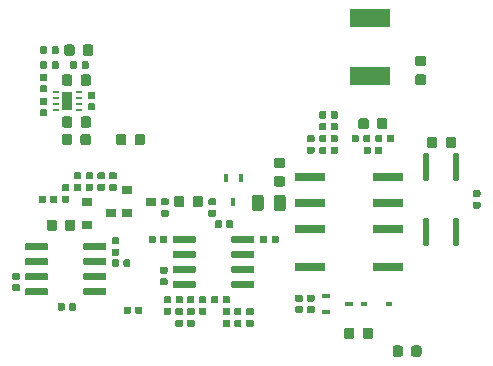
<source format=gbr>
G04 #@! TF.GenerationSoftware,KiCad,Pcbnew,(5.1.5)-3*
G04 #@! TF.CreationDate,2020-04-13T15:04:46-04:00*
G04 #@! TF.ProjectId,FFE_REV3,4646455f-5245-4563-932e-6b696361645f,rev?*
G04 #@! TF.SameCoordinates,Original*
G04 #@! TF.FileFunction,Paste,Top*
G04 #@! TF.FilePolarity,Positive*
%FSLAX46Y46*%
G04 Gerber Fmt 4.6, Leading zero omitted, Abs format (unit mm)*
G04 Created by KiCad (PCBNEW (5.1.5)-3) date 2020-04-13 15:04:46*
%MOMM*%
%LPD*%
G04 APERTURE LIST*
%ADD10C,0.100000*%
%ADD11R,0.698600X0.449100*%
%ADD12R,2.554880X0.798400*%
%ADD13R,0.598800X0.449100*%
%ADD14R,0.898200X0.798400*%
%ADD15R,0.499000X0.249500*%
%ADD16R,0.898200X1.596800*%
%ADD17R,0.449100X0.698600*%
%ADD18R,3.493000X1.596800*%
%ADD19O,0.548900X2.445100*%
G04 APERTURE END LIST*
D10*
G36*
X117268211Y-88413001D02*
G01*
X117289404Y-88416145D01*
X117310186Y-88421350D01*
X117330357Y-88428568D01*
X117349725Y-88437728D01*
X117368101Y-88448742D01*
X117385309Y-88461505D01*
X117401183Y-88475892D01*
X117415570Y-88491766D01*
X117428333Y-88508974D01*
X117439347Y-88527350D01*
X117448507Y-88546718D01*
X117455725Y-88566889D01*
X117460930Y-88587671D01*
X117464074Y-88608864D01*
X117465125Y-88630262D01*
X117465125Y-89141738D01*
X117464074Y-89163136D01*
X117460930Y-89184329D01*
X117455725Y-89205111D01*
X117448507Y-89225282D01*
X117439347Y-89244650D01*
X117428333Y-89263026D01*
X117415570Y-89280234D01*
X117401183Y-89296108D01*
X117385309Y-89310495D01*
X117368101Y-89323258D01*
X117349725Y-89334272D01*
X117330357Y-89343432D01*
X117310186Y-89350650D01*
X117289404Y-89355855D01*
X117268211Y-89358999D01*
X117246813Y-89360050D01*
X116810187Y-89360050D01*
X116788789Y-89358999D01*
X116767596Y-89355855D01*
X116746814Y-89350650D01*
X116726643Y-89343432D01*
X116707275Y-89334272D01*
X116688899Y-89323258D01*
X116671691Y-89310495D01*
X116655817Y-89296108D01*
X116641430Y-89280234D01*
X116628667Y-89263026D01*
X116617653Y-89244650D01*
X116608493Y-89225282D01*
X116601275Y-89205111D01*
X116596070Y-89184329D01*
X116592926Y-89163136D01*
X116591875Y-89141738D01*
X116591875Y-88630262D01*
X116592926Y-88608864D01*
X116596070Y-88587671D01*
X116601275Y-88566889D01*
X116608493Y-88546718D01*
X116617653Y-88527350D01*
X116628667Y-88508974D01*
X116641430Y-88491766D01*
X116655817Y-88475892D01*
X116671691Y-88461505D01*
X116688899Y-88448742D01*
X116707275Y-88437728D01*
X116726643Y-88428568D01*
X116746814Y-88421350D01*
X116767596Y-88416145D01*
X116788789Y-88413001D01*
X116810187Y-88411950D01*
X117246813Y-88411950D01*
X117268211Y-88413001D01*
G37*
G36*
X118843211Y-88413001D02*
G01*
X118864404Y-88416145D01*
X118885186Y-88421350D01*
X118905357Y-88428568D01*
X118924725Y-88437728D01*
X118943101Y-88448742D01*
X118960309Y-88461505D01*
X118976183Y-88475892D01*
X118990570Y-88491766D01*
X119003333Y-88508974D01*
X119014347Y-88527350D01*
X119023507Y-88546718D01*
X119030725Y-88566889D01*
X119035930Y-88587671D01*
X119039074Y-88608864D01*
X119040125Y-88630262D01*
X119040125Y-89141738D01*
X119039074Y-89163136D01*
X119035930Y-89184329D01*
X119030725Y-89205111D01*
X119023507Y-89225282D01*
X119014347Y-89244650D01*
X119003333Y-89263026D01*
X118990570Y-89280234D01*
X118976183Y-89296108D01*
X118960309Y-89310495D01*
X118943101Y-89323258D01*
X118924725Y-89334272D01*
X118905357Y-89343432D01*
X118885186Y-89350650D01*
X118864404Y-89355855D01*
X118843211Y-89358999D01*
X118821813Y-89360050D01*
X118385187Y-89360050D01*
X118363789Y-89358999D01*
X118342596Y-89355855D01*
X118321814Y-89350650D01*
X118301643Y-89343432D01*
X118282275Y-89334272D01*
X118263899Y-89323258D01*
X118246691Y-89310495D01*
X118230817Y-89296108D01*
X118216430Y-89280234D01*
X118203667Y-89263026D01*
X118192653Y-89244650D01*
X118183493Y-89225282D01*
X118176275Y-89205111D01*
X118171070Y-89184329D01*
X118167926Y-89163136D01*
X118166875Y-89141738D01*
X118166875Y-88630262D01*
X118167926Y-88608864D01*
X118171070Y-88587671D01*
X118176275Y-88566889D01*
X118183493Y-88546718D01*
X118192653Y-88527350D01*
X118203667Y-88508974D01*
X118216430Y-88491766D01*
X118230817Y-88475892D01*
X118246691Y-88461505D01*
X118263899Y-88448742D01*
X118282275Y-88437728D01*
X118301643Y-88428568D01*
X118321814Y-88421350D01*
X118342596Y-88416145D01*
X118363789Y-88413001D01*
X118385187Y-88411950D01*
X118821813Y-88411950D01*
X118843211Y-88413001D01*
G37*
G36*
X136593136Y-83162926D02*
G01*
X136614329Y-83166070D01*
X136635111Y-83171275D01*
X136655282Y-83178493D01*
X136674650Y-83187653D01*
X136693026Y-83198667D01*
X136710234Y-83211430D01*
X136726108Y-83225817D01*
X136740495Y-83241691D01*
X136753258Y-83258899D01*
X136764272Y-83277275D01*
X136773432Y-83296643D01*
X136780650Y-83316814D01*
X136785855Y-83337596D01*
X136788999Y-83358789D01*
X136790050Y-83380187D01*
X136790050Y-83816813D01*
X136788999Y-83838211D01*
X136785855Y-83859404D01*
X136780650Y-83880186D01*
X136773432Y-83900357D01*
X136764272Y-83919725D01*
X136753258Y-83938101D01*
X136740495Y-83955309D01*
X136726108Y-83971183D01*
X136710234Y-83985570D01*
X136693026Y-83998333D01*
X136674650Y-84009347D01*
X136655282Y-84018507D01*
X136635111Y-84025725D01*
X136614329Y-84030930D01*
X136593136Y-84034074D01*
X136571738Y-84035125D01*
X136060262Y-84035125D01*
X136038864Y-84034074D01*
X136017671Y-84030930D01*
X135996889Y-84025725D01*
X135976718Y-84018507D01*
X135957350Y-84009347D01*
X135938974Y-83998333D01*
X135921766Y-83985570D01*
X135905892Y-83971183D01*
X135891505Y-83955309D01*
X135878742Y-83938101D01*
X135867728Y-83919725D01*
X135858568Y-83900357D01*
X135851350Y-83880186D01*
X135846145Y-83859404D01*
X135843001Y-83838211D01*
X135841950Y-83816813D01*
X135841950Y-83380187D01*
X135843001Y-83358789D01*
X135846145Y-83337596D01*
X135851350Y-83316814D01*
X135858568Y-83296643D01*
X135867728Y-83277275D01*
X135878742Y-83258899D01*
X135891505Y-83241691D01*
X135905892Y-83225817D01*
X135921766Y-83211430D01*
X135938974Y-83198667D01*
X135957350Y-83187653D01*
X135976718Y-83178493D01*
X135996889Y-83171275D01*
X136017671Y-83166070D01*
X136038864Y-83162926D01*
X136060262Y-83161875D01*
X136571738Y-83161875D01*
X136593136Y-83162926D01*
G37*
G36*
X136593136Y-84737926D02*
G01*
X136614329Y-84741070D01*
X136635111Y-84746275D01*
X136655282Y-84753493D01*
X136674650Y-84762653D01*
X136693026Y-84773667D01*
X136710234Y-84786430D01*
X136726108Y-84800817D01*
X136740495Y-84816691D01*
X136753258Y-84833899D01*
X136764272Y-84852275D01*
X136773432Y-84871643D01*
X136780650Y-84891814D01*
X136785855Y-84912596D01*
X136788999Y-84933789D01*
X136790050Y-84955187D01*
X136790050Y-85391813D01*
X136788999Y-85413211D01*
X136785855Y-85434404D01*
X136780650Y-85455186D01*
X136773432Y-85475357D01*
X136764272Y-85494725D01*
X136753258Y-85513101D01*
X136740495Y-85530309D01*
X136726108Y-85546183D01*
X136710234Y-85560570D01*
X136693026Y-85573333D01*
X136674650Y-85584347D01*
X136655282Y-85593507D01*
X136635111Y-85600725D01*
X136614329Y-85605930D01*
X136593136Y-85609074D01*
X136571738Y-85610125D01*
X136060262Y-85610125D01*
X136038864Y-85609074D01*
X136017671Y-85605930D01*
X135996889Y-85600725D01*
X135976718Y-85593507D01*
X135957350Y-85584347D01*
X135938974Y-85573333D01*
X135921766Y-85560570D01*
X135905892Y-85546183D01*
X135891505Y-85530309D01*
X135878742Y-85513101D01*
X135867728Y-85494725D01*
X135858568Y-85475357D01*
X135851350Y-85455186D01*
X135846145Y-85434404D01*
X135843001Y-85413211D01*
X135841950Y-85391813D01*
X135841950Y-84955187D01*
X135843001Y-84933789D01*
X135846145Y-84912596D01*
X135851350Y-84891814D01*
X135858568Y-84871643D01*
X135867728Y-84852275D01*
X135878742Y-84833899D01*
X135891505Y-84816691D01*
X135905892Y-84800817D01*
X135921766Y-84786430D01*
X135938974Y-84773667D01*
X135957350Y-84762653D01*
X135976718Y-84753493D01*
X135996889Y-84746275D01*
X136017671Y-84741070D01*
X136038864Y-84737926D01*
X136060262Y-84736875D01*
X136571738Y-84736875D01*
X136593136Y-84737926D01*
G37*
G36*
X148543136Y-74534926D02*
G01*
X148564329Y-74538070D01*
X148585111Y-74543275D01*
X148605282Y-74550493D01*
X148624650Y-74559653D01*
X148643026Y-74570667D01*
X148660234Y-74583430D01*
X148676108Y-74597817D01*
X148690495Y-74613691D01*
X148703258Y-74630899D01*
X148714272Y-74649275D01*
X148723432Y-74668643D01*
X148730650Y-74688814D01*
X148735855Y-74709596D01*
X148738999Y-74730789D01*
X148740050Y-74752187D01*
X148740050Y-75188813D01*
X148738999Y-75210211D01*
X148735855Y-75231404D01*
X148730650Y-75252186D01*
X148723432Y-75272357D01*
X148714272Y-75291725D01*
X148703258Y-75310101D01*
X148690495Y-75327309D01*
X148676108Y-75343183D01*
X148660234Y-75357570D01*
X148643026Y-75370333D01*
X148624650Y-75381347D01*
X148605282Y-75390507D01*
X148585111Y-75397725D01*
X148564329Y-75402930D01*
X148543136Y-75406074D01*
X148521738Y-75407125D01*
X148010262Y-75407125D01*
X147988864Y-75406074D01*
X147967671Y-75402930D01*
X147946889Y-75397725D01*
X147926718Y-75390507D01*
X147907350Y-75381347D01*
X147888974Y-75370333D01*
X147871766Y-75357570D01*
X147855892Y-75343183D01*
X147841505Y-75327309D01*
X147828742Y-75310101D01*
X147817728Y-75291725D01*
X147808568Y-75272357D01*
X147801350Y-75252186D01*
X147796145Y-75231404D01*
X147793001Y-75210211D01*
X147791950Y-75188813D01*
X147791950Y-74752187D01*
X147793001Y-74730789D01*
X147796145Y-74709596D01*
X147801350Y-74688814D01*
X147808568Y-74668643D01*
X147817728Y-74649275D01*
X147828742Y-74630899D01*
X147841505Y-74613691D01*
X147855892Y-74597817D01*
X147871766Y-74583430D01*
X147888974Y-74570667D01*
X147907350Y-74559653D01*
X147926718Y-74550493D01*
X147946889Y-74543275D01*
X147967671Y-74538070D01*
X147988864Y-74534926D01*
X148010262Y-74533875D01*
X148521738Y-74533875D01*
X148543136Y-74534926D01*
G37*
G36*
X148543136Y-76109926D02*
G01*
X148564329Y-76113070D01*
X148585111Y-76118275D01*
X148605282Y-76125493D01*
X148624650Y-76134653D01*
X148643026Y-76145667D01*
X148660234Y-76158430D01*
X148676108Y-76172817D01*
X148690495Y-76188691D01*
X148703258Y-76205899D01*
X148714272Y-76224275D01*
X148723432Y-76243643D01*
X148730650Y-76263814D01*
X148735855Y-76284596D01*
X148738999Y-76305789D01*
X148740050Y-76327187D01*
X148740050Y-76763813D01*
X148738999Y-76785211D01*
X148735855Y-76806404D01*
X148730650Y-76827186D01*
X148723432Y-76847357D01*
X148714272Y-76866725D01*
X148703258Y-76885101D01*
X148690495Y-76902309D01*
X148676108Y-76918183D01*
X148660234Y-76932570D01*
X148643026Y-76945333D01*
X148624650Y-76956347D01*
X148605282Y-76965507D01*
X148585111Y-76972725D01*
X148564329Y-76977930D01*
X148543136Y-76981074D01*
X148521738Y-76982125D01*
X148010262Y-76982125D01*
X147988864Y-76981074D01*
X147967671Y-76977930D01*
X147946889Y-76972725D01*
X147926718Y-76965507D01*
X147907350Y-76956347D01*
X147888974Y-76945333D01*
X147871766Y-76932570D01*
X147855892Y-76918183D01*
X147841505Y-76902309D01*
X147828742Y-76885101D01*
X147817728Y-76866725D01*
X147808568Y-76847357D01*
X147801350Y-76827186D01*
X147796145Y-76806404D01*
X147793001Y-76785211D01*
X147791950Y-76763813D01*
X147791950Y-76327187D01*
X147793001Y-76305789D01*
X147796145Y-76284596D01*
X147801350Y-76263814D01*
X147808568Y-76243643D01*
X147817728Y-76224275D01*
X147828742Y-76205899D01*
X147841505Y-76188691D01*
X147855892Y-76172817D01*
X147871766Y-76158430D01*
X147888974Y-76145667D01*
X147907350Y-76134653D01*
X147926718Y-76125493D01*
X147946889Y-76118275D01*
X147967671Y-76113070D01*
X147988864Y-76109926D01*
X148010262Y-76108875D01*
X148521738Y-76108875D01*
X148543136Y-76109926D01*
G37*
G36*
X116579023Y-94192321D02*
G01*
X116593555Y-94194476D01*
X116607806Y-94198046D01*
X116621638Y-94202995D01*
X116634918Y-94209276D01*
X116647519Y-94216829D01*
X116659319Y-94225580D01*
X116670204Y-94235446D01*
X116680070Y-94246331D01*
X116688821Y-94258131D01*
X116696374Y-94270732D01*
X116702655Y-94284012D01*
X116707604Y-94297844D01*
X116711174Y-94312095D01*
X116713329Y-94326627D01*
X116714050Y-94341300D01*
X116714050Y-94640700D01*
X116713329Y-94655373D01*
X116711174Y-94669905D01*
X116707604Y-94684156D01*
X116702655Y-94697988D01*
X116696374Y-94711268D01*
X116688821Y-94723869D01*
X116680070Y-94735669D01*
X116670204Y-94746554D01*
X116659319Y-94756420D01*
X116647519Y-94765171D01*
X116634918Y-94772724D01*
X116621638Y-94779005D01*
X116607806Y-94783954D01*
X116593555Y-94787524D01*
X116579023Y-94789679D01*
X116564350Y-94790400D01*
X114917650Y-94790400D01*
X114902977Y-94789679D01*
X114888445Y-94787524D01*
X114874194Y-94783954D01*
X114860362Y-94779005D01*
X114847082Y-94772724D01*
X114834481Y-94765171D01*
X114822681Y-94756420D01*
X114811796Y-94746554D01*
X114801930Y-94735669D01*
X114793179Y-94723869D01*
X114785626Y-94711268D01*
X114779345Y-94697988D01*
X114774396Y-94684156D01*
X114770826Y-94669905D01*
X114768671Y-94655373D01*
X114767950Y-94640700D01*
X114767950Y-94341300D01*
X114768671Y-94326627D01*
X114770826Y-94312095D01*
X114774396Y-94297844D01*
X114779345Y-94284012D01*
X114785626Y-94270732D01*
X114793179Y-94258131D01*
X114801930Y-94246331D01*
X114811796Y-94235446D01*
X114822681Y-94225580D01*
X114834481Y-94216829D01*
X114847082Y-94209276D01*
X114860362Y-94202995D01*
X114874194Y-94198046D01*
X114888445Y-94194476D01*
X114902977Y-94192321D01*
X114917650Y-94191600D01*
X116564350Y-94191600D01*
X116579023Y-94192321D01*
G37*
G36*
X116579023Y-92922321D02*
G01*
X116593555Y-92924476D01*
X116607806Y-92928046D01*
X116621638Y-92932995D01*
X116634918Y-92939276D01*
X116647519Y-92946829D01*
X116659319Y-92955580D01*
X116670204Y-92965446D01*
X116680070Y-92976331D01*
X116688821Y-92988131D01*
X116696374Y-93000732D01*
X116702655Y-93014012D01*
X116707604Y-93027844D01*
X116711174Y-93042095D01*
X116713329Y-93056627D01*
X116714050Y-93071300D01*
X116714050Y-93370700D01*
X116713329Y-93385373D01*
X116711174Y-93399905D01*
X116707604Y-93414156D01*
X116702655Y-93427988D01*
X116696374Y-93441268D01*
X116688821Y-93453869D01*
X116680070Y-93465669D01*
X116670204Y-93476554D01*
X116659319Y-93486420D01*
X116647519Y-93495171D01*
X116634918Y-93502724D01*
X116621638Y-93509005D01*
X116607806Y-93513954D01*
X116593555Y-93517524D01*
X116579023Y-93519679D01*
X116564350Y-93520400D01*
X114917650Y-93520400D01*
X114902977Y-93519679D01*
X114888445Y-93517524D01*
X114874194Y-93513954D01*
X114860362Y-93509005D01*
X114847082Y-93502724D01*
X114834481Y-93495171D01*
X114822681Y-93486420D01*
X114811796Y-93476554D01*
X114801930Y-93465669D01*
X114793179Y-93453869D01*
X114785626Y-93441268D01*
X114779345Y-93427988D01*
X114774396Y-93414156D01*
X114770826Y-93399905D01*
X114768671Y-93385373D01*
X114767950Y-93370700D01*
X114767950Y-93071300D01*
X114768671Y-93056627D01*
X114770826Y-93042095D01*
X114774396Y-93027844D01*
X114779345Y-93014012D01*
X114785626Y-93000732D01*
X114793179Y-92988131D01*
X114801930Y-92976331D01*
X114811796Y-92965446D01*
X114822681Y-92955580D01*
X114834481Y-92946829D01*
X114847082Y-92939276D01*
X114860362Y-92932995D01*
X114874194Y-92928046D01*
X114888445Y-92924476D01*
X114902977Y-92922321D01*
X114917650Y-92921600D01*
X116564350Y-92921600D01*
X116579023Y-92922321D01*
G37*
G36*
X116579023Y-91652321D02*
G01*
X116593555Y-91654476D01*
X116607806Y-91658046D01*
X116621638Y-91662995D01*
X116634918Y-91669276D01*
X116647519Y-91676829D01*
X116659319Y-91685580D01*
X116670204Y-91695446D01*
X116680070Y-91706331D01*
X116688821Y-91718131D01*
X116696374Y-91730732D01*
X116702655Y-91744012D01*
X116707604Y-91757844D01*
X116711174Y-91772095D01*
X116713329Y-91786627D01*
X116714050Y-91801300D01*
X116714050Y-92100700D01*
X116713329Y-92115373D01*
X116711174Y-92129905D01*
X116707604Y-92144156D01*
X116702655Y-92157988D01*
X116696374Y-92171268D01*
X116688821Y-92183869D01*
X116680070Y-92195669D01*
X116670204Y-92206554D01*
X116659319Y-92216420D01*
X116647519Y-92225171D01*
X116634918Y-92232724D01*
X116621638Y-92239005D01*
X116607806Y-92243954D01*
X116593555Y-92247524D01*
X116579023Y-92249679D01*
X116564350Y-92250400D01*
X114917650Y-92250400D01*
X114902977Y-92249679D01*
X114888445Y-92247524D01*
X114874194Y-92243954D01*
X114860362Y-92239005D01*
X114847082Y-92232724D01*
X114834481Y-92225171D01*
X114822681Y-92216420D01*
X114811796Y-92206554D01*
X114801930Y-92195669D01*
X114793179Y-92183869D01*
X114785626Y-92171268D01*
X114779345Y-92157988D01*
X114774396Y-92144156D01*
X114770826Y-92129905D01*
X114768671Y-92115373D01*
X114767950Y-92100700D01*
X114767950Y-91801300D01*
X114768671Y-91786627D01*
X114770826Y-91772095D01*
X114774396Y-91757844D01*
X114779345Y-91744012D01*
X114785626Y-91730732D01*
X114793179Y-91718131D01*
X114801930Y-91706331D01*
X114811796Y-91695446D01*
X114822681Y-91685580D01*
X114834481Y-91676829D01*
X114847082Y-91669276D01*
X114860362Y-91662995D01*
X114874194Y-91658046D01*
X114888445Y-91654476D01*
X114902977Y-91652321D01*
X114917650Y-91651600D01*
X116564350Y-91651600D01*
X116579023Y-91652321D01*
G37*
G36*
X116579023Y-90382321D02*
G01*
X116593555Y-90384476D01*
X116607806Y-90388046D01*
X116621638Y-90392995D01*
X116634918Y-90399276D01*
X116647519Y-90406829D01*
X116659319Y-90415580D01*
X116670204Y-90425446D01*
X116680070Y-90436331D01*
X116688821Y-90448131D01*
X116696374Y-90460732D01*
X116702655Y-90474012D01*
X116707604Y-90487844D01*
X116711174Y-90502095D01*
X116713329Y-90516627D01*
X116714050Y-90531300D01*
X116714050Y-90830700D01*
X116713329Y-90845373D01*
X116711174Y-90859905D01*
X116707604Y-90874156D01*
X116702655Y-90887988D01*
X116696374Y-90901268D01*
X116688821Y-90913869D01*
X116680070Y-90925669D01*
X116670204Y-90936554D01*
X116659319Y-90946420D01*
X116647519Y-90955171D01*
X116634918Y-90962724D01*
X116621638Y-90969005D01*
X116607806Y-90973954D01*
X116593555Y-90977524D01*
X116579023Y-90979679D01*
X116564350Y-90980400D01*
X114917650Y-90980400D01*
X114902977Y-90979679D01*
X114888445Y-90977524D01*
X114874194Y-90973954D01*
X114860362Y-90969005D01*
X114847082Y-90962724D01*
X114834481Y-90955171D01*
X114822681Y-90946420D01*
X114811796Y-90936554D01*
X114801930Y-90925669D01*
X114793179Y-90913869D01*
X114785626Y-90901268D01*
X114779345Y-90887988D01*
X114774396Y-90874156D01*
X114770826Y-90859905D01*
X114768671Y-90845373D01*
X114767950Y-90830700D01*
X114767950Y-90531300D01*
X114768671Y-90516627D01*
X114770826Y-90502095D01*
X114774396Y-90487844D01*
X114779345Y-90474012D01*
X114785626Y-90460732D01*
X114793179Y-90448131D01*
X114801930Y-90436331D01*
X114811796Y-90425446D01*
X114822681Y-90415580D01*
X114834481Y-90406829D01*
X114847082Y-90399276D01*
X114860362Y-90392995D01*
X114874194Y-90388046D01*
X114888445Y-90384476D01*
X114902977Y-90382321D01*
X114917650Y-90381600D01*
X116564350Y-90381600D01*
X116579023Y-90382321D01*
G37*
G36*
X121529023Y-90382321D02*
G01*
X121543555Y-90384476D01*
X121557806Y-90388046D01*
X121571638Y-90392995D01*
X121584918Y-90399276D01*
X121597519Y-90406829D01*
X121609319Y-90415580D01*
X121620204Y-90425446D01*
X121630070Y-90436331D01*
X121638821Y-90448131D01*
X121646374Y-90460732D01*
X121652655Y-90474012D01*
X121657604Y-90487844D01*
X121661174Y-90502095D01*
X121663329Y-90516627D01*
X121664050Y-90531300D01*
X121664050Y-90830700D01*
X121663329Y-90845373D01*
X121661174Y-90859905D01*
X121657604Y-90874156D01*
X121652655Y-90887988D01*
X121646374Y-90901268D01*
X121638821Y-90913869D01*
X121630070Y-90925669D01*
X121620204Y-90936554D01*
X121609319Y-90946420D01*
X121597519Y-90955171D01*
X121584918Y-90962724D01*
X121571638Y-90969005D01*
X121557806Y-90973954D01*
X121543555Y-90977524D01*
X121529023Y-90979679D01*
X121514350Y-90980400D01*
X119867650Y-90980400D01*
X119852977Y-90979679D01*
X119838445Y-90977524D01*
X119824194Y-90973954D01*
X119810362Y-90969005D01*
X119797082Y-90962724D01*
X119784481Y-90955171D01*
X119772681Y-90946420D01*
X119761796Y-90936554D01*
X119751930Y-90925669D01*
X119743179Y-90913869D01*
X119735626Y-90901268D01*
X119729345Y-90887988D01*
X119724396Y-90874156D01*
X119720826Y-90859905D01*
X119718671Y-90845373D01*
X119717950Y-90830700D01*
X119717950Y-90531300D01*
X119718671Y-90516627D01*
X119720826Y-90502095D01*
X119724396Y-90487844D01*
X119729345Y-90474012D01*
X119735626Y-90460732D01*
X119743179Y-90448131D01*
X119751930Y-90436331D01*
X119761796Y-90425446D01*
X119772681Y-90415580D01*
X119784481Y-90406829D01*
X119797082Y-90399276D01*
X119810362Y-90392995D01*
X119824194Y-90388046D01*
X119838445Y-90384476D01*
X119852977Y-90382321D01*
X119867650Y-90381600D01*
X121514350Y-90381600D01*
X121529023Y-90382321D01*
G37*
G36*
X121529023Y-91652321D02*
G01*
X121543555Y-91654476D01*
X121557806Y-91658046D01*
X121571638Y-91662995D01*
X121584918Y-91669276D01*
X121597519Y-91676829D01*
X121609319Y-91685580D01*
X121620204Y-91695446D01*
X121630070Y-91706331D01*
X121638821Y-91718131D01*
X121646374Y-91730732D01*
X121652655Y-91744012D01*
X121657604Y-91757844D01*
X121661174Y-91772095D01*
X121663329Y-91786627D01*
X121664050Y-91801300D01*
X121664050Y-92100700D01*
X121663329Y-92115373D01*
X121661174Y-92129905D01*
X121657604Y-92144156D01*
X121652655Y-92157988D01*
X121646374Y-92171268D01*
X121638821Y-92183869D01*
X121630070Y-92195669D01*
X121620204Y-92206554D01*
X121609319Y-92216420D01*
X121597519Y-92225171D01*
X121584918Y-92232724D01*
X121571638Y-92239005D01*
X121557806Y-92243954D01*
X121543555Y-92247524D01*
X121529023Y-92249679D01*
X121514350Y-92250400D01*
X119867650Y-92250400D01*
X119852977Y-92249679D01*
X119838445Y-92247524D01*
X119824194Y-92243954D01*
X119810362Y-92239005D01*
X119797082Y-92232724D01*
X119784481Y-92225171D01*
X119772681Y-92216420D01*
X119761796Y-92206554D01*
X119751930Y-92195669D01*
X119743179Y-92183869D01*
X119735626Y-92171268D01*
X119729345Y-92157988D01*
X119724396Y-92144156D01*
X119720826Y-92129905D01*
X119718671Y-92115373D01*
X119717950Y-92100700D01*
X119717950Y-91801300D01*
X119718671Y-91786627D01*
X119720826Y-91772095D01*
X119724396Y-91757844D01*
X119729345Y-91744012D01*
X119735626Y-91730732D01*
X119743179Y-91718131D01*
X119751930Y-91706331D01*
X119761796Y-91695446D01*
X119772681Y-91685580D01*
X119784481Y-91676829D01*
X119797082Y-91669276D01*
X119810362Y-91662995D01*
X119824194Y-91658046D01*
X119838445Y-91654476D01*
X119852977Y-91652321D01*
X119867650Y-91651600D01*
X121514350Y-91651600D01*
X121529023Y-91652321D01*
G37*
G36*
X121529023Y-92922321D02*
G01*
X121543555Y-92924476D01*
X121557806Y-92928046D01*
X121571638Y-92932995D01*
X121584918Y-92939276D01*
X121597519Y-92946829D01*
X121609319Y-92955580D01*
X121620204Y-92965446D01*
X121630070Y-92976331D01*
X121638821Y-92988131D01*
X121646374Y-93000732D01*
X121652655Y-93014012D01*
X121657604Y-93027844D01*
X121661174Y-93042095D01*
X121663329Y-93056627D01*
X121664050Y-93071300D01*
X121664050Y-93370700D01*
X121663329Y-93385373D01*
X121661174Y-93399905D01*
X121657604Y-93414156D01*
X121652655Y-93427988D01*
X121646374Y-93441268D01*
X121638821Y-93453869D01*
X121630070Y-93465669D01*
X121620204Y-93476554D01*
X121609319Y-93486420D01*
X121597519Y-93495171D01*
X121584918Y-93502724D01*
X121571638Y-93509005D01*
X121557806Y-93513954D01*
X121543555Y-93517524D01*
X121529023Y-93519679D01*
X121514350Y-93520400D01*
X119867650Y-93520400D01*
X119852977Y-93519679D01*
X119838445Y-93517524D01*
X119824194Y-93513954D01*
X119810362Y-93509005D01*
X119797082Y-93502724D01*
X119784481Y-93495171D01*
X119772681Y-93486420D01*
X119761796Y-93476554D01*
X119751930Y-93465669D01*
X119743179Y-93453869D01*
X119735626Y-93441268D01*
X119729345Y-93427988D01*
X119724396Y-93414156D01*
X119720826Y-93399905D01*
X119718671Y-93385373D01*
X119717950Y-93370700D01*
X119717950Y-93071300D01*
X119718671Y-93056627D01*
X119720826Y-93042095D01*
X119724396Y-93027844D01*
X119729345Y-93014012D01*
X119735626Y-93000732D01*
X119743179Y-92988131D01*
X119751930Y-92976331D01*
X119761796Y-92965446D01*
X119772681Y-92955580D01*
X119784481Y-92946829D01*
X119797082Y-92939276D01*
X119810362Y-92932995D01*
X119824194Y-92928046D01*
X119838445Y-92924476D01*
X119852977Y-92922321D01*
X119867650Y-92921600D01*
X121514350Y-92921600D01*
X121529023Y-92922321D01*
G37*
G36*
X121529023Y-94192321D02*
G01*
X121543555Y-94194476D01*
X121557806Y-94198046D01*
X121571638Y-94202995D01*
X121584918Y-94209276D01*
X121597519Y-94216829D01*
X121609319Y-94225580D01*
X121620204Y-94235446D01*
X121630070Y-94246331D01*
X121638821Y-94258131D01*
X121646374Y-94270732D01*
X121652655Y-94284012D01*
X121657604Y-94297844D01*
X121661174Y-94312095D01*
X121663329Y-94326627D01*
X121664050Y-94341300D01*
X121664050Y-94640700D01*
X121663329Y-94655373D01*
X121661174Y-94669905D01*
X121657604Y-94684156D01*
X121652655Y-94697988D01*
X121646374Y-94711268D01*
X121638821Y-94723869D01*
X121630070Y-94735669D01*
X121620204Y-94746554D01*
X121609319Y-94756420D01*
X121597519Y-94765171D01*
X121584918Y-94772724D01*
X121571638Y-94779005D01*
X121557806Y-94783954D01*
X121543555Y-94787524D01*
X121529023Y-94789679D01*
X121514350Y-94790400D01*
X119867650Y-94790400D01*
X119852977Y-94789679D01*
X119838445Y-94787524D01*
X119824194Y-94783954D01*
X119810362Y-94779005D01*
X119797082Y-94772724D01*
X119784481Y-94765171D01*
X119772681Y-94756420D01*
X119761796Y-94746554D01*
X119751930Y-94735669D01*
X119743179Y-94723869D01*
X119735626Y-94711268D01*
X119729345Y-94697988D01*
X119724396Y-94684156D01*
X119720826Y-94669905D01*
X119718671Y-94655373D01*
X119717950Y-94640700D01*
X119717950Y-94341300D01*
X119718671Y-94326627D01*
X119720826Y-94312095D01*
X119724396Y-94297844D01*
X119729345Y-94284012D01*
X119735626Y-94270732D01*
X119743179Y-94258131D01*
X119751930Y-94246331D01*
X119761796Y-94235446D01*
X119772681Y-94225580D01*
X119784481Y-94216829D01*
X119797082Y-94209276D01*
X119810362Y-94202995D01*
X119824194Y-94198046D01*
X119838445Y-94194476D01*
X119852977Y-94192321D01*
X119867650Y-94191600D01*
X121514350Y-94191600D01*
X121529023Y-94192321D01*
G37*
G36*
X129079023Y-93592321D02*
G01*
X129093555Y-93594476D01*
X129107806Y-93598046D01*
X129121638Y-93602995D01*
X129134918Y-93609276D01*
X129147519Y-93616829D01*
X129159319Y-93625580D01*
X129170204Y-93635446D01*
X129180070Y-93646331D01*
X129188821Y-93658131D01*
X129196374Y-93670732D01*
X129202655Y-93684012D01*
X129207604Y-93697844D01*
X129211174Y-93712095D01*
X129213329Y-93726627D01*
X129214050Y-93741300D01*
X129214050Y-94040700D01*
X129213329Y-94055373D01*
X129211174Y-94069905D01*
X129207604Y-94084156D01*
X129202655Y-94097988D01*
X129196374Y-94111268D01*
X129188821Y-94123869D01*
X129180070Y-94135669D01*
X129170204Y-94146554D01*
X129159319Y-94156420D01*
X129147519Y-94165171D01*
X129134918Y-94172724D01*
X129121638Y-94179005D01*
X129107806Y-94183954D01*
X129093555Y-94187524D01*
X129079023Y-94189679D01*
X129064350Y-94190400D01*
X127417650Y-94190400D01*
X127402977Y-94189679D01*
X127388445Y-94187524D01*
X127374194Y-94183954D01*
X127360362Y-94179005D01*
X127347082Y-94172724D01*
X127334481Y-94165171D01*
X127322681Y-94156420D01*
X127311796Y-94146554D01*
X127301930Y-94135669D01*
X127293179Y-94123869D01*
X127285626Y-94111268D01*
X127279345Y-94097988D01*
X127274396Y-94084156D01*
X127270826Y-94069905D01*
X127268671Y-94055373D01*
X127267950Y-94040700D01*
X127267950Y-93741300D01*
X127268671Y-93726627D01*
X127270826Y-93712095D01*
X127274396Y-93697844D01*
X127279345Y-93684012D01*
X127285626Y-93670732D01*
X127293179Y-93658131D01*
X127301930Y-93646331D01*
X127311796Y-93635446D01*
X127322681Y-93625580D01*
X127334481Y-93616829D01*
X127347082Y-93609276D01*
X127360362Y-93602995D01*
X127374194Y-93598046D01*
X127388445Y-93594476D01*
X127402977Y-93592321D01*
X127417650Y-93591600D01*
X129064350Y-93591600D01*
X129079023Y-93592321D01*
G37*
G36*
X129079023Y-92322321D02*
G01*
X129093555Y-92324476D01*
X129107806Y-92328046D01*
X129121638Y-92332995D01*
X129134918Y-92339276D01*
X129147519Y-92346829D01*
X129159319Y-92355580D01*
X129170204Y-92365446D01*
X129180070Y-92376331D01*
X129188821Y-92388131D01*
X129196374Y-92400732D01*
X129202655Y-92414012D01*
X129207604Y-92427844D01*
X129211174Y-92442095D01*
X129213329Y-92456627D01*
X129214050Y-92471300D01*
X129214050Y-92770700D01*
X129213329Y-92785373D01*
X129211174Y-92799905D01*
X129207604Y-92814156D01*
X129202655Y-92827988D01*
X129196374Y-92841268D01*
X129188821Y-92853869D01*
X129180070Y-92865669D01*
X129170204Y-92876554D01*
X129159319Y-92886420D01*
X129147519Y-92895171D01*
X129134918Y-92902724D01*
X129121638Y-92909005D01*
X129107806Y-92913954D01*
X129093555Y-92917524D01*
X129079023Y-92919679D01*
X129064350Y-92920400D01*
X127417650Y-92920400D01*
X127402977Y-92919679D01*
X127388445Y-92917524D01*
X127374194Y-92913954D01*
X127360362Y-92909005D01*
X127347082Y-92902724D01*
X127334481Y-92895171D01*
X127322681Y-92886420D01*
X127311796Y-92876554D01*
X127301930Y-92865669D01*
X127293179Y-92853869D01*
X127285626Y-92841268D01*
X127279345Y-92827988D01*
X127274396Y-92814156D01*
X127270826Y-92799905D01*
X127268671Y-92785373D01*
X127267950Y-92770700D01*
X127267950Y-92471300D01*
X127268671Y-92456627D01*
X127270826Y-92442095D01*
X127274396Y-92427844D01*
X127279345Y-92414012D01*
X127285626Y-92400732D01*
X127293179Y-92388131D01*
X127301930Y-92376331D01*
X127311796Y-92365446D01*
X127322681Y-92355580D01*
X127334481Y-92346829D01*
X127347082Y-92339276D01*
X127360362Y-92332995D01*
X127374194Y-92328046D01*
X127388445Y-92324476D01*
X127402977Y-92322321D01*
X127417650Y-92321600D01*
X129064350Y-92321600D01*
X129079023Y-92322321D01*
G37*
G36*
X129079023Y-91052321D02*
G01*
X129093555Y-91054476D01*
X129107806Y-91058046D01*
X129121638Y-91062995D01*
X129134918Y-91069276D01*
X129147519Y-91076829D01*
X129159319Y-91085580D01*
X129170204Y-91095446D01*
X129180070Y-91106331D01*
X129188821Y-91118131D01*
X129196374Y-91130732D01*
X129202655Y-91144012D01*
X129207604Y-91157844D01*
X129211174Y-91172095D01*
X129213329Y-91186627D01*
X129214050Y-91201300D01*
X129214050Y-91500700D01*
X129213329Y-91515373D01*
X129211174Y-91529905D01*
X129207604Y-91544156D01*
X129202655Y-91557988D01*
X129196374Y-91571268D01*
X129188821Y-91583869D01*
X129180070Y-91595669D01*
X129170204Y-91606554D01*
X129159319Y-91616420D01*
X129147519Y-91625171D01*
X129134918Y-91632724D01*
X129121638Y-91639005D01*
X129107806Y-91643954D01*
X129093555Y-91647524D01*
X129079023Y-91649679D01*
X129064350Y-91650400D01*
X127417650Y-91650400D01*
X127402977Y-91649679D01*
X127388445Y-91647524D01*
X127374194Y-91643954D01*
X127360362Y-91639005D01*
X127347082Y-91632724D01*
X127334481Y-91625171D01*
X127322681Y-91616420D01*
X127311796Y-91606554D01*
X127301930Y-91595669D01*
X127293179Y-91583869D01*
X127285626Y-91571268D01*
X127279345Y-91557988D01*
X127274396Y-91544156D01*
X127270826Y-91529905D01*
X127268671Y-91515373D01*
X127267950Y-91500700D01*
X127267950Y-91201300D01*
X127268671Y-91186627D01*
X127270826Y-91172095D01*
X127274396Y-91157844D01*
X127279345Y-91144012D01*
X127285626Y-91130732D01*
X127293179Y-91118131D01*
X127301930Y-91106331D01*
X127311796Y-91095446D01*
X127322681Y-91085580D01*
X127334481Y-91076829D01*
X127347082Y-91069276D01*
X127360362Y-91062995D01*
X127374194Y-91058046D01*
X127388445Y-91054476D01*
X127402977Y-91052321D01*
X127417650Y-91051600D01*
X129064350Y-91051600D01*
X129079023Y-91052321D01*
G37*
G36*
X129079023Y-89782321D02*
G01*
X129093555Y-89784476D01*
X129107806Y-89788046D01*
X129121638Y-89792995D01*
X129134918Y-89799276D01*
X129147519Y-89806829D01*
X129159319Y-89815580D01*
X129170204Y-89825446D01*
X129180070Y-89836331D01*
X129188821Y-89848131D01*
X129196374Y-89860732D01*
X129202655Y-89874012D01*
X129207604Y-89887844D01*
X129211174Y-89902095D01*
X129213329Y-89916627D01*
X129214050Y-89931300D01*
X129214050Y-90230700D01*
X129213329Y-90245373D01*
X129211174Y-90259905D01*
X129207604Y-90274156D01*
X129202655Y-90287988D01*
X129196374Y-90301268D01*
X129188821Y-90313869D01*
X129180070Y-90325669D01*
X129170204Y-90336554D01*
X129159319Y-90346420D01*
X129147519Y-90355171D01*
X129134918Y-90362724D01*
X129121638Y-90369005D01*
X129107806Y-90373954D01*
X129093555Y-90377524D01*
X129079023Y-90379679D01*
X129064350Y-90380400D01*
X127417650Y-90380400D01*
X127402977Y-90379679D01*
X127388445Y-90377524D01*
X127374194Y-90373954D01*
X127360362Y-90369005D01*
X127347082Y-90362724D01*
X127334481Y-90355171D01*
X127322681Y-90346420D01*
X127311796Y-90336554D01*
X127301930Y-90325669D01*
X127293179Y-90313869D01*
X127285626Y-90301268D01*
X127279345Y-90287988D01*
X127274396Y-90274156D01*
X127270826Y-90259905D01*
X127268671Y-90245373D01*
X127267950Y-90230700D01*
X127267950Y-89931300D01*
X127268671Y-89916627D01*
X127270826Y-89902095D01*
X127274396Y-89887844D01*
X127279345Y-89874012D01*
X127285626Y-89860732D01*
X127293179Y-89848131D01*
X127301930Y-89836331D01*
X127311796Y-89825446D01*
X127322681Y-89815580D01*
X127334481Y-89806829D01*
X127347082Y-89799276D01*
X127360362Y-89792995D01*
X127374194Y-89788046D01*
X127388445Y-89784476D01*
X127402977Y-89782321D01*
X127417650Y-89781600D01*
X129064350Y-89781600D01*
X129079023Y-89782321D01*
G37*
G36*
X134029023Y-89782321D02*
G01*
X134043555Y-89784476D01*
X134057806Y-89788046D01*
X134071638Y-89792995D01*
X134084918Y-89799276D01*
X134097519Y-89806829D01*
X134109319Y-89815580D01*
X134120204Y-89825446D01*
X134130070Y-89836331D01*
X134138821Y-89848131D01*
X134146374Y-89860732D01*
X134152655Y-89874012D01*
X134157604Y-89887844D01*
X134161174Y-89902095D01*
X134163329Y-89916627D01*
X134164050Y-89931300D01*
X134164050Y-90230700D01*
X134163329Y-90245373D01*
X134161174Y-90259905D01*
X134157604Y-90274156D01*
X134152655Y-90287988D01*
X134146374Y-90301268D01*
X134138821Y-90313869D01*
X134130070Y-90325669D01*
X134120204Y-90336554D01*
X134109319Y-90346420D01*
X134097519Y-90355171D01*
X134084918Y-90362724D01*
X134071638Y-90369005D01*
X134057806Y-90373954D01*
X134043555Y-90377524D01*
X134029023Y-90379679D01*
X134014350Y-90380400D01*
X132367650Y-90380400D01*
X132352977Y-90379679D01*
X132338445Y-90377524D01*
X132324194Y-90373954D01*
X132310362Y-90369005D01*
X132297082Y-90362724D01*
X132284481Y-90355171D01*
X132272681Y-90346420D01*
X132261796Y-90336554D01*
X132251930Y-90325669D01*
X132243179Y-90313869D01*
X132235626Y-90301268D01*
X132229345Y-90287988D01*
X132224396Y-90274156D01*
X132220826Y-90259905D01*
X132218671Y-90245373D01*
X132217950Y-90230700D01*
X132217950Y-89931300D01*
X132218671Y-89916627D01*
X132220826Y-89902095D01*
X132224396Y-89887844D01*
X132229345Y-89874012D01*
X132235626Y-89860732D01*
X132243179Y-89848131D01*
X132251930Y-89836331D01*
X132261796Y-89825446D01*
X132272681Y-89815580D01*
X132284481Y-89806829D01*
X132297082Y-89799276D01*
X132310362Y-89792995D01*
X132324194Y-89788046D01*
X132338445Y-89784476D01*
X132352977Y-89782321D01*
X132367650Y-89781600D01*
X134014350Y-89781600D01*
X134029023Y-89782321D01*
G37*
G36*
X134029023Y-91052321D02*
G01*
X134043555Y-91054476D01*
X134057806Y-91058046D01*
X134071638Y-91062995D01*
X134084918Y-91069276D01*
X134097519Y-91076829D01*
X134109319Y-91085580D01*
X134120204Y-91095446D01*
X134130070Y-91106331D01*
X134138821Y-91118131D01*
X134146374Y-91130732D01*
X134152655Y-91144012D01*
X134157604Y-91157844D01*
X134161174Y-91172095D01*
X134163329Y-91186627D01*
X134164050Y-91201300D01*
X134164050Y-91500700D01*
X134163329Y-91515373D01*
X134161174Y-91529905D01*
X134157604Y-91544156D01*
X134152655Y-91557988D01*
X134146374Y-91571268D01*
X134138821Y-91583869D01*
X134130070Y-91595669D01*
X134120204Y-91606554D01*
X134109319Y-91616420D01*
X134097519Y-91625171D01*
X134084918Y-91632724D01*
X134071638Y-91639005D01*
X134057806Y-91643954D01*
X134043555Y-91647524D01*
X134029023Y-91649679D01*
X134014350Y-91650400D01*
X132367650Y-91650400D01*
X132352977Y-91649679D01*
X132338445Y-91647524D01*
X132324194Y-91643954D01*
X132310362Y-91639005D01*
X132297082Y-91632724D01*
X132284481Y-91625171D01*
X132272681Y-91616420D01*
X132261796Y-91606554D01*
X132251930Y-91595669D01*
X132243179Y-91583869D01*
X132235626Y-91571268D01*
X132229345Y-91557988D01*
X132224396Y-91544156D01*
X132220826Y-91529905D01*
X132218671Y-91515373D01*
X132217950Y-91500700D01*
X132217950Y-91201300D01*
X132218671Y-91186627D01*
X132220826Y-91172095D01*
X132224396Y-91157844D01*
X132229345Y-91144012D01*
X132235626Y-91130732D01*
X132243179Y-91118131D01*
X132251930Y-91106331D01*
X132261796Y-91095446D01*
X132272681Y-91085580D01*
X132284481Y-91076829D01*
X132297082Y-91069276D01*
X132310362Y-91062995D01*
X132324194Y-91058046D01*
X132338445Y-91054476D01*
X132352977Y-91052321D01*
X132367650Y-91051600D01*
X134014350Y-91051600D01*
X134029023Y-91052321D01*
G37*
G36*
X134029023Y-92322321D02*
G01*
X134043555Y-92324476D01*
X134057806Y-92328046D01*
X134071638Y-92332995D01*
X134084918Y-92339276D01*
X134097519Y-92346829D01*
X134109319Y-92355580D01*
X134120204Y-92365446D01*
X134130070Y-92376331D01*
X134138821Y-92388131D01*
X134146374Y-92400732D01*
X134152655Y-92414012D01*
X134157604Y-92427844D01*
X134161174Y-92442095D01*
X134163329Y-92456627D01*
X134164050Y-92471300D01*
X134164050Y-92770700D01*
X134163329Y-92785373D01*
X134161174Y-92799905D01*
X134157604Y-92814156D01*
X134152655Y-92827988D01*
X134146374Y-92841268D01*
X134138821Y-92853869D01*
X134130070Y-92865669D01*
X134120204Y-92876554D01*
X134109319Y-92886420D01*
X134097519Y-92895171D01*
X134084918Y-92902724D01*
X134071638Y-92909005D01*
X134057806Y-92913954D01*
X134043555Y-92917524D01*
X134029023Y-92919679D01*
X134014350Y-92920400D01*
X132367650Y-92920400D01*
X132352977Y-92919679D01*
X132338445Y-92917524D01*
X132324194Y-92913954D01*
X132310362Y-92909005D01*
X132297082Y-92902724D01*
X132284481Y-92895171D01*
X132272681Y-92886420D01*
X132261796Y-92876554D01*
X132251930Y-92865669D01*
X132243179Y-92853869D01*
X132235626Y-92841268D01*
X132229345Y-92827988D01*
X132224396Y-92814156D01*
X132220826Y-92799905D01*
X132218671Y-92785373D01*
X132217950Y-92770700D01*
X132217950Y-92471300D01*
X132218671Y-92456627D01*
X132220826Y-92442095D01*
X132224396Y-92427844D01*
X132229345Y-92414012D01*
X132235626Y-92400732D01*
X132243179Y-92388131D01*
X132251930Y-92376331D01*
X132261796Y-92365446D01*
X132272681Y-92355580D01*
X132284481Y-92346829D01*
X132297082Y-92339276D01*
X132310362Y-92332995D01*
X132324194Y-92328046D01*
X132338445Y-92324476D01*
X132352977Y-92322321D01*
X132367650Y-92321600D01*
X134014350Y-92321600D01*
X134029023Y-92322321D01*
G37*
G36*
X134029023Y-93592321D02*
G01*
X134043555Y-93594476D01*
X134057806Y-93598046D01*
X134071638Y-93602995D01*
X134084918Y-93609276D01*
X134097519Y-93616829D01*
X134109319Y-93625580D01*
X134120204Y-93635446D01*
X134130070Y-93646331D01*
X134138821Y-93658131D01*
X134146374Y-93670732D01*
X134152655Y-93684012D01*
X134157604Y-93697844D01*
X134161174Y-93712095D01*
X134163329Y-93726627D01*
X134164050Y-93741300D01*
X134164050Y-94040700D01*
X134163329Y-94055373D01*
X134161174Y-94069905D01*
X134157604Y-94084156D01*
X134152655Y-94097988D01*
X134146374Y-94111268D01*
X134138821Y-94123869D01*
X134130070Y-94135669D01*
X134120204Y-94146554D01*
X134109319Y-94156420D01*
X134097519Y-94165171D01*
X134084918Y-94172724D01*
X134071638Y-94179005D01*
X134057806Y-94183954D01*
X134043555Y-94187524D01*
X134029023Y-94189679D01*
X134014350Y-94190400D01*
X132367650Y-94190400D01*
X132352977Y-94189679D01*
X132338445Y-94187524D01*
X132324194Y-94183954D01*
X132310362Y-94179005D01*
X132297082Y-94172724D01*
X132284481Y-94165171D01*
X132272681Y-94156420D01*
X132261796Y-94146554D01*
X132251930Y-94135669D01*
X132243179Y-94123869D01*
X132235626Y-94111268D01*
X132229345Y-94097988D01*
X132224396Y-94084156D01*
X132220826Y-94069905D01*
X132218671Y-94055373D01*
X132217950Y-94040700D01*
X132217950Y-93741300D01*
X132218671Y-93726627D01*
X132220826Y-93712095D01*
X132224396Y-93697844D01*
X132229345Y-93684012D01*
X132235626Y-93670732D01*
X132243179Y-93658131D01*
X132251930Y-93646331D01*
X132261796Y-93635446D01*
X132272681Y-93625580D01*
X132284481Y-93616829D01*
X132297082Y-93609276D01*
X132310362Y-93602995D01*
X132324194Y-93598046D01*
X132338445Y-93594476D01*
X132352977Y-93592321D01*
X132367650Y-93591600D01*
X134014350Y-93591600D01*
X134029023Y-93592321D01*
G37*
G36*
X116509134Y-73729849D02*
G01*
X116523423Y-73731969D01*
X116537436Y-73735479D01*
X116551038Y-73740345D01*
X116564097Y-73746522D01*
X116576488Y-73753949D01*
X116588091Y-73762554D01*
X116598795Y-73772255D01*
X116608496Y-73782959D01*
X116617101Y-73794562D01*
X116624528Y-73806953D01*
X116630705Y-73820012D01*
X116635571Y-73833614D01*
X116639081Y-73847627D01*
X116641201Y-73861916D01*
X116641910Y-73876345D01*
X116641910Y-74220655D01*
X116641201Y-74235084D01*
X116639081Y-74249373D01*
X116635571Y-74263386D01*
X116630705Y-74276988D01*
X116624528Y-74290047D01*
X116617101Y-74302438D01*
X116608496Y-74314041D01*
X116598795Y-74324745D01*
X116588091Y-74334446D01*
X116576488Y-74343051D01*
X116564097Y-74350478D01*
X116551038Y-74356655D01*
X116537436Y-74361521D01*
X116523423Y-74365031D01*
X116509134Y-74367151D01*
X116494705Y-74367860D01*
X116200295Y-74367860D01*
X116185866Y-74367151D01*
X116171577Y-74365031D01*
X116157564Y-74361521D01*
X116143962Y-74356655D01*
X116130903Y-74350478D01*
X116118512Y-74343051D01*
X116106909Y-74334446D01*
X116096205Y-74324745D01*
X116086504Y-74314041D01*
X116077899Y-74302438D01*
X116070472Y-74290047D01*
X116064295Y-74276988D01*
X116059429Y-74263386D01*
X116055919Y-74249373D01*
X116053799Y-74235084D01*
X116053090Y-74220655D01*
X116053090Y-73876345D01*
X116053799Y-73861916D01*
X116055919Y-73847627D01*
X116059429Y-73833614D01*
X116064295Y-73820012D01*
X116070472Y-73806953D01*
X116077899Y-73794562D01*
X116086504Y-73782959D01*
X116096205Y-73772255D01*
X116106909Y-73762554D01*
X116118512Y-73753949D01*
X116130903Y-73746522D01*
X116143962Y-73740345D01*
X116157564Y-73735479D01*
X116171577Y-73731969D01*
X116185866Y-73729849D01*
X116200295Y-73729140D01*
X116494705Y-73729140D01*
X116509134Y-73729849D01*
G37*
G36*
X117479134Y-73729849D02*
G01*
X117493423Y-73731969D01*
X117507436Y-73735479D01*
X117521038Y-73740345D01*
X117534097Y-73746522D01*
X117546488Y-73753949D01*
X117558091Y-73762554D01*
X117568795Y-73772255D01*
X117578496Y-73782959D01*
X117587101Y-73794562D01*
X117594528Y-73806953D01*
X117600705Y-73820012D01*
X117605571Y-73833614D01*
X117609081Y-73847627D01*
X117611201Y-73861916D01*
X117611910Y-73876345D01*
X117611910Y-74220655D01*
X117611201Y-74235084D01*
X117609081Y-74249373D01*
X117605571Y-74263386D01*
X117600705Y-74276988D01*
X117594528Y-74290047D01*
X117587101Y-74302438D01*
X117578496Y-74314041D01*
X117568795Y-74324745D01*
X117558091Y-74334446D01*
X117546488Y-74343051D01*
X117534097Y-74350478D01*
X117521038Y-74356655D01*
X117507436Y-74361521D01*
X117493423Y-74365031D01*
X117479134Y-74367151D01*
X117464705Y-74367860D01*
X117170295Y-74367860D01*
X117155866Y-74367151D01*
X117141577Y-74365031D01*
X117127564Y-74361521D01*
X117113962Y-74356655D01*
X117100903Y-74350478D01*
X117088512Y-74343051D01*
X117076909Y-74334446D01*
X117066205Y-74324745D01*
X117056504Y-74314041D01*
X117047899Y-74302438D01*
X117040472Y-74290047D01*
X117034295Y-74276988D01*
X117029429Y-74263386D01*
X117025919Y-74249373D01*
X117023799Y-74235084D01*
X117023090Y-74220655D01*
X117023090Y-73876345D01*
X117023799Y-73861916D01*
X117025919Y-73847627D01*
X117029429Y-73833614D01*
X117034295Y-73820012D01*
X117040472Y-73806953D01*
X117047899Y-73794562D01*
X117056504Y-73782959D01*
X117066205Y-73772255D01*
X117076909Y-73762554D01*
X117088512Y-73753949D01*
X117100903Y-73746522D01*
X117113962Y-73740345D01*
X117127564Y-73735479D01*
X117141577Y-73731969D01*
X117155866Y-73729849D01*
X117170295Y-73729140D01*
X117464705Y-73729140D01*
X117479134Y-73729849D01*
G37*
G36*
X116509134Y-74999849D02*
G01*
X116523423Y-75001969D01*
X116537436Y-75005479D01*
X116551038Y-75010345D01*
X116564097Y-75016522D01*
X116576488Y-75023949D01*
X116588091Y-75032554D01*
X116598795Y-75042255D01*
X116608496Y-75052959D01*
X116617101Y-75064562D01*
X116624528Y-75076953D01*
X116630705Y-75090012D01*
X116635571Y-75103614D01*
X116639081Y-75117627D01*
X116641201Y-75131916D01*
X116641910Y-75146345D01*
X116641910Y-75490655D01*
X116641201Y-75505084D01*
X116639081Y-75519373D01*
X116635571Y-75533386D01*
X116630705Y-75546988D01*
X116624528Y-75560047D01*
X116617101Y-75572438D01*
X116608496Y-75584041D01*
X116598795Y-75594745D01*
X116588091Y-75604446D01*
X116576488Y-75613051D01*
X116564097Y-75620478D01*
X116551038Y-75626655D01*
X116537436Y-75631521D01*
X116523423Y-75635031D01*
X116509134Y-75637151D01*
X116494705Y-75637860D01*
X116200295Y-75637860D01*
X116185866Y-75637151D01*
X116171577Y-75635031D01*
X116157564Y-75631521D01*
X116143962Y-75626655D01*
X116130903Y-75620478D01*
X116118512Y-75613051D01*
X116106909Y-75604446D01*
X116096205Y-75594745D01*
X116086504Y-75584041D01*
X116077899Y-75572438D01*
X116070472Y-75560047D01*
X116064295Y-75546988D01*
X116059429Y-75533386D01*
X116055919Y-75519373D01*
X116053799Y-75505084D01*
X116053090Y-75490655D01*
X116053090Y-75146345D01*
X116053799Y-75131916D01*
X116055919Y-75117627D01*
X116059429Y-75103614D01*
X116064295Y-75090012D01*
X116070472Y-75076953D01*
X116077899Y-75064562D01*
X116086504Y-75052959D01*
X116096205Y-75042255D01*
X116106909Y-75032554D01*
X116118512Y-75023949D01*
X116130903Y-75016522D01*
X116143962Y-75010345D01*
X116157564Y-75005479D01*
X116171577Y-75001969D01*
X116185866Y-74999849D01*
X116200295Y-74999140D01*
X116494705Y-74999140D01*
X116509134Y-74999849D01*
G37*
G36*
X117479134Y-74999849D02*
G01*
X117493423Y-75001969D01*
X117507436Y-75005479D01*
X117521038Y-75010345D01*
X117534097Y-75016522D01*
X117546488Y-75023949D01*
X117558091Y-75032554D01*
X117568795Y-75042255D01*
X117578496Y-75052959D01*
X117587101Y-75064562D01*
X117594528Y-75076953D01*
X117600705Y-75090012D01*
X117605571Y-75103614D01*
X117609081Y-75117627D01*
X117611201Y-75131916D01*
X117611910Y-75146345D01*
X117611910Y-75490655D01*
X117611201Y-75505084D01*
X117609081Y-75519373D01*
X117605571Y-75533386D01*
X117600705Y-75546988D01*
X117594528Y-75560047D01*
X117587101Y-75572438D01*
X117578496Y-75584041D01*
X117568795Y-75594745D01*
X117558091Y-75604446D01*
X117546488Y-75613051D01*
X117534097Y-75620478D01*
X117521038Y-75626655D01*
X117507436Y-75631521D01*
X117493423Y-75635031D01*
X117479134Y-75637151D01*
X117464705Y-75637860D01*
X117170295Y-75637860D01*
X117155866Y-75637151D01*
X117141577Y-75635031D01*
X117127564Y-75631521D01*
X117113962Y-75626655D01*
X117100903Y-75620478D01*
X117088512Y-75613051D01*
X117076909Y-75604446D01*
X117066205Y-75594745D01*
X117056504Y-75584041D01*
X117047899Y-75572438D01*
X117040472Y-75560047D01*
X117034295Y-75546988D01*
X117029429Y-75533386D01*
X117025919Y-75519373D01*
X117023799Y-75505084D01*
X117023090Y-75490655D01*
X117023090Y-75146345D01*
X117023799Y-75131916D01*
X117025919Y-75117627D01*
X117029429Y-75103614D01*
X117034295Y-75090012D01*
X117040472Y-75076953D01*
X117047899Y-75064562D01*
X117056504Y-75052959D01*
X117066205Y-75042255D01*
X117076909Y-75032554D01*
X117088512Y-75023949D01*
X117100903Y-75016522D01*
X117113962Y-75010345D01*
X117127564Y-75005479D01*
X117141577Y-75001969D01*
X117155866Y-74999849D01*
X117170295Y-74999140D01*
X117464705Y-74999140D01*
X117479134Y-74999849D01*
G37*
G36*
X119049134Y-74999849D02*
G01*
X119063423Y-75001969D01*
X119077436Y-75005479D01*
X119091038Y-75010345D01*
X119104097Y-75016522D01*
X119116488Y-75023949D01*
X119128091Y-75032554D01*
X119138795Y-75042255D01*
X119148496Y-75052959D01*
X119157101Y-75064562D01*
X119164528Y-75076953D01*
X119170705Y-75090012D01*
X119175571Y-75103614D01*
X119179081Y-75117627D01*
X119181201Y-75131916D01*
X119181910Y-75146345D01*
X119181910Y-75490655D01*
X119181201Y-75505084D01*
X119179081Y-75519373D01*
X119175571Y-75533386D01*
X119170705Y-75546988D01*
X119164528Y-75560047D01*
X119157101Y-75572438D01*
X119148496Y-75584041D01*
X119138795Y-75594745D01*
X119128091Y-75604446D01*
X119116488Y-75613051D01*
X119104097Y-75620478D01*
X119091038Y-75626655D01*
X119077436Y-75631521D01*
X119063423Y-75635031D01*
X119049134Y-75637151D01*
X119034705Y-75637860D01*
X118740295Y-75637860D01*
X118725866Y-75637151D01*
X118711577Y-75635031D01*
X118697564Y-75631521D01*
X118683962Y-75626655D01*
X118670903Y-75620478D01*
X118658512Y-75613051D01*
X118646909Y-75604446D01*
X118636205Y-75594745D01*
X118626504Y-75584041D01*
X118617899Y-75572438D01*
X118610472Y-75560047D01*
X118604295Y-75546988D01*
X118599429Y-75533386D01*
X118595919Y-75519373D01*
X118593799Y-75505084D01*
X118593090Y-75490655D01*
X118593090Y-75146345D01*
X118593799Y-75131916D01*
X118595919Y-75117627D01*
X118599429Y-75103614D01*
X118604295Y-75090012D01*
X118610472Y-75076953D01*
X118617899Y-75064562D01*
X118626504Y-75052959D01*
X118636205Y-75042255D01*
X118646909Y-75032554D01*
X118658512Y-75023949D01*
X118670903Y-75016522D01*
X118683962Y-75010345D01*
X118697564Y-75005479D01*
X118711577Y-75001969D01*
X118725866Y-74999849D01*
X118740295Y-74999140D01*
X119034705Y-74999140D01*
X119049134Y-74999849D01*
G37*
G36*
X120019134Y-74999849D02*
G01*
X120033423Y-75001969D01*
X120047436Y-75005479D01*
X120061038Y-75010345D01*
X120074097Y-75016522D01*
X120086488Y-75023949D01*
X120098091Y-75032554D01*
X120108795Y-75042255D01*
X120118496Y-75052959D01*
X120127101Y-75064562D01*
X120134528Y-75076953D01*
X120140705Y-75090012D01*
X120145571Y-75103614D01*
X120149081Y-75117627D01*
X120151201Y-75131916D01*
X120151910Y-75146345D01*
X120151910Y-75490655D01*
X120151201Y-75505084D01*
X120149081Y-75519373D01*
X120145571Y-75533386D01*
X120140705Y-75546988D01*
X120134528Y-75560047D01*
X120127101Y-75572438D01*
X120118496Y-75584041D01*
X120108795Y-75594745D01*
X120098091Y-75604446D01*
X120086488Y-75613051D01*
X120074097Y-75620478D01*
X120061038Y-75626655D01*
X120047436Y-75631521D01*
X120033423Y-75635031D01*
X120019134Y-75637151D01*
X120004705Y-75637860D01*
X119710295Y-75637860D01*
X119695866Y-75637151D01*
X119681577Y-75635031D01*
X119667564Y-75631521D01*
X119653962Y-75626655D01*
X119640903Y-75620478D01*
X119628512Y-75613051D01*
X119616909Y-75604446D01*
X119606205Y-75594745D01*
X119596504Y-75584041D01*
X119587899Y-75572438D01*
X119580472Y-75560047D01*
X119574295Y-75546988D01*
X119569429Y-75533386D01*
X119565919Y-75519373D01*
X119563799Y-75505084D01*
X119563090Y-75490655D01*
X119563090Y-75146345D01*
X119563799Y-75131916D01*
X119565919Y-75117627D01*
X119569429Y-75103614D01*
X119574295Y-75090012D01*
X119580472Y-75076953D01*
X119587899Y-75064562D01*
X119596504Y-75052959D01*
X119606205Y-75042255D01*
X119616909Y-75032554D01*
X119628512Y-75023949D01*
X119640903Y-75016522D01*
X119653962Y-75010345D01*
X119667564Y-75005479D01*
X119681577Y-75001969D01*
X119695866Y-74999849D01*
X119710295Y-74999140D01*
X120004705Y-74999140D01*
X120019134Y-74999849D01*
G37*
G36*
X116511084Y-76063799D02*
G01*
X116525373Y-76065919D01*
X116539386Y-76069429D01*
X116552988Y-76074295D01*
X116566047Y-76080472D01*
X116578438Y-76087899D01*
X116590041Y-76096504D01*
X116600745Y-76106205D01*
X116610446Y-76116909D01*
X116619051Y-76128512D01*
X116626478Y-76140903D01*
X116632655Y-76153962D01*
X116637521Y-76167564D01*
X116641031Y-76181577D01*
X116643151Y-76195866D01*
X116643860Y-76210295D01*
X116643860Y-76504705D01*
X116643151Y-76519134D01*
X116641031Y-76533423D01*
X116637521Y-76547436D01*
X116632655Y-76561038D01*
X116626478Y-76574097D01*
X116619051Y-76586488D01*
X116610446Y-76598091D01*
X116600745Y-76608795D01*
X116590041Y-76618496D01*
X116578438Y-76627101D01*
X116566047Y-76634528D01*
X116552988Y-76640705D01*
X116539386Y-76645571D01*
X116525373Y-76649081D01*
X116511084Y-76651201D01*
X116496655Y-76651910D01*
X116152345Y-76651910D01*
X116137916Y-76651201D01*
X116123627Y-76649081D01*
X116109614Y-76645571D01*
X116096012Y-76640705D01*
X116082953Y-76634528D01*
X116070562Y-76627101D01*
X116058959Y-76618496D01*
X116048255Y-76608795D01*
X116038554Y-76598091D01*
X116029949Y-76586488D01*
X116022522Y-76574097D01*
X116016345Y-76561038D01*
X116011479Y-76547436D01*
X116007969Y-76533423D01*
X116005849Y-76519134D01*
X116005140Y-76504705D01*
X116005140Y-76210295D01*
X116005849Y-76195866D01*
X116007969Y-76181577D01*
X116011479Y-76167564D01*
X116016345Y-76153962D01*
X116022522Y-76140903D01*
X116029949Y-76128512D01*
X116038554Y-76116909D01*
X116048255Y-76106205D01*
X116058959Y-76096504D01*
X116070562Y-76087899D01*
X116082953Y-76080472D01*
X116096012Y-76074295D01*
X116109614Y-76069429D01*
X116123627Y-76065919D01*
X116137916Y-76063799D01*
X116152345Y-76063090D01*
X116496655Y-76063090D01*
X116511084Y-76063799D01*
G37*
G36*
X116511084Y-77033799D02*
G01*
X116525373Y-77035919D01*
X116539386Y-77039429D01*
X116552988Y-77044295D01*
X116566047Y-77050472D01*
X116578438Y-77057899D01*
X116590041Y-77066504D01*
X116600745Y-77076205D01*
X116610446Y-77086909D01*
X116619051Y-77098512D01*
X116626478Y-77110903D01*
X116632655Y-77123962D01*
X116637521Y-77137564D01*
X116641031Y-77151577D01*
X116643151Y-77165866D01*
X116643860Y-77180295D01*
X116643860Y-77474705D01*
X116643151Y-77489134D01*
X116641031Y-77503423D01*
X116637521Y-77517436D01*
X116632655Y-77531038D01*
X116626478Y-77544097D01*
X116619051Y-77556488D01*
X116610446Y-77568091D01*
X116600745Y-77578795D01*
X116590041Y-77588496D01*
X116578438Y-77597101D01*
X116566047Y-77604528D01*
X116552988Y-77610705D01*
X116539386Y-77615571D01*
X116525373Y-77619081D01*
X116511084Y-77621201D01*
X116496655Y-77621910D01*
X116152345Y-77621910D01*
X116137916Y-77621201D01*
X116123627Y-77619081D01*
X116109614Y-77615571D01*
X116096012Y-77610705D01*
X116082953Y-77604528D01*
X116070562Y-77597101D01*
X116058959Y-77588496D01*
X116048255Y-77578795D01*
X116038554Y-77568091D01*
X116029949Y-77556488D01*
X116022522Y-77544097D01*
X116016345Y-77531038D01*
X116011479Y-77517436D01*
X116007969Y-77503423D01*
X116005849Y-77489134D01*
X116005140Y-77474705D01*
X116005140Y-77180295D01*
X116005849Y-77165866D01*
X116007969Y-77151577D01*
X116011479Y-77137564D01*
X116016345Y-77123962D01*
X116022522Y-77110903D01*
X116029949Y-77098512D01*
X116038554Y-77086909D01*
X116048255Y-77076205D01*
X116058959Y-77066504D01*
X116070562Y-77057899D01*
X116082953Y-77050472D01*
X116096012Y-77044295D01*
X116109614Y-77039429D01*
X116123627Y-77035919D01*
X116137916Y-77033799D01*
X116152345Y-77033090D01*
X116496655Y-77033090D01*
X116511084Y-77033799D01*
G37*
G36*
X136620607Y-86288571D02*
G01*
X136644221Y-86292074D01*
X136667378Y-86297875D01*
X136689855Y-86305917D01*
X136711436Y-86316124D01*
X136731912Y-86328397D01*
X136751087Y-86342618D01*
X136768775Y-86358650D01*
X136784807Y-86376338D01*
X136799028Y-86395513D01*
X136811301Y-86415989D01*
X136821508Y-86437570D01*
X136829550Y-86460047D01*
X136835351Y-86483204D01*
X136838854Y-86506818D01*
X136840025Y-86530662D01*
X136840025Y-87441338D01*
X136838854Y-87465182D01*
X136835351Y-87488796D01*
X136829550Y-87511953D01*
X136821508Y-87534430D01*
X136811301Y-87556011D01*
X136799028Y-87576487D01*
X136784807Y-87595662D01*
X136768775Y-87613350D01*
X136751087Y-87629382D01*
X136731912Y-87643603D01*
X136711436Y-87655876D01*
X136689855Y-87666083D01*
X136667378Y-87674125D01*
X136644221Y-87679926D01*
X136620607Y-87683429D01*
X136596763Y-87684600D01*
X136110237Y-87684600D01*
X136086393Y-87683429D01*
X136062779Y-87679926D01*
X136039622Y-87674125D01*
X136017145Y-87666083D01*
X135995564Y-87655876D01*
X135975088Y-87643603D01*
X135955913Y-87629382D01*
X135938225Y-87613350D01*
X135922193Y-87595662D01*
X135907972Y-87576487D01*
X135895699Y-87556011D01*
X135885492Y-87534430D01*
X135877450Y-87511953D01*
X135871649Y-87488796D01*
X135868146Y-87465182D01*
X135866975Y-87441338D01*
X135866975Y-86530662D01*
X135868146Y-86506818D01*
X135871649Y-86483204D01*
X135877450Y-86460047D01*
X135885492Y-86437570D01*
X135895699Y-86415989D01*
X135907972Y-86395513D01*
X135922193Y-86376338D01*
X135938225Y-86358650D01*
X135955913Y-86342618D01*
X135975088Y-86328397D01*
X135995564Y-86316124D01*
X136017145Y-86305917D01*
X136039622Y-86297875D01*
X136062779Y-86292074D01*
X136086393Y-86288571D01*
X136110237Y-86287400D01*
X136596763Y-86287400D01*
X136620607Y-86288571D01*
G37*
G36*
X134745607Y-86288571D02*
G01*
X134769221Y-86292074D01*
X134792378Y-86297875D01*
X134814855Y-86305917D01*
X134836436Y-86316124D01*
X134856912Y-86328397D01*
X134876087Y-86342618D01*
X134893775Y-86358650D01*
X134909807Y-86376338D01*
X134924028Y-86395513D01*
X134936301Y-86415989D01*
X134946508Y-86437570D01*
X134954550Y-86460047D01*
X134960351Y-86483204D01*
X134963854Y-86506818D01*
X134965025Y-86530662D01*
X134965025Y-87441338D01*
X134963854Y-87465182D01*
X134960351Y-87488796D01*
X134954550Y-87511953D01*
X134946508Y-87534430D01*
X134936301Y-87556011D01*
X134924028Y-87576487D01*
X134909807Y-87595662D01*
X134893775Y-87613350D01*
X134876087Y-87629382D01*
X134856912Y-87643603D01*
X134836436Y-87655876D01*
X134814855Y-87666083D01*
X134792378Y-87674125D01*
X134769221Y-87679926D01*
X134745607Y-87683429D01*
X134721763Y-87684600D01*
X134235237Y-87684600D01*
X134211393Y-87683429D01*
X134187779Y-87679926D01*
X134164622Y-87674125D01*
X134142145Y-87666083D01*
X134120564Y-87655876D01*
X134100088Y-87643603D01*
X134080913Y-87629382D01*
X134063225Y-87613350D01*
X134047193Y-87595662D01*
X134032972Y-87576487D01*
X134020699Y-87556011D01*
X134010492Y-87534430D01*
X134002450Y-87511953D01*
X133996649Y-87488796D01*
X133993146Y-87465182D01*
X133991975Y-87441338D01*
X133991975Y-86530662D01*
X133993146Y-86506818D01*
X133996649Y-86483204D01*
X134002450Y-86460047D01*
X134010492Y-86437570D01*
X134020699Y-86415989D01*
X134032972Y-86395513D01*
X134047193Y-86376338D01*
X134063225Y-86358650D01*
X134080913Y-86342618D01*
X134100088Y-86328397D01*
X134120564Y-86316124D01*
X134142145Y-86305917D01*
X134164622Y-86297875D01*
X134187779Y-86292074D01*
X134211393Y-86288571D01*
X134235237Y-86287400D01*
X134721763Y-86287400D01*
X134745607Y-86288571D01*
G37*
G36*
X132962634Y-95867349D02*
G01*
X132976923Y-95869469D01*
X132990936Y-95872979D01*
X133004538Y-95877845D01*
X133017597Y-95884022D01*
X133029988Y-95891449D01*
X133041591Y-95900054D01*
X133052295Y-95909755D01*
X133061996Y-95920459D01*
X133070601Y-95932062D01*
X133078028Y-95944453D01*
X133084205Y-95957512D01*
X133089071Y-95971114D01*
X133092581Y-95985127D01*
X133094701Y-95999416D01*
X133095410Y-96013845D01*
X133095410Y-96358155D01*
X133094701Y-96372584D01*
X133092581Y-96386873D01*
X133089071Y-96400886D01*
X133084205Y-96414488D01*
X133078028Y-96427547D01*
X133070601Y-96439938D01*
X133061996Y-96451541D01*
X133052295Y-96462245D01*
X133041591Y-96471946D01*
X133029988Y-96480551D01*
X133017597Y-96487978D01*
X133004538Y-96494155D01*
X132990936Y-96499021D01*
X132976923Y-96502531D01*
X132962634Y-96504651D01*
X132948205Y-96505360D01*
X132653795Y-96505360D01*
X132639366Y-96504651D01*
X132625077Y-96502531D01*
X132611064Y-96499021D01*
X132597462Y-96494155D01*
X132584403Y-96487978D01*
X132572012Y-96480551D01*
X132560409Y-96471946D01*
X132549705Y-96462245D01*
X132540004Y-96451541D01*
X132531399Y-96439938D01*
X132523972Y-96427547D01*
X132517795Y-96414488D01*
X132512929Y-96400886D01*
X132509419Y-96386873D01*
X132507299Y-96372584D01*
X132506590Y-96358155D01*
X132506590Y-96013845D01*
X132507299Y-95999416D01*
X132509419Y-95985127D01*
X132512929Y-95971114D01*
X132517795Y-95957512D01*
X132523972Y-95944453D01*
X132531399Y-95932062D01*
X132540004Y-95920459D01*
X132549705Y-95909755D01*
X132560409Y-95900054D01*
X132572012Y-95891449D01*
X132584403Y-95884022D01*
X132597462Y-95877845D01*
X132611064Y-95872979D01*
X132625077Y-95869469D01*
X132639366Y-95867349D01*
X132653795Y-95866640D01*
X132948205Y-95866640D01*
X132962634Y-95867349D01*
G37*
G36*
X131992634Y-95867349D02*
G01*
X132006923Y-95869469D01*
X132020936Y-95872979D01*
X132034538Y-95877845D01*
X132047597Y-95884022D01*
X132059988Y-95891449D01*
X132071591Y-95900054D01*
X132082295Y-95909755D01*
X132091996Y-95920459D01*
X132100601Y-95932062D01*
X132108028Y-95944453D01*
X132114205Y-95957512D01*
X132119071Y-95971114D01*
X132122581Y-95985127D01*
X132124701Y-95999416D01*
X132125410Y-96013845D01*
X132125410Y-96358155D01*
X132124701Y-96372584D01*
X132122581Y-96386873D01*
X132119071Y-96400886D01*
X132114205Y-96414488D01*
X132108028Y-96427547D01*
X132100601Y-96439938D01*
X132091996Y-96451541D01*
X132082295Y-96462245D01*
X132071591Y-96471946D01*
X132059988Y-96480551D01*
X132047597Y-96487978D01*
X132034538Y-96494155D01*
X132020936Y-96499021D01*
X132006923Y-96502531D01*
X131992634Y-96504651D01*
X131978205Y-96505360D01*
X131683795Y-96505360D01*
X131669366Y-96504651D01*
X131655077Y-96502531D01*
X131641064Y-96499021D01*
X131627462Y-96494155D01*
X131614403Y-96487978D01*
X131602012Y-96480551D01*
X131590409Y-96471946D01*
X131579705Y-96462245D01*
X131570004Y-96451541D01*
X131561399Y-96439938D01*
X131553972Y-96427547D01*
X131547795Y-96414488D01*
X131542929Y-96400886D01*
X131539419Y-96386873D01*
X131537299Y-96372584D01*
X131536590Y-96358155D01*
X131536590Y-96013845D01*
X131537299Y-95999416D01*
X131539419Y-95985127D01*
X131542929Y-95971114D01*
X131547795Y-95957512D01*
X131553972Y-95944453D01*
X131561399Y-95932062D01*
X131570004Y-95920459D01*
X131579705Y-95909755D01*
X131590409Y-95900054D01*
X131602012Y-95891449D01*
X131614403Y-95884022D01*
X131627462Y-95877845D01*
X131641064Y-95872979D01*
X131655077Y-95869469D01*
X131669366Y-95867349D01*
X131683795Y-95866640D01*
X131978205Y-95866640D01*
X131992634Y-95867349D01*
G37*
G36*
X131992634Y-96867349D02*
G01*
X132006923Y-96869469D01*
X132020936Y-96872979D01*
X132034538Y-96877845D01*
X132047597Y-96884022D01*
X132059988Y-96891449D01*
X132071591Y-96900054D01*
X132082295Y-96909755D01*
X132091996Y-96920459D01*
X132100601Y-96932062D01*
X132108028Y-96944453D01*
X132114205Y-96957512D01*
X132119071Y-96971114D01*
X132122581Y-96985127D01*
X132124701Y-96999416D01*
X132125410Y-97013845D01*
X132125410Y-97358155D01*
X132124701Y-97372584D01*
X132122581Y-97386873D01*
X132119071Y-97400886D01*
X132114205Y-97414488D01*
X132108028Y-97427547D01*
X132100601Y-97439938D01*
X132091996Y-97451541D01*
X132082295Y-97462245D01*
X132071591Y-97471946D01*
X132059988Y-97480551D01*
X132047597Y-97487978D01*
X132034538Y-97494155D01*
X132020936Y-97499021D01*
X132006923Y-97502531D01*
X131992634Y-97504651D01*
X131978205Y-97505360D01*
X131683795Y-97505360D01*
X131669366Y-97504651D01*
X131655077Y-97502531D01*
X131641064Y-97499021D01*
X131627462Y-97494155D01*
X131614403Y-97487978D01*
X131602012Y-97480551D01*
X131590409Y-97471946D01*
X131579705Y-97462245D01*
X131570004Y-97451541D01*
X131561399Y-97439938D01*
X131553972Y-97427547D01*
X131547795Y-97414488D01*
X131542929Y-97400886D01*
X131539419Y-97386873D01*
X131537299Y-97372584D01*
X131536590Y-97358155D01*
X131536590Y-97013845D01*
X131537299Y-96999416D01*
X131539419Y-96985127D01*
X131542929Y-96971114D01*
X131547795Y-96957512D01*
X131553972Y-96944453D01*
X131561399Y-96932062D01*
X131570004Y-96920459D01*
X131579705Y-96909755D01*
X131590409Y-96900054D01*
X131602012Y-96891449D01*
X131614403Y-96884022D01*
X131627462Y-96877845D01*
X131641064Y-96872979D01*
X131655077Y-96869469D01*
X131669366Y-96867349D01*
X131683795Y-96866640D01*
X131978205Y-96866640D01*
X131992634Y-96867349D01*
G37*
G36*
X132962634Y-96867349D02*
G01*
X132976923Y-96869469D01*
X132990936Y-96872979D01*
X133004538Y-96877845D01*
X133017597Y-96884022D01*
X133029988Y-96891449D01*
X133041591Y-96900054D01*
X133052295Y-96909755D01*
X133061996Y-96920459D01*
X133070601Y-96932062D01*
X133078028Y-96944453D01*
X133084205Y-96957512D01*
X133089071Y-96971114D01*
X133092581Y-96985127D01*
X133094701Y-96999416D01*
X133095410Y-97013845D01*
X133095410Y-97358155D01*
X133094701Y-97372584D01*
X133092581Y-97386873D01*
X133089071Y-97400886D01*
X133084205Y-97414488D01*
X133078028Y-97427547D01*
X133070601Y-97439938D01*
X133061996Y-97451541D01*
X133052295Y-97462245D01*
X133041591Y-97471946D01*
X133029988Y-97480551D01*
X133017597Y-97487978D01*
X133004538Y-97494155D01*
X132990936Y-97499021D01*
X132976923Y-97502531D01*
X132962634Y-97504651D01*
X132948205Y-97505360D01*
X132653795Y-97505360D01*
X132639366Y-97504651D01*
X132625077Y-97502531D01*
X132611064Y-97499021D01*
X132597462Y-97494155D01*
X132584403Y-97487978D01*
X132572012Y-97480551D01*
X132560409Y-97471946D01*
X132549705Y-97462245D01*
X132540004Y-97451541D01*
X132531399Y-97439938D01*
X132523972Y-97427547D01*
X132517795Y-97414488D01*
X132512929Y-97400886D01*
X132509419Y-97386873D01*
X132507299Y-97372584D01*
X132506590Y-97358155D01*
X132506590Y-97013845D01*
X132507299Y-96999416D01*
X132509419Y-96985127D01*
X132512929Y-96971114D01*
X132517795Y-96957512D01*
X132523972Y-96944453D01*
X132531399Y-96932062D01*
X132540004Y-96920459D01*
X132549705Y-96909755D01*
X132560409Y-96900054D01*
X132572012Y-96891449D01*
X132584403Y-96884022D01*
X132597462Y-96877845D01*
X132611064Y-96872979D01*
X132625077Y-96869469D01*
X132639366Y-96867349D01*
X132653795Y-96866640D01*
X132948205Y-96866640D01*
X132962634Y-96867349D01*
G37*
G36*
X139152584Y-81257299D02*
G01*
X139166873Y-81259419D01*
X139180886Y-81262929D01*
X139194488Y-81267795D01*
X139207547Y-81273972D01*
X139219938Y-81281399D01*
X139231541Y-81290004D01*
X139242245Y-81299705D01*
X139251946Y-81310409D01*
X139260551Y-81322012D01*
X139267978Y-81334403D01*
X139274155Y-81347462D01*
X139279021Y-81361064D01*
X139282531Y-81375077D01*
X139284651Y-81389366D01*
X139285360Y-81403795D01*
X139285360Y-81698205D01*
X139284651Y-81712634D01*
X139282531Y-81726923D01*
X139279021Y-81740936D01*
X139274155Y-81754538D01*
X139267978Y-81767597D01*
X139260551Y-81779988D01*
X139251946Y-81791591D01*
X139242245Y-81802295D01*
X139231541Y-81811996D01*
X139219938Y-81820601D01*
X139207547Y-81828028D01*
X139194488Y-81834205D01*
X139180886Y-81839071D01*
X139166873Y-81842581D01*
X139152584Y-81844701D01*
X139138155Y-81845410D01*
X138793845Y-81845410D01*
X138779416Y-81844701D01*
X138765127Y-81842581D01*
X138751114Y-81839071D01*
X138737512Y-81834205D01*
X138724453Y-81828028D01*
X138712062Y-81820601D01*
X138700459Y-81811996D01*
X138689755Y-81802295D01*
X138680054Y-81791591D01*
X138671449Y-81779988D01*
X138664022Y-81767597D01*
X138657845Y-81754538D01*
X138652979Y-81740936D01*
X138649469Y-81726923D01*
X138647349Y-81712634D01*
X138646640Y-81698205D01*
X138646640Y-81403795D01*
X138647349Y-81389366D01*
X138649469Y-81375077D01*
X138652979Y-81361064D01*
X138657845Y-81347462D01*
X138664022Y-81334403D01*
X138671449Y-81322012D01*
X138680054Y-81310409D01*
X138689755Y-81299705D01*
X138700459Y-81290004D01*
X138712062Y-81281399D01*
X138724453Y-81273972D01*
X138737512Y-81267795D01*
X138751114Y-81262929D01*
X138765127Y-81259419D01*
X138779416Y-81257299D01*
X138793845Y-81256590D01*
X139138155Y-81256590D01*
X139152584Y-81257299D01*
G37*
G36*
X139152584Y-82227299D02*
G01*
X139166873Y-82229419D01*
X139180886Y-82232929D01*
X139194488Y-82237795D01*
X139207547Y-82243972D01*
X139219938Y-82251399D01*
X139231541Y-82260004D01*
X139242245Y-82269705D01*
X139251946Y-82280409D01*
X139260551Y-82292012D01*
X139267978Y-82304403D01*
X139274155Y-82317462D01*
X139279021Y-82331064D01*
X139282531Y-82345077D01*
X139284651Y-82359366D01*
X139285360Y-82373795D01*
X139285360Y-82668205D01*
X139284651Y-82682634D01*
X139282531Y-82696923D01*
X139279021Y-82710936D01*
X139274155Y-82724538D01*
X139267978Y-82737597D01*
X139260551Y-82749988D01*
X139251946Y-82761591D01*
X139242245Y-82772295D01*
X139231541Y-82781996D01*
X139219938Y-82790601D01*
X139207547Y-82798028D01*
X139194488Y-82804205D01*
X139180886Y-82809071D01*
X139166873Y-82812581D01*
X139152584Y-82814701D01*
X139138155Y-82815410D01*
X138793845Y-82815410D01*
X138779416Y-82814701D01*
X138765127Y-82812581D01*
X138751114Y-82809071D01*
X138737512Y-82804205D01*
X138724453Y-82798028D01*
X138712062Y-82790601D01*
X138700459Y-82781996D01*
X138689755Y-82772295D01*
X138680054Y-82761591D01*
X138671449Y-82749988D01*
X138664022Y-82737597D01*
X138657845Y-82724538D01*
X138652979Y-82710936D01*
X138649469Y-82696923D01*
X138647349Y-82682634D01*
X138646640Y-82668205D01*
X138646640Y-82373795D01*
X138647349Y-82359366D01*
X138649469Y-82345077D01*
X138652979Y-82331064D01*
X138657845Y-82317462D01*
X138664022Y-82304403D01*
X138671449Y-82292012D01*
X138680054Y-82280409D01*
X138689755Y-82269705D01*
X138700459Y-82260004D01*
X138712062Y-82251399D01*
X138724453Y-82243972D01*
X138737512Y-82237795D01*
X138751114Y-82232929D01*
X138765127Y-82229419D01*
X138779416Y-82227299D01*
X138793845Y-82226590D01*
X139138155Y-82226590D01*
X139152584Y-82227299D01*
G37*
G36*
X141112634Y-82217349D02*
G01*
X141126923Y-82219469D01*
X141140936Y-82222979D01*
X141154538Y-82227845D01*
X141167597Y-82234022D01*
X141179988Y-82241449D01*
X141191591Y-82250054D01*
X141202295Y-82259755D01*
X141211996Y-82270459D01*
X141220601Y-82282062D01*
X141228028Y-82294453D01*
X141234205Y-82307512D01*
X141239071Y-82321114D01*
X141242581Y-82335127D01*
X141244701Y-82349416D01*
X141245410Y-82363845D01*
X141245410Y-82708155D01*
X141244701Y-82722584D01*
X141242581Y-82736873D01*
X141239071Y-82750886D01*
X141234205Y-82764488D01*
X141228028Y-82777547D01*
X141220601Y-82789938D01*
X141211996Y-82801541D01*
X141202295Y-82812245D01*
X141191591Y-82821946D01*
X141179988Y-82830551D01*
X141167597Y-82837978D01*
X141154538Y-82844155D01*
X141140936Y-82849021D01*
X141126923Y-82852531D01*
X141112634Y-82854651D01*
X141098205Y-82855360D01*
X140803795Y-82855360D01*
X140789366Y-82854651D01*
X140775077Y-82852531D01*
X140761064Y-82849021D01*
X140747462Y-82844155D01*
X140734403Y-82837978D01*
X140722012Y-82830551D01*
X140710409Y-82821946D01*
X140699705Y-82812245D01*
X140690004Y-82801541D01*
X140681399Y-82789938D01*
X140673972Y-82777547D01*
X140667795Y-82764488D01*
X140662929Y-82750886D01*
X140659419Y-82736873D01*
X140657299Y-82722584D01*
X140656590Y-82708155D01*
X140656590Y-82363845D01*
X140657299Y-82349416D01*
X140659419Y-82335127D01*
X140662929Y-82321114D01*
X140667795Y-82307512D01*
X140673972Y-82294453D01*
X140681399Y-82282062D01*
X140690004Y-82270459D01*
X140699705Y-82259755D01*
X140710409Y-82250054D01*
X140722012Y-82241449D01*
X140734403Y-82234022D01*
X140747462Y-82227845D01*
X140761064Y-82222979D01*
X140775077Y-82219469D01*
X140789366Y-82217349D01*
X140803795Y-82216640D01*
X141098205Y-82216640D01*
X141112634Y-82217349D01*
G37*
G36*
X140142634Y-82217349D02*
G01*
X140156923Y-82219469D01*
X140170936Y-82222979D01*
X140184538Y-82227845D01*
X140197597Y-82234022D01*
X140209988Y-82241449D01*
X140221591Y-82250054D01*
X140232295Y-82259755D01*
X140241996Y-82270459D01*
X140250601Y-82282062D01*
X140258028Y-82294453D01*
X140264205Y-82307512D01*
X140269071Y-82321114D01*
X140272581Y-82335127D01*
X140274701Y-82349416D01*
X140275410Y-82363845D01*
X140275410Y-82708155D01*
X140274701Y-82722584D01*
X140272581Y-82736873D01*
X140269071Y-82750886D01*
X140264205Y-82764488D01*
X140258028Y-82777547D01*
X140250601Y-82789938D01*
X140241996Y-82801541D01*
X140232295Y-82812245D01*
X140221591Y-82821946D01*
X140209988Y-82830551D01*
X140197597Y-82837978D01*
X140184538Y-82844155D01*
X140170936Y-82849021D01*
X140156923Y-82852531D01*
X140142634Y-82854651D01*
X140128205Y-82855360D01*
X139833795Y-82855360D01*
X139819366Y-82854651D01*
X139805077Y-82852531D01*
X139791064Y-82849021D01*
X139777462Y-82844155D01*
X139764403Y-82837978D01*
X139752012Y-82830551D01*
X139740409Y-82821946D01*
X139729705Y-82812245D01*
X139720004Y-82801541D01*
X139711399Y-82789938D01*
X139703972Y-82777547D01*
X139697795Y-82764488D01*
X139692929Y-82750886D01*
X139689419Y-82736873D01*
X139687299Y-82722584D01*
X139686590Y-82708155D01*
X139686590Y-82363845D01*
X139687299Y-82349416D01*
X139689419Y-82335127D01*
X139692929Y-82321114D01*
X139697795Y-82307512D01*
X139703972Y-82294453D01*
X139711399Y-82282062D01*
X139720004Y-82270459D01*
X139729705Y-82259755D01*
X139740409Y-82250054D01*
X139752012Y-82241449D01*
X139764403Y-82234022D01*
X139777462Y-82227845D01*
X139791064Y-82222979D01*
X139805077Y-82219469D01*
X139819366Y-82217349D01*
X139833795Y-82216640D01*
X140128205Y-82216640D01*
X140142634Y-82217349D01*
G37*
G36*
X130992634Y-94867349D02*
G01*
X131006923Y-94869469D01*
X131020936Y-94872979D01*
X131034538Y-94877845D01*
X131047597Y-94884022D01*
X131059988Y-94891449D01*
X131071591Y-94900054D01*
X131082295Y-94909755D01*
X131091996Y-94920459D01*
X131100601Y-94932062D01*
X131108028Y-94944453D01*
X131114205Y-94957512D01*
X131119071Y-94971114D01*
X131122581Y-94985127D01*
X131124701Y-94999416D01*
X131125410Y-95013845D01*
X131125410Y-95358155D01*
X131124701Y-95372584D01*
X131122581Y-95386873D01*
X131119071Y-95400886D01*
X131114205Y-95414488D01*
X131108028Y-95427547D01*
X131100601Y-95439938D01*
X131091996Y-95451541D01*
X131082295Y-95462245D01*
X131071591Y-95471946D01*
X131059988Y-95480551D01*
X131047597Y-95487978D01*
X131034538Y-95494155D01*
X131020936Y-95499021D01*
X131006923Y-95502531D01*
X130992634Y-95504651D01*
X130978205Y-95505360D01*
X130683795Y-95505360D01*
X130669366Y-95504651D01*
X130655077Y-95502531D01*
X130641064Y-95499021D01*
X130627462Y-95494155D01*
X130614403Y-95487978D01*
X130602012Y-95480551D01*
X130590409Y-95471946D01*
X130579705Y-95462245D01*
X130570004Y-95451541D01*
X130561399Y-95439938D01*
X130553972Y-95427547D01*
X130547795Y-95414488D01*
X130542929Y-95400886D01*
X130539419Y-95386873D01*
X130537299Y-95372584D01*
X130536590Y-95358155D01*
X130536590Y-95013845D01*
X130537299Y-94999416D01*
X130539419Y-94985127D01*
X130542929Y-94971114D01*
X130547795Y-94957512D01*
X130553972Y-94944453D01*
X130561399Y-94932062D01*
X130570004Y-94920459D01*
X130579705Y-94909755D01*
X130590409Y-94900054D01*
X130602012Y-94891449D01*
X130614403Y-94884022D01*
X130627462Y-94877845D01*
X130641064Y-94872979D01*
X130655077Y-94869469D01*
X130669366Y-94867349D01*
X130683795Y-94866640D01*
X130978205Y-94866640D01*
X130992634Y-94867349D01*
G37*
G36*
X131962634Y-94867349D02*
G01*
X131976923Y-94869469D01*
X131990936Y-94872979D01*
X132004538Y-94877845D01*
X132017597Y-94884022D01*
X132029988Y-94891449D01*
X132041591Y-94900054D01*
X132052295Y-94909755D01*
X132061996Y-94920459D01*
X132070601Y-94932062D01*
X132078028Y-94944453D01*
X132084205Y-94957512D01*
X132089071Y-94971114D01*
X132092581Y-94985127D01*
X132094701Y-94999416D01*
X132095410Y-95013845D01*
X132095410Y-95358155D01*
X132094701Y-95372584D01*
X132092581Y-95386873D01*
X132089071Y-95400886D01*
X132084205Y-95414488D01*
X132078028Y-95427547D01*
X132070601Y-95439938D01*
X132061996Y-95451541D01*
X132052295Y-95462245D01*
X132041591Y-95471946D01*
X132029988Y-95480551D01*
X132017597Y-95487978D01*
X132004538Y-95494155D01*
X131990936Y-95499021D01*
X131976923Y-95502531D01*
X131962634Y-95504651D01*
X131948205Y-95505360D01*
X131653795Y-95505360D01*
X131639366Y-95504651D01*
X131625077Y-95502531D01*
X131611064Y-95499021D01*
X131597462Y-95494155D01*
X131584403Y-95487978D01*
X131572012Y-95480551D01*
X131560409Y-95471946D01*
X131549705Y-95462245D01*
X131540004Y-95451541D01*
X131531399Y-95439938D01*
X131523972Y-95427547D01*
X131517795Y-95414488D01*
X131512929Y-95400886D01*
X131509419Y-95386873D01*
X131507299Y-95372584D01*
X131506590Y-95358155D01*
X131506590Y-95013845D01*
X131507299Y-94999416D01*
X131509419Y-94985127D01*
X131512929Y-94971114D01*
X131517795Y-94957512D01*
X131523972Y-94944453D01*
X131531399Y-94932062D01*
X131540004Y-94920459D01*
X131549705Y-94909755D01*
X131560409Y-94900054D01*
X131572012Y-94891449D01*
X131584403Y-94884022D01*
X131597462Y-94877845D01*
X131611064Y-94872979D01*
X131625077Y-94869469D01*
X131639366Y-94867349D01*
X131653795Y-94866640D01*
X131948205Y-94866640D01*
X131962634Y-94867349D01*
G37*
G36*
X143862634Y-81217349D02*
G01*
X143876923Y-81219469D01*
X143890936Y-81222979D01*
X143904538Y-81227845D01*
X143917597Y-81234022D01*
X143929988Y-81241449D01*
X143941591Y-81250054D01*
X143952295Y-81259755D01*
X143961996Y-81270459D01*
X143970601Y-81282062D01*
X143978028Y-81294453D01*
X143984205Y-81307512D01*
X143989071Y-81321114D01*
X143992581Y-81335127D01*
X143994701Y-81349416D01*
X143995410Y-81363845D01*
X143995410Y-81708155D01*
X143994701Y-81722584D01*
X143992581Y-81736873D01*
X143989071Y-81750886D01*
X143984205Y-81764488D01*
X143978028Y-81777547D01*
X143970601Y-81789938D01*
X143961996Y-81801541D01*
X143952295Y-81812245D01*
X143941591Y-81821946D01*
X143929988Y-81830551D01*
X143917597Y-81837978D01*
X143904538Y-81844155D01*
X143890936Y-81849021D01*
X143876923Y-81852531D01*
X143862634Y-81854651D01*
X143848205Y-81855360D01*
X143553795Y-81855360D01*
X143539366Y-81854651D01*
X143525077Y-81852531D01*
X143511064Y-81849021D01*
X143497462Y-81844155D01*
X143484403Y-81837978D01*
X143472012Y-81830551D01*
X143460409Y-81821946D01*
X143449705Y-81812245D01*
X143440004Y-81801541D01*
X143431399Y-81789938D01*
X143423972Y-81777547D01*
X143417795Y-81764488D01*
X143412929Y-81750886D01*
X143409419Y-81736873D01*
X143407299Y-81722584D01*
X143406590Y-81708155D01*
X143406590Y-81363845D01*
X143407299Y-81349416D01*
X143409419Y-81335127D01*
X143412929Y-81321114D01*
X143417795Y-81307512D01*
X143423972Y-81294453D01*
X143431399Y-81282062D01*
X143440004Y-81270459D01*
X143449705Y-81259755D01*
X143460409Y-81250054D01*
X143472012Y-81241449D01*
X143484403Y-81234022D01*
X143497462Y-81227845D01*
X143511064Y-81222979D01*
X143525077Y-81219469D01*
X143539366Y-81217349D01*
X143553795Y-81216640D01*
X143848205Y-81216640D01*
X143862634Y-81217349D01*
G37*
G36*
X142892634Y-81217349D02*
G01*
X142906923Y-81219469D01*
X142920936Y-81222979D01*
X142934538Y-81227845D01*
X142947597Y-81234022D01*
X142959988Y-81241449D01*
X142971591Y-81250054D01*
X142982295Y-81259755D01*
X142991996Y-81270459D01*
X143000601Y-81282062D01*
X143008028Y-81294453D01*
X143014205Y-81307512D01*
X143019071Y-81321114D01*
X143022581Y-81335127D01*
X143024701Y-81349416D01*
X143025410Y-81363845D01*
X143025410Y-81708155D01*
X143024701Y-81722584D01*
X143022581Y-81736873D01*
X143019071Y-81750886D01*
X143014205Y-81764488D01*
X143008028Y-81777547D01*
X143000601Y-81789938D01*
X142991996Y-81801541D01*
X142982295Y-81812245D01*
X142971591Y-81821946D01*
X142959988Y-81830551D01*
X142947597Y-81837978D01*
X142934538Y-81844155D01*
X142920936Y-81849021D01*
X142906923Y-81852531D01*
X142892634Y-81854651D01*
X142878205Y-81855360D01*
X142583795Y-81855360D01*
X142569366Y-81854651D01*
X142555077Y-81852531D01*
X142541064Y-81849021D01*
X142527462Y-81844155D01*
X142514403Y-81837978D01*
X142502012Y-81830551D01*
X142490409Y-81821946D01*
X142479705Y-81812245D01*
X142470004Y-81801541D01*
X142461399Y-81789938D01*
X142453972Y-81777547D01*
X142447795Y-81764488D01*
X142442929Y-81750886D01*
X142439419Y-81736873D01*
X142437299Y-81722584D01*
X142436590Y-81708155D01*
X142436590Y-81363845D01*
X142437299Y-81349416D01*
X142439419Y-81335127D01*
X142442929Y-81321114D01*
X142447795Y-81307512D01*
X142453972Y-81294453D01*
X142461399Y-81282062D01*
X142470004Y-81270459D01*
X142479705Y-81259755D01*
X142490409Y-81250054D01*
X142502012Y-81241449D01*
X142514403Y-81234022D01*
X142527462Y-81227845D01*
X142541064Y-81222979D01*
X142555077Y-81219469D01*
X142569366Y-81217349D01*
X142583795Y-81216640D01*
X142878205Y-81216640D01*
X142892634Y-81217349D01*
G37*
G36*
X127002584Y-94907299D02*
G01*
X127016873Y-94909419D01*
X127030886Y-94912929D01*
X127044488Y-94917795D01*
X127057547Y-94923972D01*
X127069938Y-94931399D01*
X127081541Y-94940004D01*
X127092245Y-94949705D01*
X127101946Y-94960409D01*
X127110551Y-94972012D01*
X127117978Y-94984403D01*
X127124155Y-94997462D01*
X127129021Y-95011064D01*
X127132531Y-95025077D01*
X127134651Y-95039366D01*
X127135360Y-95053795D01*
X127135360Y-95348205D01*
X127134651Y-95362634D01*
X127132531Y-95376923D01*
X127129021Y-95390936D01*
X127124155Y-95404538D01*
X127117978Y-95417597D01*
X127110551Y-95429988D01*
X127101946Y-95441591D01*
X127092245Y-95452295D01*
X127081541Y-95461996D01*
X127069938Y-95470601D01*
X127057547Y-95478028D01*
X127044488Y-95484205D01*
X127030886Y-95489071D01*
X127016873Y-95492581D01*
X127002584Y-95494701D01*
X126988155Y-95495410D01*
X126643845Y-95495410D01*
X126629416Y-95494701D01*
X126615127Y-95492581D01*
X126601114Y-95489071D01*
X126587512Y-95484205D01*
X126574453Y-95478028D01*
X126562062Y-95470601D01*
X126550459Y-95461996D01*
X126539755Y-95452295D01*
X126530054Y-95441591D01*
X126521449Y-95429988D01*
X126514022Y-95417597D01*
X126507845Y-95404538D01*
X126502979Y-95390936D01*
X126499469Y-95376923D01*
X126497349Y-95362634D01*
X126496640Y-95348205D01*
X126496640Y-95053795D01*
X126497349Y-95039366D01*
X126499469Y-95025077D01*
X126502979Y-95011064D01*
X126507845Y-94997462D01*
X126514022Y-94984403D01*
X126521449Y-94972012D01*
X126530054Y-94960409D01*
X126539755Y-94949705D01*
X126550459Y-94940004D01*
X126562062Y-94931399D01*
X126574453Y-94923972D01*
X126587512Y-94917795D01*
X126601114Y-94912929D01*
X126615127Y-94909419D01*
X126629416Y-94907299D01*
X126643845Y-94906590D01*
X126988155Y-94906590D01*
X127002584Y-94907299D01*
G37*
G36*
X127002584Y-95877299D02*
G01*
X127016873Y-95879419D01*
X127030886Y-95882929D01*
X127044488Y-95887795D01*
X127057547Y-95893972D01*
X127069938Y-95901399D01*
X127081541Y-95910004D01*
X127092245Y-95919705D01*
X127101946Y-95930409D01*
X127110551Y-95942012D01*
X127117978Y-95954403D01*
X127124155Y-95967462D01*
X127129021Y-95981064D01*
X127132531Y-95995077D01*
X127134651Y-96009366D01*
X127135360Y-96023795D01*
X127135360Y-96318205D01*
X127134651Y-96332634D01*
X127132531Y-96346923D01*
X127129021Y-96360936D01*
X127124155Y-96374538D01*
X127117978Y-96387597D01*
X127110551Y-96399988D01*
X127101946Y-96411591D01*
X127092245Y-96422295D01*
X127081541Y-96431996D01*
X127069938Y-96440601D01*
X127057547Y-96448028D01*
X127044488Y-96454205D01*
X127030886Y-96459071D01*
X127016873Y-96462581D01*
X127002584Y-96464701D01*
X126988155Y-96465410D01*
X126643845Y-96465410D01*
X126629416Y-96464701D01*
X126615127Y-96462581D01*
X126601114Y-96459071D01*
X126587512Y-96454205D01*
X126574453Y-96448028D01*
X126562062Y-96440601D01*
X126550459Y-96431996D01*
X126539755Y-96422295D01*
X126530054Y-96411591D01*
X126521449Y-96399988D01*
X126514022Y-96387597D01*
X126507845Y-96374538D01*
X126502979Y-96360936D01*
X126499469Y-96346923D01*
X126497349Y-96332634D01*
X126496640Y-96318205D01*
X126496640Y-96023795D01*
X126497349Y-96009366D01*
X126499469Y-95995077D01*
X126502979Y-95981064D01*
X126507845Y-95967462D01*
X126514022Y-95954403D01*
X126521449Y-95942012D01*
X126530054Y-95930409D01*
X126539755Y-95919705D01*
X126550459Y-95910004D01*
X126562062Y-95901399D01*
X126574453Y-95893972D01*
X126587512Y-95887795D01*
X126601114Y-95882929D01*
X126615127Y-95879419D01*
X126629416Y-95877299D01*
X126643845Y-95876590D01*
X126988155Y-95876590D01*
X127002584Y-95877299D01*
G37*
G36*
X128002584Y-95907299D02*
G01*
X128016873Y-95909419D01*
X128030886Y-95912929D01*
X128044488Y-95917795D01*
X128057547Y-95923972D01*
X128069938Y-95931399D01*
X128081541Y-95940004D01*
X128092245Y-95949705D01*
X128101946Y-95960409D01*
X128110551Y-95972012D01*
X128117978Y-95984403D01*
X128124155Y-95997462D01*
X128129021Y-96011064D01*
X128132531Y-96025077D01*
X128134651Y-96039366D01*
X128135360Y-96053795D01*
X128135360Y-96348205D01*
X128134651Y-96362634D01*
X128132531Y-96376923D01*
X128129021Y-96390936D01*
X128124155Y-96404538D01*
X128117978Y-96417597D01*
X128110551Y-96429988D01*
X128101946Y-96441591D01*
X128092245Y-96452295D01*
X128081541Y-96461996D01*
X128069938Y-96470601D01*
X128057547Y-96478028D01*
X128044488Y-96484205D01*
X128030886Y-96489071D01*
X128016873Y-96492581D01*
X128002584Y-96494701D01*
X127988155Y-96495410D01*
X127643845Y-96495410D01*
X127629416Y-96494701D01*
X127615127Y-96492581D01*
X127601114Y-96489071D01*
X127587512Y-96484205D01*
X127574453Y-96478028D01*
X127562062Y-96470601D01*
X127550459Y-96461996D01*
X127539755Y-96452295D01*
X127530054Y-96441591D01*
X127521449Y-96429988D01*
X127514022Y-96417597D01*
X127507845Y-96404538D01*
X127502979Y-96390936D01*
X127499469Y-96376923D01*
X127497349Y-96362634D01*
X127496640Y-96348205D01*
X127496640Y-96053795D01*
X127497349Y-96039366D01*
X127499469Y-96025077D01*
X127502979Y-96011064D01*
X127507845Y-95997462D01*
X127514022Y-95984403D01*
X127521449Y-95972012D01*
X127530054Y-95960409D01*
X127539755Y-95949705D01*
X127550459Y-95940004D01*
X127562062Y-95931399D01*
X127574453Y-95923972D01*
X127587512Y-95917795D01*
X127601114Y-95912929D01*
X127615127Y-95909419D01*
X127629416Y-95907299D01*
X127643845Y-95906590D01*
X127988155Y-95906590D01*
X128002584Y-95907299D01*
G37*
G36*
X128002584Y-96877299D02*
G01*
X128016873Y-96879419D01*
X128030886Y-96882929D01*
X128044488Y-96887795D01*
X128057547Y-96893972D01*
X128069938Y-96901399D01*
X128081541Y-96910004D01*
X128092245Y-96919705D01*
X128101946Y-96930409D01*
X128110551Y-96942012D01*
X128117978Y-96954403D01*
X128124155Y-96967462D01*
X128129021Y-96981064D01*
X128132531Y-96995077D01*
X128134651Y-97009366D01*
X128135360Y-97023795D01*
X128135360Y-97318205D01*
X128134651Y-97332634D01*
X128132531Y-97346923D01*
X128129021Y-97360936D01*
X128124155Y-97374538D01*
X128117978Y-97387597D01*
X128110551Y-97399988D01*
X128101946Y-97411591D01*
X128092245Y-97422295D01*
X128081541Y-97431996D01*
X128069938Y-97440601D01*
X128057547Y-97448028D01*
X128044488Y-97454205D01*
X128030886Y-97459071D01*
X128016873Y-97462581D01*
X128002584Y-97464701D01*
X127988155Y-97465410D01*
X127643845Y-97465410D01*
X127629416Y-97464701D01*
X127615127Y-97462581D01*
X127601114Y-97459071D01*
X127587512Y-97454205D01*
X127574453Y-97448028D01*
X127562062Y-97440601D01*
X127550459Y-97431996D01*
X127539755Y-97422295D01*
X127530054Y-97411591D01*
X127521449Y-97399988D01*
X127514022Y-97387597D01*
X127507845Y-97374538D01*
X127502979Y-97360936D01*
X127499469Y-97346923D01*
X127497349Y-97332634D01*
X127496640Y-97318205D01*
X127496640Y-97023795D01*
X127497349Y-97009366D01*
X127499469Y-96995077D01*
X127502979Y-96981064D01*
X127507845Y-96967462D01*
X127514022Y-96954403D01*
X127521449Y-96942012D01*
X127530054Y-96930409D01*
X127539755Y-96919705D01*
X127550459Y-96910004D01*
X127562062Y-96901399D01*
X127574453Y-96893972D01*
X127587512Y-96887795D01*
X127601114Y-96882929D01*
X127615127Y-96879419D01*
X127629416Y-96877299D01*
X127643845Y-96876590D01*
X127988155Y-96876590D01*
X128002584Y-96877299D01*
G37*
G36*
X124562634Y-95767349D02*
G01*
X124576923Y-95769469D01*
X124590936Y-95772979D01*
X124604538Y-95777845D01*
X124617597Y-95784022D01*
X124629988Y-95791449D01*
X124641591Y-95800054D01*
X124652295Y-95809755D01*
X124661996Y-95820459D01*
X124670601Y-95832062D01*
X124678028Y-95844453D01*
X124684205Y-95857512D01*
X124689071Y-95871114D01*
X124692581Y-95885127D01*
X124694701Y-95899416D01*
X124695410Y-95913845D01*
X124695410Y-96258155D01*
X124694701Y-96272584D01*
X124692581Y-96286873D01*
X124689071Y-96300886D01*
X124684205Y-96314488D01*
X124678028Y-96327547D01*
X124670601Y-96339938D01*
X124661996Y-96351541D01*
X124652295Y-96362245D01*
X124641591Y-96371946D01*
X124629988Y-96380551D01*
X124617597Y-96387978D01*
X124604538Y-96394155D01*
X124590936Y-96399021D01*
X124576923Y-96402531D01*
X124562634Y-96404651D01*
X124548205Y-96405360D01*
X124253795Y-96405360D01*
X124239366Y-96404651D01*
X124225077Y-96402531D01*
X124211064Y-96399021D01*
X124197462Y-96394155D01*
X124184403Y-96387978D01*
X124172012Y-96380551D01*
X124160409Y-96371946D01*
X124149705Y-96362245D01*
X124140004Y-96351541D01*
X124131399Y-96339938D01*
X124123972Y-96327547D01*
X124117795Y-96314488D01*
X124112929Y-96300886D01*
X124109419Y-96286873D01*
X124107299Y-96272584D01*
X124106590Y-96258155D01*
X124106590Y-95913845D01*
X124107299Y-95899416D01*
X124109419Y-95885127D01*
X124112929Y-95871114D01*
X124117795Y-95857512D01*
X124123972Y-95844453D01*
X124131399Y-95832062D01*
X124140004Y-95820459D01*
X124149705Y-95809755D01*
X124160409Y-95800054D01*
X124172012Y-95791449D01*
X124184403Y-95784022D01*
X124197462Y-95777845D01*
X124211064Y-95772979D01*
X124225077Y-95769469D01*
X124239366Y-95767349D01*
X124253795Y-95766640D01*
X124548205Y-95766640D01*
X124562634Y-95767349D01*
G37*
G36*
X123592634Y-95767349D02*
G01*
X123606923Y-95769469D01*
X123620936Y-95772979D01*
X123634538Y-95777845D01*
X123647597Y-95784022D01*
X123659988Y-95791449D01*
X123671591Y-95800054D01*
X123682295Y-95809755D01*
X123691996Y-95820459D01*
X123700601Y-95832062D01*
X123708028Y-95844453D01*
X123714205Y-95857512D01*
X123719071Y-95871114D01*
X123722581Y-95885127D01*
X123724701Y-95899416D01*
X123725410Y-95913845D01*
X123725410Y-96258155D01*
X123724701Y-96272584D01*
X123722581Y-96286873D01*
X123719071Y-96300886D01*
X123714205Y-96314488D01*
X123708028Y-96327547D01*
X123700601Y-96339938D01*
X123691996Y-96351541D01*
X123682295Y-96362245D01*
X123671591Y-96371946D01*
X123659988Y-96380551D01*
X123647597Y-96387978D01*
X123634538Y-96394155D01*
X123620936Y-96399021D01*
X123606923Y-96402531D01*
X123592634Y-96404651D01*
X123578205Y-96405360D01*
X123283795Y-96405360D01*
X123269366Y-96404651D01*
X123255077Y-96402531D01*
X123241064Y-96399021D01*
X123227462Y-96394155D01*
X123214403Y-96387978D01*
X123202012Y-96380551D01*
X123190409Y-96371946D01*
X123179705Y-96362245D01*
X123170004Y-96351541D01*
X123161399Y-96339938D01*
X123153972Y-96327547D01*
X123147795Y-96314488D01*
X123142929Y-96300886D01*
X123139419Y-96286873D01*
X123137299Y-96272584D01*
X123136590Y-96258155D01*
X123136590Y-95913845D01*
X123137299Y-95899416D01*
X123139419Y-95885127D01*
X123142929Y-95871114D01*
X123147795Y-95857512D01*
X123153972Y-95844453D01*
X123161399Y-95832062D01*
X123170004Y-95820459D01*
X123179705Y-95809755D01*
X123190409Y-95800054D01*
X123202012Y-95791449D01*
X123214403Y-95784022D01*
X123227462Y-95777845D01*
X123241064Y-95772979D01*
X123255077Y-95769469D01*
X123269366Y-95767349D01*
X123283795Y-95766640D01*
X123578205Y-95766640D01*
X123592634Y-95767349D01*
G37*
G36*
X144862634Y-82217349D02*
G01*
X144876923Y-82219469D01*
X144890936Y-82222979D01*
X144904538Y-82227845D01*
X144917597Y-82234022D01*
X144929988Y-82241449D01*
X144941591Y-82250054D01*
X144952295Y-82259755D01*
X144961996Y-82270459D01*
X144970601Y-82282062D01*
X144978028Y-82294453D01*
X144984205Y-82307512D01*
X144989071Y-82321114D01*
X144992581Y-82335127D01*
X144994701Y-82349416D01*
X144995410Y-82363845D01*
X144995410Y-82708155D01*
X144994701Y-82722584D01*
X144992581Y-82736873D01*
X144989071Y-82750886D01*
X144984205Y-82764488D01*
X144978028Y-82777547D01*
X144970601Y-82789938D01*
X144961996Y-82801541D01*
X144952295Y-82812245D01*
X144941591Y-82821946D01*
X144929988Y-82830551D01*
X144917597Y-82837978D01*
X144904538Y-82844155D01*
X144890936Y-82849021D01*
X144876923Y-82852531D01*
X144862634Y-82854651D01*
X144848205Y-82855360D01*
X144553795Y-82855360D01*
X144539366Y-82854651D01*
X144525077Y-82852531D01*
X144511064Y-82849021D01*
X144497462Y-82844155D01*
X144484403Y-82837978D01*
X144472012Y-82830551D01*
X144460409Y-82821946D01*
X144449705Y-82812245D01*
X144440004Y-82801541D01*
X144431399Y-82789938D01*
X144423972Y-82777547D01*
X144417795Y-82764488D01*
X144412929Y-82750886D01*
X144409419Y-82736873D01*
X144407299Y-82722584D01*
X144406590Y-82708155D01*
X144406590Y-82363845D01*
X144407299Y-82349416D01*
X144409419Y-82335127D01*
X144412929Y-82321114D01*
X144417795Y-82307512D01*
X144423972Y-82294453D01*
X144431399Y-82282062D01*
X144440004Y-82270459D01*
X144449705Y-82259755D01*
X144460409Y-82250054D01*
X144472012Y-82241449D01*
X144484403Y-82234022D01*
X144497462Y-82227845D01*
X144511064Y-82222979D01*
X144525077Y-82219469D01*
X144539366Y-82217349D01*
X144553795Y-82216640D01*
X144848205Y-82216640D01*
X144862634Y-82217349D01*
G37*
G36*
X143892634Y-82217349D02*
G01*
X143906923Y-82219469D01*
X143920936Y-82222979D01*
X143934538Y-82227845D01*
X143947597Y-82234022D01*
X143959988Y-82241449D01*
X143971591Y-82250054D01*
X143982295Y-82259755D01*
X143991996Y-82270459D01*
X144000601Y-82282062D01*
X144008028Y-82294453D01*
X144014205Y-82307512D01*
X144019071Y-82321114D01*
X144022581Y-82335127D01*
X144024701Y-82349416D01*
X144025410Y-82363845D01*
X144025410Y-82708155D01*
X144024701Y-82722584D01*
X144022581Y-82736873D01*
X144019071Y-82750886D01*
X144014205Y-82764488D01*
X144008028Y-82777547D01*
X144000601Y-82789938D01*
X143991996Y-82801541D01*
X143982295Y-82812245D01*
X143971591Y-82821946D01*
X143959988Y-82830551D01*
X143947597Y-82837978D01*
X143934538Y-82844155D01*
X143920936Y-82849021D01*
X143906923Y-82852531D01*
X143892634Y-82854651D01*
X143878205Y-82855360D01*
X143583795Y-82855360D01*
X143569366Y-82854651D01*
X143555077Y-82852531D01*
X143541064Y-82849021D01*
X143527462Y-82844155D01*
X143514403Y-82837978D01*
X143502012Y-82830551D01*
X143490409Y-82821946D01*
X143479705Y-82812245D01*
X143470004Y-82801541D01*
X143461399Y-82789938D01*
X143453972Y-82777547D01*
X143447795Y-82764488D01*
X143442929Y-82750886D01*
X143439419Y-82736873D01*
X143437299Y-82722584D01*
X143436590Y-82708155D01*
X143436590Y-82363845D01*
X143437299Y-82349416D01*
X143439419Y-82335127D01*
X143442929Y-82321114D01*
X143447795Y-82307512D01*
X143453972Y-82294453D01*
X143461399Y-82282062D01*
X143470004Y-82270459D01*
X143479705Y-82259755D01*
X143490409Y-82250054D01*
X143502012Y-82241449D01*
X143514403Y-82234022D01*
X143527462Y-82227845D01*
X143541064Y-82222979D01*
X143555077Y-82219469D01*
X143569366Y-82217349D01*
X143583795Y-82216640D01*
X143878205Y-82216640D01*
X143892634Y-82217349D01*
G37*
G36*
X122592634Y-91767349D02*
G01*
X122606923Y-91769469D01*
X122620936Y-91772979D01*
X122634538Y-91777845D01*
X122647597Y-91784022D01*
X122659988Y-91791449D01*
X122671591Y-91800054D01*
X122682295Y-91809755D01*
X122691996Y-91820459D01*
X122700601Y-91832062D01*
X122708028Y-91844453D01*
X122714205Y-91857512D01*
X122719071Y-91871114D01*
X122722581Y-91885127D01*
X122724701Y-91899416D01*
X122725410Y-91913845D01*
X122725410Y-92258155D01*
X122724701Y-92272584D01*
X122722581Y-92286873D01*
X122719071Y-92300886D01*
X122714205Y-92314488D01*
X122708028Y-92327547D01*
X122700601Y-92339938D01*
X122691996Y-92351541D01*
X122682295Y-92362245D01*
X122671591Y-92371946D01*
X122659988Y-92380551D01*
X122647597Y-92387978D01*
X122634538Y-92394155D01*
X122620936Y-92399021D01*
X122606923Y-92402531D01*
X122592634Y-92404651D01*
X122578205Y-92405360D01*
X122283795Y-92405360D01*
X122269366Y-92404651D01*
X122255077Y-92402531D01*
X122241064Y-92399021D01*
X122227462Y-92394155D01*
X122214403Y-92387978D01*
X122202012Y-92380551D01*
X122190409Y-92371946D01*
X122179705Y-92362245D01*
X122170004Y-92351541D01*
X122161399Y-92339938D01*
X122153972Y-92327547D01*
X122147795Y-92314488D01*
X122142929Y-92300886D01*
X122139419Y-92286873D01*
X122137299Y-92272584D01*
X122136590Y-92258155D01*
X122136590Y-91913845D01*
X122137299Y-91899416D01*
X122139419Y-91885127D01*
X122142929Y-91871114D01*
X122147795Y-91857512D01*
X122153972Y-91844453D01*
X122161399Y-91832062D01*
X122170004Y-91820459D01*
X122179705Y-91809755D01*
X122190409Y-91800054D01*
X122202012Y-91791449D01*
X122214403Y-91784022D01*
X122227462Y-91777845D01*
X122241064Y-91772979D01*
X122255077Y-91769469D01*
X122269366Y-91767349D01*
X122283795Y-91766640D01*
X122578205Y-91766640D01*
X122592634Y-91767349D01*
G37*
G36*
X123562634Y-91767349D02*
G01*
X123576923Y-91769469D01*
X123590936Y-91772979D01*
X123604538Y-91777845D01*
X123617597Y-91784022D01*
X123629988Y-91791449D01*
X123641591Y-91800054D01*
X123652295Y-91809755D01*
X123661996Y-91820459D01*
X123670601Y-91832062D01*
X123678028Y-91844453D01*
X123684205Y-91857512D01*
X123689071Y-91871114D01*
X123692581Y-91885127D01*
X123694701Y-91899416D01*
X123695410Y-91913845D01*
X123695410Y-92258155D01*
X123694701Y-92272584D01*
X123692581Y-92286873D01*
X123689071Y-92300886D01*
X123684205Y-92314488D01*
X123678028Y-92327547D01*
X123670601Y-92339938D01*
X123661996Y-92351541D01*
X123652295Y-92362245D01*
X123641591Y-92371946D01*
X123629988Y-92380551D01*
X123617597Y-92387978D01*
X123604538Y-92394155D01*
X123590936Y-92399021D01*
X123576923Y-92402531D01*
X123562634Y-92404651D01*
X123548205Y-92405360D01*
X123253795Y-92405360D01*
X123239366Y-92404651D01*
X123225077Y-92402531D01*
X123211064Y-92399021D01*
X123197462Y-92394155D01*
X123184403Y-92387978D01*
X123172012Y-92380551D01*
X123160409Y-92371946D01*
X123149705Y-92362245D01*
X123140004Y-92351541D01*
X123131399Y-92339938D01*
X123123972Y-92327547D01*
X123117795Y-92314488D01*
X123112929Y-92300886D01*
X123109419Y-92286873D01*
X123107299Y-92272584D01*
X123106590Y-92258155D01*
X123106590Y-91913845D01*
X123107299Y-91899416D01*
X123109419Y-91885127D01*
X123112929Y-91871114D01*
X123117795Y-91857512D01*
X123123972Y-91844453D01*
X123131399Y-91832062D01*
X123140004Y-91820459D01*
X123149705Y-91809755D01*
X123160409Y-91800054D01*
X123172012Y-91791449D01*
X123184403Y-91784022D01*
X123197462Y-91777845D01*
X123211064Y-91772979D01*
X123225077Y-91769469D01*
X123239366Y-91767349D01*
X123253795Y-91766640D01*
X123548205Y-91766640D01*
X123562634Y-91767349D01*
G37*
G36*
X145862634Y-81217349D02*
G01*
X145876923Y-81219469D01*
X145890936Y-81222979D01*
X145904538Y-81227845D01*
X145917597Y-81234022D01*
X145929988Y-81241449D01*
X145941591Y-81250054D01*
X145952295Y-81259755D01*
X145961996Y-81270459D01*
X145970601Y-81282062D01*
X145978028Y-81294453D01*
X145984205Y-81307512D01*
X145989071Y-81321114D01*
X145992581Y-81335127D01*
X145994701Y-81349416D01*
X145995410Y-81363845D01*
X145995410Y-81708155D01*
X145994701Y-81722584D01*
X145992581Y-81736873D01*
X145989071Y-81750886D01*
X145984205Y-81764488D01*
X145978028Y-81777547D01*
X145970601Y-81789938D01*
X145961996Y-81801541D01*
X145952295Y-81812245D01*
X145941591Y-81821946D01*
X145929988Y-81830551D01*
X145917597Y-81837978D01*
X145904538Y-81844155D01*
X145890936Y-81849021D01*
X145876923Y-81852531D01*
X145862634Y-81854651D01*
X145848205Y-81855360D01*
X145553795Y-81855360D01*
X145539366Y-81854651D01*
X145525077Y-81852531D01*
X145511064Y-81849021D01*
X145497462Y-81844155D01*
X145484403Y-81837978D01*
X145472012Y-81830551D01*
X145460409Y-81821946D01*
X145449705Y-81812245D01*
X145440004Y-81801541D01*
X145431399Y-81789938D01*
X145423972Y-81777547D01*
X145417795Y-81764488D01*
X145412929Y-81750886D01*
X145409419Y-81736873D01*
X145407299Y-81722584D01*
X145406590Y-81708155D01*
X145406590Y-81363845D01*
X145407299Y-81349416D01*
X145409419Y-81335127D01*
X145412929Y-81321114D01*
X145417795Y-81307512D01*
X145423972Y-81294453D01*
X145431399Y-81282062D01*
X145440004Y-81270459D01*
X145449705Y-81259755D01*
X145460409Y-81250054D01*
X145472012Y-81241449D01*
X145484403Y-81234022D01*
X145497462Y-81227845D01*
X145511064Y-81222979D01*
X145525077Y-81219469D01*
X145539366Y-81217349D01*
X145553795Y-81216640D01*
X145848205Y-81216640D01*
X145862634Y-81217349D01*
G37*
G36*
X144892634Y-81217349D02*
G01*
X144906923Y-81219469D01*
X144920936Y-81222979D01*
X144934538Y-81227845D01*
X144947597Y-81234022D01*
X144959988Y-81241449D01*
X144971591Y-81250054D01*
X144982295Y-81259755D01*
X144991996Y-81270459D01*
X145000601Y-81282062D01*
X145008028Y-81294453D01*
X145014205Y-81307512D01*
X145019071Y-81321114D01*
X145022581Y-81335127D01*
X145024701Y-81349416D01*
X145025410Y-81363845D01*
X145025410Y-81708155D01*
X145024701Y-81722584D01*
X145022581Y-81736873D01*
X145019071Y-81750886D01*
X145014205Y-81764488D01*
X145008028Y-81777547D01*
X145000601Y-81789938D01*
X144991996Y-81801541D01*
X144982295Y-81812245D01*
X144971591Y-81821946D01*
X144959988Y-81830551D01*
X144947597Y-81837978D01*
X144934538Y-81844155D01*
X144920936Y-81849021D01*
X144906923Y-81852531D01*
X144892634Y-81854651D01*
X144878205Y-81855360D01*
X144583795Y-81855360D01*
X144569366Y-81854651D01*
X144555077Y-81852531D01*
X144541064Y-81849021D01*
X144527462Y-81844155D01*
X144514403Y-81837978D01*
X144502012Y-81830551D01*
X144490409Y-81821946D01*
X144479705Y-81812245D01*
X144470004Y-81801541D01*
X144461399Y-81789938D01*
X144453972Y-81777547D01*
X144447795Y-81764488D01*
X144442929Y-81750886D01*
X144439419Y-81736873D01*
X144437299Y-81722584D01*
X144436590Y-81708155D01*
X144436590Y-81363845D01*
X144437299Y-81349416D01*
X144439419Y-81335127D01*
X144442929Y-81321114D01*
X144447795Y-81307512D01*
X144453972Y-81294453D01*
X144461399Y-81282062D01*
X144470004Y-81270459D01*
X144479705Y-81259755D01*
X144490409Y-81250054D01*
X144502012Y-81241449D01*
X144514403Y-81234022D01*
X144527462Y-81227845D01*
X144541064Y-81222979D01*
X144555077Y-81219469D01*
X144569366Y-81217349D01*
X144583795Y-81216640D01*
X144878205Y-81216640D01*
X144892634Y-81217349D01*
G37*
G36*
X126662634Y-89767349D02*
G01*
X126676923Y-89769469D01*
X126690936Y-89772979D01*
X126704538Y-89777845D01*
X126717597Y-89784022D01*
X126729988Y-89791449D01*
X126741591Y-89800054D01*
X126752295Y-89809755D01*
X126761996Y-89820459D01*
X126770601Y-89832062D01*
X126778028Y-89844453D01*
X126784205Y-89857512D01*
X126789071Y-89871114D01*
X126792581Y-89885127D01*
X126794701Y-89899416D01*
X126795410Y-89913845D01*
X126795410Y-90258155D01*
X126794701Y-90272584D01*
X126792581Y-90286873D01*
X126789071Y-90300886D01*
X126784205Y-90314488D01*
X126778028Y-90327547D01*
X126770601Y-90339938D01*
X126761996Y-90351541D01*
X126752295Y-90362245D01*
X126741591Y-90371946D01*
X126729988Y-90380551D01*
X126717597Y-90387978D01*
X126704538Y-90394155D01*
X126690936Y-90399021D01*
X126676923Y-90402531D01*
X126662634Y-90404651D01*
X126648205Y-90405360D01*
X126353795Y-90405360D01*
X126339366Y-90404651D01*
X126325077Y-90402531D01*
X126311064Y-90399021D01*
X126297462Y-90394155D01*
X126284403Y-90387978D01*
X126272012Y-90380551D01*
X126260409Y-90371946D01*
X126249705Y-90362245D01*
X126240004Y-90351541D01*
X126231399Y-90339938D01*
X126223972Y-90327547D01*
X126217795Y-90314488D01*
X126212929Y-90300886D01*
X126209419Y-90286873D01*
X126207299Y-90272584D01*
X126206590Y-90258155D01*
X126206590Y-89913845D01*
X126207299Y-89899416D01*
X126209419Y-89885127D01*
X126212929Y-89871114D01*
X126217795Y-89857512D01*
X126223972Y-89844453D01*
X126231399Y-89832062D01*
X126240004Y-89820459D01*
X126249705Y-89809755D01*
X126260409Y-89800054D01*
X126272012Y-89791449D01*
X126284403Y-89784022D01*
X126297462Y-89777845D01*
X126311064Y-89772979D01*
X126325077Y-89769469D01*
X126339366Y-89767349D01*
X126353795Y-89766640D01*
X126648205Y-89766640D01*
X126662634Y-89767349D01*
G37*
G36*
X125692634Y-89767349D02*
G01*
X125706923Y-89769469D01*
X125720936Y-89772979D01*
X125734538Y-89777845D01*
X125747597Y-89784022D01*
X125759988Y-89791449D01*
X125771591Y-89800054D01*
X125782295Y-89809755D01*
X125791996Y-89820459D01*
X125800601Y-89832062D01*
X125808028Y-89844453D01*
X125814205Y-89857512D01*
X125819071Y-89871114D01*
X125822581Y-89885127D01*
X125824701Y-89899416D01*
X125825410Y-89913845D01*
X125825410Y-90258155D01*
X125824701Y-90272584D01*
X125822581Y-90286873D01*
X125819071Y-90300886D01*
X125814205Y-90314488D01*
X125808028Y-90327547D01*
X125800601Y-90339938D01*
X125791996Y-90351541D01*
X125782295Y-90362245D01*
X125771591Y-90371946D01*
X125759988Y-90380551D01*
X125747597Y-90387978D01*
X125734538Y-90394155D01*
X125720936Y-90399021D01*
X125706923Y-90402531D01*
X125692634Y-90404651D01*
X125678205Y-90405360D01*
X125383795Y-90405360D01*
X125369366Y-90404651D01*
X125355077Y-90402531D01*
X125341064Y-90399021D01*
X125327462Y-90394155D01*
X125314403Y-90387978D01*
X125302012Y-90380551D01*
X125290409Y-90371946D01*
X125279705Y-90362245D01*
X125270004Y-90351541D01*
X125261399Y-90339938D01*
X125253972Y-90327547D01*
X125247795Y-90314488D01*
X125242929Y-90300886D01*
X125239419Y-90286873D01*
X125237299Y-90272584D01*
X125236590Y-90258155D01*
X125236590Y-89913845D01*
X125237299Y-89899416D01*
X125239419Y-89885127D01*
X125242929Y-89871114D01*
X125247795Y-89857512D01*
X125253972Y-89844453D01*
X125261399Y-89832062D01*
X125270004Y-89820459D01*
X125279705Y-89809755D01*
X125290409Y-89800054D01*
X125302012Y-89791449D01*
X125314403Y-89784022D01*
X125327462Y-89777845D01*
X125341064Y-89772979D01*
X125355077Y-89769469D01*
X125369366Y-89767349D01*
X125383795Y-89766640D01*
X125678205Y-89766640D01*
X125692634Y-89767349D01*
G37*
G36*
X139152584Y-95727299D02*
G01*
X139166873Y-95729419D01*
X139180886Y-95732929D01*
X139194488Y-95737795D01*
X139207547Y-95743972D01*
X139219938Y-95751399D01*
X139231541Y-95760004D01*
X139242245Y-95769705D01*
X139251946Y-95780409D01*
X139260551Y-95792012D01*
X139267978Y-95804403D01*
X139274155Y-95817462D01*
X139279021Y-95831064D01*
X139282531Y-95845077D01*
X139284651Y-95859366D01*
X139285360Y-95873795D01*
X139285360Y-96168205D01*
X139284651Y-96182634D01*
X139282531Y-96196923D01*
X139279021Y-96210936D01*
X139274155Y-96224538D01*
X139267978Y-96237597D01*
X139260551Y-96249988D01*
X139251946Y-96261591D01*
X139242245Y-96272295D01*
X139231541Y-96281996D01*
X139219938Y-96290601D01*
X139207547Y-96298028D01*
X139194488Y-96304205D01*
X139180886Y-96309071D01*
X139166873Y-96312581D01*
X139152584Y-96314701D01*
X139138155Y-96315410D01*
X138793845Y-96315410D01*
X138779416Y-96314701D01*
X138765127Y-96312581D01*
X138751114Y-96309071D01*
X138737512Y-96304205D01*
X138724453Y-96298028D01*
X138712062Y-96290601D01*
X138700459Y-96281996D01*
X138689755Y-96272295D01*
X138680054Y-96261591D01*
X138671449Y-96249988D01*
X138664022Y-96237597D01*
X138657845Y-96224538D01*
X138652979Y-96210936D01*
X138649469Y-96196923D01*
X138647349Y-96182634D01*
X138646640Y-96168205D01*
X138646640Y-95873795D01*
X138647349Y-95859366D01*
X138649469Y-95845077D01*
X138652979Y-95831064D01*
X138657845Y-95817462D01*
X138664022Y-95804403D01*
X138671449Y-95792012D01*
X138680054Y-95780409D01*
X138689755Y-95769705D01*
X138700459Y-95760004D01*
X138712062Y-95751399D01*
X138724453Y-95743972D01*
X138737512Y-95737795D01*
X138751114Y-95732929D01*
X138765127Y-95729419D01*
X138779416Y-95727299D01*
X138793845Y-95726590D01*
X139138155Y-95726590D01*
X139152584Y-95727299D01*
G37*
G36*
X139152584Y-94757299D02*
G01*
X139166873Y-94759419D01*
X139180886Y-94762929D01*
X139194488Y-94767795D01*
X139207547Y-94773972D01*
X139219938Y-94781399D01*
X139231541Y-94790004D01*
X139242245Y-94799705D01*
X139251946Y-94810409D01*
X139260551Y-94822012D01*
X139267978Y-94834403D01*
X139274155Y-94847462D01*
X139279021Y-94861064D01*
X139282531Y-94875077D01*
X139284651Y-94889366D01*
X139285360Y-94903795D01*
X139285360Y-95198205D01*
X139284651Y-95212634D01*
X139282531Y-95226923D01*
X139279021Y-95240936D01*
X139274155Y-95254538D01*
X139267978Y-95267597D01*
X139260551Y-95279988D01*
X139251946Y-95291591D01*
X139242245Y-95302295D01*
X139231541Y-95311996D01*
X139219938Y-95320601D01*
X139207547Y-95328028D01*
X139194488Y-95334205D01*
X139180886Y-95339071D01*
X139166873Y-95342581D01*
X139152584Y-95344701D01*
X139138155Y-95345410D01*
X138793845Y-95345410D01*
X138779416Y-95344701D01*
X138765127Y-95342581D01*
X138751114Y-95339071D01*
X138737512Y-95334205D01*
X138724453Y-95328028D01*
X138712062Y-95320601D01*
X138700459Y-95311996D01*
X138689755Y-95302295D01*
X138680054Y-95291591D01*
X138671449Y-95279988D01*
X138664022Y-95267597D01*
X138657845Y-95254538D01*
X138652979Y-95240936D01*
X138649469Y-95226923D01*
X138647349Y-95212634D01*
X138646640Y-95198205D01*
X138646640Y-94903795D01*
X138647349Y-94889366D01*
X138649469Y-94875077D01*
X138652979Y-94861064D01*
X138657845Y-94847462D01*
X138664022Y-94834403D01*
X138671449Y-94822012D01*
X138680054Y-94810409D01*
X138689755Y-94799705D01*
X138700459Y-94790004D01*
X138712062Y-94781399D01*
X138724453Y-94773972D01*
X138737512Y-94767795D01*
X138751114Y-94762929D01*
X138765127Y-94759419D01*
X138779416Y-94757299D01*
X138793845Y-94756590D01*
X139138155Y-94756590D01*
X139152584Y-94757299D01*
G37*
G36*
X138152584Y-94757299D02*
G01*
X138166873Y-94759419D01*
X138180886Y-94762929D01*
X138194488Y-94767795D01*
X138207547Y-94773972D01*
X138219938Y-94781399D01*
X138231541Y-94790004D01*
X138242245Y-94799705D01*
X138251946Y-94810409D01*
X138260551Y-94822012D01*
X138267978Y-94834403D01*
X138274155Y-94847462D01*
X138279021Y-94861064D01*
X138282531Y-94875077D01*
X138284651Y-94889366D01*
X138285360Y-94903795D01*
X138285360Y-95198205D01*
X138284651Y-95212634D01*
X138282531Y-95226923D01*
X138279021Y-95240936D01*
X138274155Y-95254538D01*
X138267978Y-95267597D01*
X138260551Y-95279988D01*
X138251946Y-95291591D01*
X138242245Y-95302295D01*
X138231541Y-95311996D01*
X138219938Y-95320601D01*
X138207547Y-95328028D01*
X138194488Y-95334205D01*
X138180886Y-95339071D01*
X138166873Y-95342581D01*
X138152584Y-95344701D01*
X138138155Y-95345410D01*
X137793845Y-95345410D01*
X137779416Y-95344701D01*
X137765127Y-95342581D01*
X137751114Y-95339071D01*
X137737512Y-95334205D01*
X137724453Y-95328028D01*
X137712062Y-95320601D01*
X137700459Y-95311996D01*
X137689755Y-95302295D01*
X137680054Y-95291591D01*
X137671449Y-95279988D01*
X137664022Y-95267597D01*
X137657845Y-95254538D01*
X137652979Y-95240936D01*
X137649469Y-95226923D01*
X137647349Y-95212634D01*
X137646640Y-95198205D01*
X137646640Y-94903795D01*
X137647349Y-94889366D01*
X137649469Y-94875077D01*
X137652979Y-94861064D01*
X137657845Y-94847462D01*
X137664022Y-94834403D01*
X137671449Y-94822012D01*
X137680054Y-94810409D01*
X137689755Y-94799705D01*
X137700459Y-94790004D01*
X137712062Y-94781399D01*
X137724453Y-94773972D01*
X137737512Y-94767795D01*
X137751114Y-94762929D01*
X137765127Y-94759419D01*
X137779416Y-94757299D01*
X137793845Y-94756590D01*
X138138155Y-94756590D01*
X138152584Y-94757299D01*
G37*
G36*
X138152584Y-95727299D02*
G01*
X138166873Y-95729419D01*
X138180886Y-95732929D01*
X138194488Y-95737795D01*
X138207547Y-95743972D01*
X138219938Y-95751399D01*
X138231541Y-95760004D01*
X138242245Y-95769705D01*
X138251946Y-95780409D01*
X138260551Y-95792012D01*
X138267978Y-95804403D01*
X138274155Y-95817462D01*
X138279021Y-95831064D01*
X138282531Y-95845077D01*
X138284651Y-95859366D01*
X138285360Y-95873795D01*
X138285360Y-96168205D01*
X138284651Y-96182634D01*
X138282531Y-96196923D01*
X138279021Y-96210936D01*
X138274155Y-96224538D01*
X138267978Y-96237597D01*
X138260551Y-96249988D01*
X138251946Y-96261591D01*
X138242245Y-96272295D01*
X138231541Y-96281996D01*
X138219938Y-96290601D01*
X138207547Y-96298028D01*
X138194488Y-96304205D01*
X138180886Y-96309071D01*
X138166873Y-96312581D01*
X138152584Y-96314701D01*
X138138155Y-96315410D01*
X137793845Y-96315410D01*
X137779416Y-96314701D01*
X137765127Y-96312581D01*
X137751114Y-96309071D01*
X137737512Y-96304205D01*
X137724453Y-96298028D01*
X137712062Y-96290601D01*
X137700459Y-96281996D01*
X137689755Y-96272295D01*
X137680054Y-96261591D01*
X137671449Y-96249988D01*
X137664022Y-96237597D01*
X137657845Y-96224538D01*
X137652979Y-96210936D01*
X137649469Y-96196923D01*
X137647349Y-96182634D01*
X137646640Y-96168205D01*
X137646640Y-95873795D01*
X137647349Y-95859366D01*
X137649469Y-95845077D01*
X137652979Y-95831064D01*
X137657845Y-95817462D01*
X137664022Y-95804403D01*
X137671449Y-95792012D01*
X137680054Y-95780409D01*
X137689755Y-95769705D01*
X137700459Y-95760004D01*
X137712062Y-95751399D01*
X137724453Y-95743972D01*
X137737512Y-95737795D01*
X137751114Y-95732929D01*
X137765127Y-95729419D01*
X137779416Y-95727299D01*
X137793845Y-95726590D01*
X138138155Y-95726590D01*
X138152584Y-95727299D01*
G37*
G36*
X117362634Y-86367349D02*
G01*
X117376923Y-86369469D01*
X117390936Y-86372979D01*
X117404538Y-86377845D01*
X117417597Y-86384022D01*
X117429988Y-86391449D01*
X117441591Y-86400054D01*
X117452295Y-86409755D01*
X117461996Y-86420459D01*
X117470601Y-86432062D01*
X117478028Y-86444453D01*
X117484205Y-86457512D01*
X117489071Y-86471114D01*
X117492581Y-86485127D01*
X117494701Y-86499416D01*
X117495410Y-86513845D01*
X117495410Y-86858155D01*
X117494701Y-86872584D01*
X117492581Y-86886873D01*
X117489071Y-86900886D01*
X117484205Y-86914488D01*
X117478028Y-86927547D01*
X117470601Y-86939938D01*
X117461996Y-86951541D01*
X117452295Y-86962245D01*
X117441591Y-86971946D01*
X117429988Y-86980551D01*
X117417597Y-86987978D01*
X117404538Y-86994155D01*
X117390936Y-86999021D01*
X117376923Y-87002531D01*
X117362634Y-87004651D01*
X117348205Y-87005360D01*
X117053795Y-87005360D01*
X117039366Y-87004651D01*
X117025077Y-87002531D01*
X117011064Y-86999021D01*
X116997462Y-86994155D01*
X116984403Y-86987978D01*
X116972012Y-86980551D01*
X116960409Y-86971946D01*
X116949705Y-86962245D01*
X116940004Y-86951541D01*
X116931399Y-86939938D01*
X116923972Y-86927547D01*
X116917795Y-86914488D01*
X116912929Y-86900886D01*
X116909419Y-86886873D01*
X116907299Y-86872584D01*
X116906590Y-86858155D01*
X116906590Y-86513845D01*
X116907299Y-86499416D01*
X116909419Y-86485127D01*
X116912929Y-86471114D01*
X116917795Y-86457512D01*
X116923972Y-86444453D01*
X116931399Y-86432062D01*
X116940004Y-86420459D01*
X116949705Y-86409755D01*
X116960409Y-86400054D01*
X116972012Y-86391449D01*
X116984403Y-86384022D01*
X116997462Y-86377845D01*
X117011064Y-86372979D01*
X117025077Y-86369469D01*
X117039366Y-86367349D01*
X117053795Y-86366640D01*
X117348205Y-86366640D01*
X117362634Y-86367349D01*
G37*
G36*
X116392634Y-86367349D02*
G01*
X116406923Y-86369469D01*
X116420936Y-86372979D01*
X116434538Y-86377845D01*
X116447597Y-86384022D01*
X116459988Y-86391449D01*
X116471591Y-86400054D01*
X116482295Y-86409755D01*
X116491996Y-86420459D01*
X116500601Y-86432062D01*
X116508028Y-86444453D01*
X116514205Y-86457512D01*
X116519071Y-86471114D01*
X116522581Y-86485127D01*
X116524701Y-86499416D01*
X116525410Y-86513845D01*
X116525410Y-86858155D01*
X116524701Y-86872584D01*
X116522581Y-86886873D01*
X116519071Y-86900886D01*
X116514205Y-86914488D01*
X116508028Y-86927547D01*
X116500601Y-86939938D01*
X116491996Y-86951541D01*
X116482295Y-86962245D01*
X116471591Y-86971946D01*
X116459988Y-86980551D01*
X116447597Y-86987978D01*
X116434538Y-86994155D01*
X116420936Y-86999021D01*
X116406923Y-87002531D01*
X116392634Y-87004651D01*
X116378205Y-87005360D01*
X116083795Y-87005360D01*
X116069366Y-87004651D01*
X116055077Y-87002531D01*
X116041064Y-86999021D01*
X116027462Y-86994155D01*
X116014403Y-86987978D01*
X116002012Y-86980551D01*
X115990409Y-86971946D01*
X115979705Y-86962245D01*
X115970004Y-86951541D01*
X115961399Y-86939938D01*
X115953972Y-86927547D01*
X115947795Y-86914488D01*
X115942929Y-86900886D01*
X115939419Y-86886873D01*
X115937299Y-86872584D01*
X115936590Y-86858155D01*
X115936590Y-86513845D01*
X115937299Y-86499416D01*
X115939419Y-86485127D01*
X115942929Y-86471114D01*
X115947795Y-86457512D01*
X115953972Y-86444453D01*
X115961399Y-86432062D01*
X115970004Y-86420459D01*
X115979705Y-86409755D01*
X115990409Y-86400054D01*
X116002012Y-86391449D01*
X116014403Y-86384022D01*
X116027462Y-86377845D01*
X116041064Y-86372979D01*
X116055077Y-86369469D01*
X116069366Y-86367349D01*
X116083795Y-86366640D01*
X116378205Y-86366640D01*
X116392634Y-86367349D01*
G37*
G36*
X153202584Y-85907299D02*
G01*
X153216873Y-85909419D01*
X153230886Y-85912929D01*
X153244488Y-85917795D01*
X153257547Y-85923972D01*
X153269938Y-85931399D01*
X153281541Y-85940004D01*
X153292245Y-85949705D01*
X153301946Y-85960409D01*
X153310551Y-85972012D01*
X153317978Y-85984403D01*
X153324155Y-85997462D01*
X153329021Y-86011064D01*
X153332531Y-86025077D01*
X153334651Y-86039366D01*
X153335360Y-86053795D01*
X153335360Y-86348205D01*
X153334651Y-86362634D01*
X153332531Y-86376923D01*
X153329021Y-86390936D01*
X153324155Y-86404538D01*
X153317978Y-86417597D01*
X153310551Y-86429988D01*
X153301946Y-86441591D01*
X153292245Y-86452295D01*
X153281541Y-86461996D01*
X153269938Y-86470601D01*
X153257547Y-86478028D01*
X153244488Y-86484205D01*
X153230886Y-86489071D01*
X153216873Y-86492581D01*
X153202584Y-86494701D01*
X153188155Y-86495410D01*
X152843845Y-86495410D01*
X152829416Y-86494701D01*
X152815127Y-86492581D01*
X152801114Y-86489071D01*
X152787512Y-86484205D01*
X152774453Y-86478028D01*
X152762062Y-86470601D01*
X152750459Y-86461996D01*
X152739755Y-86452295D01*
X152730054Y-86441591D01*
X152721449Y-86429988D01*
X152714022Y-86417597D01*
X152707845Y-86404538D01*
X152702979Y-86390936D01*
X152699469Y-86376923D01*
X152697349Y-86362634D01*
X152696640Y-86348205D01*
X152696640Y-86053795D01*
X152697349Y-86039366D01*
X152699469Y-86025077D01*
X152702979Y-86011064D01*
X152707845Y-85997462D01*
X152714022Y-85984403D01*
X152721449Y-85972012D01*
X152730054Y-85960409D01*
X152739755Y-85949705D01*
X152750459Y-85940004D01*
X152762062Y-85931399D01*
X152774453Y-85923972D01*
X152787512Y-85917795D01*
X152801114Y-85912929D01*
X152815127Y-85909419D01*
X152829416Y-85907299D01*
X152843845Y-85906590D01*
X153188155Y-85906590D01*
X153202584Y-85907299D01*
G37*
G36*
X153202584Y-86877299D02*
G01*
X153216873Y-86879419D01*
X153230886Y-86882929D01*
X153244488Y-86887795D01*
X153257547Y-86893972D01*
X153269938Y-86901399D01*
X153281541Y-86910004D01*
X153292245Y-86919705D01*
X153301946Y-86930409D01*
X153310551Y-86942012D01*
X153317978Y-86954403D01*
X153324155Y-86967462D01*
X153329021Y-86981064D01*
X153332531Y-86995077D01*
X153334651Y-87009366D01*
X153335360Y-87023795D01*
X153335360Y-87318205D01*
X153334651Y-87332634D01*
X153332531Y-87346923D01*
X153329021Y-87360936D01*
X153324155Y-87374538D01*
X153317978Y-87387597D01*
X153310551Y-87399988D01*
X153301946Y-87411591D01*
X153292245Y-87422295D01*
X153281541Y-87431996D01*
X153269938Y-87440601D01*
X153257547Y-87448028D01*
X153244488Y-87454205D01*
X153230886Y-87459071D01*
X153216873Y-87462581D01*
X153202584Y-87464701D01*
X153188155Y-87465410D01*
X152843845Y-87465410D01*
X152829416Y-87464701D01*
X152815127Y-87462581D01*
X152801114Y-87459071D01*
X152787512Y-87454205D01*
X152774453Y-87448028D01*
X152762062Y-87440601D01*
X152750459Y-87431996D01*
X152739755Y-87422295D01*
X152730054Y-87411591D01*
X152721449Y-87399988D01*
X152714022Y-87387597D01*
X152707845Y-87374538D01*
X152702979Y-87360936D01*
X152699469Y-87346923D01*
X152697349Y-87332634D01*
X152696640Y-87318205D01*
X152696640Y-87023795D01*
X152697349Y-87009366D01*
X152699469Y-86995077D01*
X152702979Y-86981064D01*
X152707845Y-86967462D01*
X152714022Y-86954403D01*
X152721449Y-86942012D01*
X152730054Y-86930409D01*
X152739755Y-86919705D01*
X152750459Y-86910004D01*
X152762062Y-86901399D01*
X152774453Y-86893972D01*
X152787512Y-86887795D01*
X152801114Y-86882929D01*
X152815127Y-86879419D01*
X152829416Y-86877299D01*
X152843845Y-86876590D01*
X153188155Y-86876590D01*
X153202584Y-86877299D01*
G37*
G36*
X128962634Y-94867349D02*
G01*
X128976923Y-94869469D01*
X128990936Y-94872979D01*
X129004538Y-94877845D01*
X129017597Y-94884022D01*
X129029988Y-94891449D01*
X129041591Y-94900054D01*
X129052295Y-94909755D01*
X129061996Y-94920459D01*
X129070601Y-94932062D01*
X129078028Y-94944453D01*
X129084205Y-94957512D01*
X129089071Y-94971114D01*
X129092581Y-94985127D01*
X129094701Y-94999416D01*
X129095410Y-95013845D01*
X129095410Y-95358155D01*
X129094701Y-95372584D01*
X129092581Y-95386873D01*
X129089071Y-95400886D01*
X129084205Y-95414488D01*
X129078028Y-95427547D01*
X129070601Y-95439938D01*
X129061996Y-95451541D01*
X129052295Y-95462245D01*
X129041591Y-95471946D01*
X129029988Y-95480551D01*
X129017597Y-95487978D01*
X129004538Y-95494155D01*
X128990936Y-95499021D01*
X128976923Y-95502531D01*
X128962634Y-95504651D01*
X128948205Y-95505360D01*
X128653795Y-95505360D01*
X128639366Y-95504651D01*
X128625077Y-95502531D01*
X128611064Y-95499021D01*
X128597462Y-95494155D01*
X128584403Y-95487978D01*
X128572012Y-95480551D01*
X128560409Y-95471946D01*
X128549705Y-95462245D01*
X128540004Y-95451541D01*
X128531399Y-95439938D01*
X128523972Y-95427547D01*
X128517795Y-95414488D01*
X128512929Y-95400886D01*
X128509419Y-95386873D01*
X128507299Y-95372584D01*
X128506590Y-95358155D01*
X128506590Y-95013845D01*
X128507299Y-94999416D01*
X128509419Y-94985127D01*
X128512929Y-94971114D01*
X128517795Y-94957512D01*
X128523972Y-94944453D01*
X128531399Y-94932062D01*
X128540004Y-94920459D01*
X128549705Y-94909755D01*
X128560409Y-94900054D01*
X128572012Y-94891449D01*
X128584403Y-94884022D01*
X128597462Y-94877845D01*
X128611064Y-94872979D01*
X128625077Y-94869469D01*
X128639366Y-94867349D01*
X128653795Y-94866640D01*
X128948205Y-94866640D01*
X128962634Y-94867349D01*
G37*
G36*
X127992634Y-94867349D02*
G01*
X128006923Y-94869469D01*
X128020936Y-94872979D01*
X128034538Y-94877845D01*
X128047597Y-94884022D01*
X128059988Y-94891449D01*
X128071591Y-94900054D01*
X128082295Y-94909755D01*
X128091996Y-94920459D01*
X128100601Y-94932062D01*
X128108028Y-94944453D01*
X128114205Y-94957512D01*
X128119071Y-94971114D01*
X128122581Y-94985127D01*
X128124701Y-94999416D01*
X128125410Y-95013845D01*
X128125410Y-95358155D01*
X128124701Y-95372584D01*
X128122581Y-95386873D01*
X128119071Y-95400886D01*
X128114205Y-95414488D01*
X128108028Y-95427547D01*
X128100601Y-95439938D01*
X128091996Y-95451541D01*
X128082295Y-95462245D01*
X128071591Y-95471946D01*
X128059988Y-95480551D01*
X128047597Y-95487978D01*
X128034538Y-95494155D01*
X128020936Y-95499021D01*
X128006923Y-95502531D01*
X127992634Y-95504651D01*
X127978205Y-95505360D01*
X127683795Y-95505360D01*
X127669366Y-95504651D01*
X127655077Y-95502531D01*
X127641064Y-95499021D01*
X127627462Y-95494155D01*
X127614403Y-95487978D01*
X127602012Y-95480551D01*
X127590409Y-95471946D01*
X127579705Y-95462245D01*
X127570004Y-95451541D01*
X127561399Y-95439938D01*
X127553972Y-95427547D01*
X127547795Y-95414488D01*
X127542929Y-95400886D01*
X127539419Y-95386873D01*
X127537299Y-95372584D01*
X127536590Y-95358155D01*
X127536590Y-95013845D01*
X127537299Y-94999416D01*
X127539419Y-94985127D01*
X127542929Y-94971114D01*
X127547795Y-94957512D01*
X127553972Y-94944453D01*
X127561399Y-94932062D01*
X127570004Y-94920459D01*
X127579705Y-94909755D01*
X127590409Y-94900054D01*
X127602012Y-94891449D01*
X127614403Y-94884022D01*
X127627462Y-94877845D01*
X127641064Y-94872979D01*
X127655077Y-94869469D01*
X127669366Y-94867349D01*
X127683795Y-94866640D01*
X127978205Y-94866640D01*
X127992634Y-94867349D01*
G37*
G36*
X130002584Y-95877299D02*
G01*
X130016873Y-95879419D01*
X130030886Y-95882929D01*
X130044488Y-95887795D01*
X130057547Y-95893972D01*
X130069938Y-95901399D01*
X130081541Y-95910004D01*
X130092245Y-95919705D01*
X130101946Y-95930409D01*
X130110551Y-95942012D01*
X130117978Y-95954403D01*
X130124155Y-95967462D01*
X130129021Y-95981064D01*
X130132531Y-95995077D01*
X130134651Y-96009366D01*
X130135360Y-96023795D01*
X130135360Y-96318205D01*
X130134651Y-96332634D01*
X130132531Y-96346923D01*
X130129021Y-96360936D01*
X130124155Y-96374538D01*
X130117978Y-96387597D01*
X130110551Y-96399988D01*
X130101946Y-96411591D01*
X130092245Y-96422295D01*
X130081541Y-96431996D01*
X130069938Y-96440601D01*
X130057547Y-96448028D01*
X130044488Y-96454205D01*
X130030886Y-96459071D01*
X130016873Y-96462581D01*
X130002584Y-96464701D01*
X129988155Y-96465410D01*
X129643845Y-96465410D01*
X129629416Y-96464701D01*
X129615127Y-96462581D01*
X129601114Y-96459071D01*
X129587512Y-96454205D01*
X129574453Y-96448028D01*
X129562062Y-96440601D01*
X129550459Y-96431996D01*
X129539755Y-96422295D01*
X129530054Y-96411591D01*
X129521449Y-96399988D01*
X129514022Y-96387597D01*
X129507845Y-96374538D01*
X129502979Y-96360936D01*
X129499469Y-96346923D01*
X129497349Y-96332634D01*
X129496640Y-96318205D01*
X129496640Y-96023795D01*
X129497349Y-96009366D01*
X129499469Y-95995077D01*
X129502979Y-95981064D01*
X129507845Y-95967462D01*
X129514022Y-95954403D01*
X129521449Y-95942012D01*
X129530054Y-95930409D01*
X129539755Y-95919705D01*
X129550459Y-95910004D01*
X129562062Y-95901399D01*
X129574453Y-95893972D01*
X129587512Y-95887795D01*
X129601114Y-95882929D01*
X129615127Y-95879419D01*
X129629416Y-95877299D01*
X129643845Y-95876590D01*
X129988155Y-95876590D01*
X130002584Y-95877299D01*
G37*
G36*
X130002584Y-94907299D02*
G01*
X130016873Y-94909419D01*
X130030886Y-94912929D01*
X130044488Y-94917795D01*
X130057547Y-94923972D01*
X130069938Y-94931399D01*
X130081541Y-94940004D01*
X130092245Y-94949705D01*
X130101946Y-94960409D01*
X130110551Y-94972012D01*
X130117978Y-94984403D01*
X130124155Y-94997462D01*
X130129021Y-95011064D01*
X130132531Y-95025077D01*
X130134651Y-95039366D01*
X130135360Y-95053795D01*
X130135360Y-95348205D01*
X130134651Y-95362634D01*
X130132531Y-95376923D01*
X130129021Y-95390936D01*
X130124155Y-95404538D01*
X130117978Y-95417597D01*
X130110551Y-95429988D01*
X130101946Y-95441591D01*
X130092245Y-95452295D01*
X130081541Y-95461996D01*
X130069938Y-95470601D01*
X130057547Y-95478028D01*
X130044488Y-95484205D01*
X130030886Y-95489071D01*
X130016873Y-95492581D01*
X130002584Y-95494701D01*
X129988155Y-95495410D01*
X129643845Y-95495410D01*
X129629416Y-95494701D01*
X129615127Y-95492581D01*
X129601114Y-95489071D01*
X129587512Y-95484205D01*
X129574453Y-95478028D01*
X129562062Y-95470601D01*
X129550459Y-95461996D01*
X129539755Y-95452295D01*
X129530054Y-95441591D01*
X129521449Y-95429988D01*
X129514022Y-95417597D01*
X129507845Y-95404538D01*
X129502979Y-95390936D01*
X129499469Y-95376923D01*
X129497349Y-95362634D01*
X129496640Y-95348205D01*
X129496640Y-95053795D01*
X129497349Y-95039366D01*
X129499469Y-95025077D01*
X129502979Y-95011064D01*
X129507845Y-94997462D01*
X129514022Y-94984403D01*
X129521449Y-94972012D01*
X129530054Y-94960409D01*
X129539755Y-94949705D01*
X129550459Y-94940004D01*
X129562062Y-94931399D01*
X129574453Y-94923972D01*
X129587512Y-94917795D01*
X129601114Y-94912929D01*
X129615127Y-94909419D01*
X129629416Y-94907299D01*
X129643845Y-94906590D01*
X129988155Y-94906590D01*
X130002584Y-94907299D01*
G37*
G36*
X126802584Y-87577299D02*
G01*
X126816873Y-87579419D01*
X126830886Y-87582929D01*
X126844488Y-87587795D01*
X126857547Y-87593972D01*
X126869938Y-87601399D01*
X126881541Y-87610004D01*
X126892245Y-87619705D01*
X126901946Y-87630409D01*
X126910551Y-87642012D01*
X126917978Y-87654403D01*
X126924155Y-87667462D01*
X126929021Y-87681064D01*
X126932531Y-87695077D01*
X126934651Y-87709366D01*
X126935360Y-87723795D01*
X126935360Y-88018205D01*
X126934651Y-88032634D01*
X126932531Y-88046923D01*
X126929021Y-88060936D01*
X126924155Y-88074538D01*
X126917978Y-88087597D01*
X126910551Y-88099988D01*
X126901946Y-88111591D01*
X126892245Y-88122295D01*
X126881541Y-88131996D01*
X126869938Y-88140601D01*
X126857547Y-88148028D01*
X126844488Y-88154205D01*
X126830886Y-88159071D01*
X126816873Y-88162581D01*
X126802584Y-88164701D01*
X126788155Y-88165410D01*
X126443845Y-88165410D01*
X126429416Y-88164701D01*
X126415127Y-88162581D01*
X126401114Y-88159071D01*
X126387512Y-88154205D01*
X126374453Y-88148028D01*
X126362062Y-88140601D01*
X126350459Y-88131996D01*
X126339755Y-88122295D01*
X126330054Y-88111591D01*
X126321449Y-88099988D01*
X126314022Y-88087597D01*
X126307845Y-88074538D01*
X126302979Y-88060936D01*
X126299469Y-88046923D01*
X126297349Y-88032634D01*
X126296640Y-88018205D01*
X126296640Y-87723795D01*
X126297349Y-87709366D01*
X126299469Y-87695077D01*
X126302979Y-87681064D01*
X126307845Y-87667462D01*
X126314022Y-87654403D01*
X126321449Y-87642012D01*
X126330054Y-87630409D01*
X126339755Y-87619705D01*
X126350459Y-87610004D01*
X126362062Y-87601399D01*
X126374453Y-87593972D01*
X126387512Y-87587795D01*
X126401114Y-87582929D01*
X126415127Y-87579419D01*
X126429416Y-87577299D01*
X126443845Y-87576590D01*
X126788155Y-87576590D01*
X126802584Y-87577299D01*
G37*
G36*
X126802584Y-86607299D02*
G01*
X126816873Y-86609419D01*
X126830886Y-86612929D01*
X126844488Y-86617795D01*
X126857547Y-86623972D01*
X126869938Y-86631399D01*
X126881541Y-86640004D01*
X126892245Y-86649705D01*
X126901946Y-86660409D01*
X126910551Y-86672012D01*
X126917978Y-86684403D01*
X126924155Y-86697462D01*
X126929021Y-86711064D01*
X126932531Y-86725077D01*
X126934651Y-86739366D01*
X126935360Y-86753795D01*
X126935360Y-87048205D01*
X126934651Y-87062634D01*
X126932531Y-87076923D01*
X126929021Y-87090936D01*
X126924155Y-87104538D01*
X126917978Y-87117597D01*
X126910551Y-87129988D01*
X126901946Y-87141591D01*
X126892245Y-87152295D01*
X126881541Y-87161996D01*
X126869938Y-87170601D01*
X126857547Y-87178028D01*
X126844488Y-87184205D01*
X126830886Y-87189071D01*
X126816873Y-87192581D01*
X126802584Y-87194701D01*
X126788155Y-87195410D01*
X126443845Y-87195410D01*
X126429416Y-87194701D01*
X126415127Y-87192581D01*
X126401114Y-87189071D01*
X126387512Y-87184205D01*
X126374453Y-87178028D01*
X126362062Y-87170601D01*
X126350459Y-87161996D01*
X126339755Y-87152295D01*
X126330054Y-87141591D01*
X126321449Y-87129988D01*
X126314022Y-87117597D01*
X126307845Y-87104538D01*
X126302979Y-87090936D01*
X126299469Y-87076923D01*
X126297349Y-87062634D01*
X126296640Y-87048205D01*
X126296640Y-86753795D01*
X126297349Y-86739366D01*
X126299469Y-86725077D01*
X126302979Y-86711064D01*
X126307845Y-86697462D01*
X126314022Y-86684403D01*
X126321449Y-86672012D01*
X126330054Y-86660409D01*
X126339755Y-86649705D01*
X126350459Y-86640004D01*
X126362062Y-86631399D01*
X126374453Y-86623972D01*
X126387512Y-86617795D01*
X126401114Y-86612929D01*
X126415127Y-86609419D01*
X126429416Y-86607299D01*
X126443845Y-86606590D01*
X126788155Y-86606590D01*
X126802584Y-86607299D01*
G37*
G36*
X132262634Y-88467349D02*
G01*
X132276923Y-88469469D01*
X132290936Y-88472979D01*
X132304538Y-88477845D01*
X132317597Y-88484022D01*
X132329988Y-88491449D01*
X132341591Y-88500054D01*
X132352295Y-88509755D01*
X132361996Y-88520459D01*
X132370601Y-88532062D01*
X132378028Y-88544453D01*
X132384205Y-88557512D01*
X132389071Y-88571114D01*
X132392581Y-88585127D01*
X132394701Y-88599416D01*
X132395410Y-88613845D01*
X132395410Y-88958155D01*
X132394701Y-88972584D01*
X132392581Y-88986873D01*
X132389071Y-89000886D01*
X132384205Y-89014488D01*
X132378028Y-89027547D01*
X132370601Y-89039938D01*
X132361996Y-89051541D01*
X132352295Y-89062245D01*
X132341591Y-89071946D01*
X132329988Y-89080551D01*
X132317597Y-89087978D01*
X132304538Y-89094155D01*
X132290936Y-89099021D01*
X132276923Y-89102531D01*
X132262634Y-89104651D01*
X132248205Y-89105360D01*
X131953795Y-89105360D01*
X131939366Y-89104651D01*
X131925077Y-89102531D01*
X131911064Y-89099021D01*
X131897462Y-89094155D01*
X131884403Y-89087978D01*
X131872012Y-89080551D01*
X131860409Y-89071946D01*
X131849705Y-89062245D01*
X131840004Y-89051541D01*
X131831399Y-89039938D01*
X131823972Y-89027547D01*
X131817795Y-89014488D01*
X131812929Y-89000886D01*
X131809419Y-88986873D01*
X131807299Y-88972584D01*
X131806590Y-88958155D01*
X131806590Y-88613845D01*
X131807299Y-88599416D01*
X131809419Y-88585127D01*
X131812929Y-88571114D01*
X131817795Y-88557512D01*
X131823972Y-88544453D01*
X131831399Y-88532062D01*
X131840004Y-88520459D01*
X131849705Y-88509755D01*
X131860409Y-88500054D01*
X131872012Y-88491449D01*
X131884403Y-88484022D01*
X131897462Y-88477845D01*
X131911064Y-88472979D01*
X131925077Y-88469469D01*
X131939366Y-88467349D01*
X131953795Y-88466640D01*
X132248205Y-88466640D01*
X132262634Y-88467349D01*
G37*
G36*
X131292634Y-88467349D02*
G01*
X131306923Y-88469469D01*
X131320936Y-88472979D01*
X131334538Y-88477845D01*
X131347597Y-88484022D01*
X131359988Y-88491449D01*
X131371591Y-88500054D01*
X131382295Y-88509755D01*
X131391996Y-88520459D01*
X131400601Y-88532062D01*
X131408028Y-88544453D01*
X131414205Y-88557512D01*
X131419071Y-88571114D01*
X131422581Y-88585127D01*
X131424701Y-88599416D01*
X131425410Y-88613845D01*
X131425410Y-88958155D01*
X131424701Y-88972584D01*
X131422581Y-88986873D01*
X131419071Y-89000886D01*
X131414205Y-89014488D01*
X131408028Y-89027547D01*
X131400601Y-89039938D01*
X131391996Y-89051541D01*
X131382295Y-89062245D01*
X131371591Y-89071946D01*
X131359988Y-89080551D01*
X131347597Y-89087978D01*
X131334538Y-89094155D01*
X131320936Y-89099021D01*
X131306923Y-89102531D01*
X131292634Y-89104651D01*
X131278205Y-89105360D01*
X130983795Y-89105360D01*
X130969366Y-89104651D01*
X130955077Y-89102531D01*
X130941064Y-89099021D01*
X130927462Y-89094155D01*
X130914403Y-89087978D01*
X130902012Y-89080551D01*
X130890409Y-89071946D01*
X130879705Y-89062245D01*
X130870004Y-89051541D01*
X130861399Y-89039938D01*
X130853972Y-89027547D01*
X130847795Y-89014488D01*
X130842929Y-89000886D01*
X130839419Y-88986873D01*
X130837299Y-88972584D01*
X130836590Y-88958155D01*
X130836590Y-88613845D01*
X130837299Y-88599416D01*
X130839419Y-88585127D01*
X130842929Y-88571114D01*
X130847795Y-88557512D01*
X130853972Y-88544453D01*
X130861399Y-88532062D01*
X130870004Y-88520459D01*
X130879705Y-88509755D01*
X130890409Y-88500054D01*
X130902012Y-88491449D01*
X130914403Y-88484022D01*
X130927462Y-88477845D01*
X130941064Y-88472979D01*
X130955077Y-88469469D01*
X130969366Y-88467349D01*
X130983795Y-88466640D01*
X131278205Y-88466640D01*
X131292634Y-88467349D01*
G37*
G36*
X130802584Y-87577299D02*
G01*
X130816873Y-87579419D01*
X130830886Y-87582929D01*
X130844488Y-87587795D01*
X130857547Y-87593972D01*
X130869938Y-87601399D01*
X130881541Y-87610004D01*
X130892245Y-87619705D01*
X130901946Y-87630409D01*
X130910551Y-87642012D01*
X130917978Y-87654403D01*
X130924155Y-87667462D01*
X130929021Y-87681064D01*
X130932531Y-87695077D01*
X130934651Y-87709366D01*
X130935360Y-87723795D01*
X130935360Y-88018205D01*
X130934651Y-88032634D01*
X130932531Y-88046923D01*
X130929021Y-88060936D01*
X130924155Y-88074538D01*
X130917978Y-88087597D01*
X130910551Y-88099988D01*
X130901946Y-88111591D01*
X130892245Y-88122295D01*
X130881541Y-88131996D01*
X130869938Y-88140601D01*
X130857547Y-88148028D01*
X130844488Y-88154205D01*
X130830886Y-88159071D01*
X130816873Y-88162581D01*
X130802584Y-88164701D01*
X130788155Y-88165410D01*
X130443845Y-88165410D01*
X130429416Y-88164701D01*
X130415127Y-88162581D01*
X130401114Y-88159071D01*
X130387512Y-88154205D01*
X130374453Y-88148028D01*
X130362062Y-88140601D01*
X130350459Y-88131996D01*
X130339755Y-88122295D01*
X130330054Y-88111591D01*
X130321449Y-88099988D01*
X130314022Y-88087597D01*
X130307845Y-88074538D01*
X130302979Y-88060936D01*
X130299469Y-88046923D01*
X130297349Y-88032634D01*
X130296640Y-88018205D01*
X130296640Y-87723795D01*
X130297349Y-87709366D01*
X130299469Y-87695077D01*
X130302979Y-87681064D01*
X130307845Y-87667462D01*
X130314022Y-87654403D01*
X130321449Y-87642012D01*
X130330054Y-87630409D01*
X130339755Y-87619705D01*
X130350459Y-87610004D01*
X130362062Y-87601399D01*
X130374453Y-87593972D01*
X130387512Y-87587795D01*
X130401114Y-87582929D01*
X130415127Y-87579419D01*
X130429416Y-87577299D01*
X130443845Y-87576590D01*
X130788155Y-87576590D01*
X130802584Y-87577299D01*
G37*
G36*
X130802584Y-86607299D02*
G01*
X130816873Y-86609419D01*
X130830886Y-86612929D01*
X130844488Y-86617795D01*
X130857547Y-86623972D01*
X130869938Y-86631399D01*
X130881541Y-86640004D01*
X130892245Y-86649705D01*
X130901946Y-86660409D01*
X130910551Y-86672012D01*
X130917978Y-86684403D01*
X130924155Y-86697462D01*
X130929021Y-86711064D01*
X130932531Y-86725077D01*
X130934651Y-86739366D01*
X130935360Y-86753795D01*
X130935360Y-87048205D01*
X130934651Y-87062634D01*
X130932531Y-87076923D01*
X130929021Y-87090936D01*
X130924155Y-87104538D01*
X130917978Y-87117597D01*
X130910551Y-87129988D01*
X130901946Y-87141591D01*
X130892245Y-87152295D01*
X130881541Y-87161996D01*
X130869938Y-87170601D01*
X130857547Y-87178028D01*
X130844488Y-87184205D01*
X130830886Y-87189071D01*
X130816873Y-87192581D01*
X130802584Y-87194701D01*
X130788155Y-87195410D01*
X130443845Y-87195410D01*
X130429416Y-87194701D01*
X130415127Y-87192581D01*
X130401114Y-87189071D01*
X130387512Y-87184205D01*
X130374453Y-87178028D01*
X130362062Y-87170601D01*
X130350459Y-87161996D01*
X130339755Y-87152295D01*
X130330054Y-87141591D01*
X130321449Y-87129988D01*
X130314022Y-87117597D01*
X130307845Y-87104538D01*
X130302979Y-87090936D01*
X130299469Y-87076923D01*
X130297349Y-87062634D01*
X130296640Y-87048205D01*
X130296640Y-86753795D01*
X130297349Y-86739366D01*
X130299469Y-86725077D01*
X130302979Y-86711064D01*
X130307845Y-86697462D01*
X130314022Y-86684403D01*
X130321449Y-86672012D01*
X130330054Y-86660409D01*
X130339755Y-86649705D01*
X130350459Y-86640004D01*
X130362062Y-86631399D01*
X130374453Y-86623972D01*
X130387512Y-86617795D01*
X130401114Y-86612929D01*
X130415127Y-86609419D01*
X130429416Y-86607299D01*
X130443845Y-86606590D01*
X130788155Y-86606590D01*
X130802584Y-86607299D01*
G37*
D11*
X142216000Y-95536000D03*
X140216000Y-96186000D03*
X140216000Y-94886000D03*
D10*
G36*
X124737211Y-81157001D02*
G01*
X124758404Y-81160145D01*
X124779186Y-81165350D01*
X124799357Y-81172568D01*
X124818725Y-81181728D01*
X124837101Y-81192742D01*
X124854309Y-81205505D01*
X124870183Y-81219892D01*
X124884570Y-81235766D01*
X124897333Y-81252974D01*
X124908347Y-81271350D01*
X124917507Y-81290718D01*
X124924725Y-81310889D01*
X124929930Y-81331671D01*
X124933074Y-81352864D01*
X124934125Y-81374262D01*
X124934125Y-81885738D01*
X124933074Y-81907136D01*
X124929930Y-81928329D01*
X124924725Y-81949111D01*
X124917507Y-81969282D01*
X124908347Y-81988650D01*
X124897333Y-82007026D01*
X124884570Y-82024234D01*
X124870183Y-82040108D01*
X124854309Y-82054495D01*
X124837101Y-82067258D01*
X124818725Y-82078272D01*
X124799357Y-82087432D01*
X124779186Y-82094650D01*
X124758404Y-82099855D01*
X124737211Y-82102999D01*
X124715813Y-82104050D01*
X124279187Y-82104050D01*
X124257789Y-82102999D01*
X124236596Y-82099855D01*
X124215814Y-82094650D01*
X124195643Y-82087432D01*
X124176275Y-82078272D01*
X124157899Y-82067258D01*
X124140691Y-82054495D01*
X124124817Y-82040108D01*
X124110430Y-82024234D01*
X124097667Y-82007026D01*
X124086653Y-81988650D01*
X124077493Y-81969282D01*
X124070275Y-81949111D01*
X124065070Y-81928329D01*
X124061926Y-81907136D01*
X124060875Y-81885738D01*
X124060875Y-81374262D01*
X124061926Y-81352864D01*
X124065070Y-81331671D01*
X124070275Y-81310889D01*
X124077493Y-81290718D01*
X124086653Y-81271350D01*
X124097667Y-81252974D01*
X124110430Y-81235766D01*
X124124817Y-81219892D01*
X124140691Y-81205505D01*
X124157899Y-81192742D01*
X124176275Y-81181728D01*
X124195643Y-81172568D01*
X124215814Y-81165350D01*
X124236596Y-81160145D01*
X124257789Y-81157001D01*
X124279187Y-81155950D01*
X124715813Y-81155950D01*
X124737211Y-81157001D01*
G37*
G36*
X123162211Y-81157001D02*
G01*
X123183404Y-81160145D01*
X123204186Y-81165350D01*
X123224357Y-81172568D01*
X123243725Y-81181728D01*
X123262101Y-81192742D01*
X123279309Y-81205505D01*
X123295183Y-81219892D01*
X123309570Y-81235766D01*
X123322333Y-81252974D01*
X123333347Y-81271350D01*
X123342507Y-81290718D01*
X123349725Y-81310889D01*
X123354930Y-81331671D01*
X123358074Y-81352864D01*
X123359125Y-81374262D01*
X123359125Y-81885738D01*
X123358074Y-81907136D01*
X123354930Y-81928329D01*
X123349725Y-81949111D01*
X123342507Y-81969282D01*
X123333347Y-81988650D01*
X123322333Y-82007026D01*
X123309570Y-82024234D01*
X123295183Y-82040108D01*
X123279309Y-82054495D01*
X123262101Y-82067258D01*
X123243725Y-82078272D01*
X123224357Y-82087432D01*
X123204186Y-82094650D01*
X123183404Y-82099855D01*
X123162211Y-82102999D01*
X123140813Y-82104050D01*
X122704187Y-82104050D01*
X122682789Y-82102999D01*
X122661596Y-82099855D01*
X122640814Y-82094650D01*
X122620643Y-82087432D01*
X122601275Y-82078272D01*
X122582899Y-82067258D01*
X122565691Y-82054495D01*
X122549817Y-82040108D01*
X122535430Y-82024234D01*
X122522667Y-82007026D01*
X122511653Y-81988650D01*
X122502493Y-81969282D01*
X122495275Y-81949111D01*
X122490070Y-81928329D01*
X122486926Y-81907136D01*
X122485875Y-81885738D01*
X122485875Y-81374262D01*
X122486926Y-81352864D01*
X122490070Y-81331671D01*
X122495275Y-81310889D01*
X122502493Y-81290718D01*
X122511653Y-81271350D01*
X122522667Y-81252974D01*
X122535430Y-81235766D01*
X122549817Y-81219892D01*
X122565691Y-81205505D01*
X122582899Y-81192742D01*
X122601275Y-81181728D01*
X122620643Y-81172568D01*
X122640814Y-81165350D01*
X122661596Y-81160145D01*
X122682789Y-81157001D01*
X122704187Y-81155950D01*
X123140813Y-81155950D01*
X123162211Y-81157001D01*
G37*
G36*
X118562211Y-81157001D02*
G01*
X118583404Y-81160145D01*
X118604186Y-81165350D01*
X118624357Y-81172568D01*
X118643725Y-81181728D01*
X118662101Y-81192742D01*
X118679309Y-81205505D01*
X118695183Y-81219892D01*
X118709570Y-81235766D01*
X118722333Y-81252974D01*
X118733347Y-81271350D01*
X118742507Y-81290718D01*
X118749725Y-81310889D01*
X118754930Y-81331671D01*
X118758074Y-81352864D01*
X118759125Y-81374262D01*
X118759125Y-81885738D01*
X118758074Y-81907136D01*
X118754930Y-81928329D01*
X118749725Y-81949111D01*
X118742507Y-81969282D01*
X118733347Y-81988650D01*
X118722333Y-82007026D01*
X118709570Y-82024234D01*
X118695183Y-82040108D01*
X118679309Y-82054495D01*
X118662101Y-82067258D01*
X118643725Y-82078272D01*
X118624357Y-82087432D01*
X118604186Y-82094650D01*
X118583404Y-82099855D01*
X118562211Y-82102999D01*
X118540813Y-82104050D01*
X118104187Y-82104050D01*
X118082789Y-82102999D01*
X118061596Y-82099855D01*
X118040814Y-82094650D01*
X118020643Y-82087432D01*
X118001275Y-82078272D01*
X117982899Y-82067258D01*
X117965691Y-82054495D01*
X117949817Y-82040108D01*
X117935430Y-82024234D01*
X117922667Y-82007026D01*
X117911653Y-81988650D01*
X117902493Y-81969282D01*
X117895275Y-81949111D01*
X117890070Y-81928329D01*
X117886926Y-81907136D01*
X117885875Y-81885738D01*
X117885875Y-81374262D01*
X117886926Y-81352864D01*
X117890070Y-81331671D01*
X117895275Y-81310889D01*
X117902493Y-81290718D01*
X117911653Y-81271350D01*
X117922667Y-81252974D01*
X117935430Y-81235766D01*
X117949817Y-81219892D01*
X117965691Y-81205505D01*
X117982899Y-81192742D01*
X118001275Y-81181728D01*
X118020643Y-81172568D01*
X118040814Y-81165350D01*
X118061596Y-81160145D01*
X118082789Y-81157001D01*
X118104187Y-81155950D01*
X118540813Y-81155950D01*
X118562211Y-81157001D01*
G37*
G36*
X120137211Y-81157001D02*
G01*
X120158404Y-81160145D01*
X120179186Y-81165350D01*
X120199357Y-81172568D01*
X120218725Y-81181728D01*
X120237101Y-81192742D01*
X120254309Y-81205505D01*
X120270183Y-81219892D01*
X120284570Y-81235766D01*
X120297333Y-81252974D01*
X120308347Y-81271350D01*
X120317507Y-81290718D01*
X120324725Y-81310889D01*
X120329930Y-81331671D01*
X120333074Y-81352864D01*
X120334125Y-81374262D01*
X120334125Y-81885738D01*
X120333074Y-81907136D01*
X120329930Y-81928329D01*
X120324725Y-81949111D01*
X120317507Y-81969282D01*
X120308347Y-81988650D01*
X120297333Y-82007026D01*
X120284570Y-82024234D01*
X120270183Y-82040108D01*
X120254309Y-82054495D01*
X120237101Y-82067258D01*
X120218725Y-82078272D01*
X120199357Y-82087432D01*
X120179186Y-82094650D01*
X120158404Y-82099855D01*
X120137211Y-82102999D01*
X120115813Y-82104050D01*
X119679187Y-82104050D01*
X119657789Y-82102999D01*
X119636596Y-82099855D01*
X119615814Y-82094650D01*
X119595643Y-82087432D01*
X119576275Y-82078272D01*
X119557899Y-82067258D01*
X119540691Y-82054495D01*
X119524817Y-82040108D01*
X119510430Y-82024234D01*
X119497667Y-82007026D01*
X119486653Y-81988650D01*
X119477493Y-81969282D01*
X119470275Y-81949111D01*
X119465070Y-81928329D01*
X119461926Y-81907136D01*
X119460875Y-81885738D01*
X119460875Y-81374262D01*
X119461926Y-81352864D01*
X119465070Y-81331671D01*
X119470275Y-81310889D01*
X119477493Y-81290718D01*
X119486653Y-81271350D01*
X119497667Y-81252974D01*
X119510430Y-81235766D01*
X119524817Y-81219892D01*
X119540691Y-81205505D01*
X119557899Y-81192742D01*
X119576275Y-81181728D01*
X119595643Y-81172568D01*
X119615814Y-81165350D01*
X119636596Y-81160145D01*
X119657789Y-81157001D01*
X119679187Y-81155950D01*
X120115813Y-81155950D01*
X120137211Y-81157001D01*
G37*
D12*
X145536000Y-89236000D03*
X138896000Y-89236000D03*
X145536000Y-87036000D03*
X145536000Y-84836000D03*
X138896000Y-87036000D03*
X138896000Y-84836000D03*
X145536000Y-92436000D03*
X138896000Y-92436000D03*
D10*
G36*
X118768211Y-73575501D02*
G01*
X118789404Y-73578645D01*
X118810186Y-73583850D01*
X118830357Y-73591068D01*
X118849725Y-73600228D01*
X118868101Y-73611242D01*
X118885309Y-73624005D01*
X118901183Y-73638392D01*
X118915570Y-73654266D01*
X118928333Y-73671474D01*
X118939347Y-73689850D01*
X118948507Y-73709218D01*
X118955725Y-73729389D01*
X118960930Y-73750171D01*
X118964074Y-73771364D01*
X118965125Y-73792762D01*
X118965125Y-74304238D01*
X118964074Y-74325636D01*
X118960930Y-74346829D01*
X118955725Y-74367611D01*
X118948507Y-74387782D01*
X118939347Y-74407150D01*
X118928333Y-74425526D01*
X118915570Y-74442734D01*
X118901183Y-74458608D01*
X118885309Y-74472995D01*
X118868101Y-74485758D01*
X118849725Y-74496772D01*
X118830357Y-74505932D01*
X118810186Y-74513150D01*
X118789404Y-74518355D01*
X118768211Y-74521499D01*
X118746813Y-74522550D01*
X118310187Y-74522550D01*
X118288789Y-74521499D01*
X118267596Y-74518355D01*
X118246814Y-74513150D01*
X118226643Y-74505932D01*
X118207275Y-74496772D01*
X118188899Y-74485758D01*
X118171691Y-74472995D01*
X118155817Y-74458608D01*
X118141430Y-74442734D01*
X118128667Y-74425526D01*
X118117653Y-74407150D01*
X118108493Y-74387782D01*
X118101275Y-74367611D01*
X118096070Y-74346829D01*
X118092926Y-74325636D01*
X118091875Y-74304238D01*
X118091875Y-73792762D01*
X118092926Y-73771364D01*
X118096070Y-73750171D01*
X118101275Y-73729389D01*
X118108493Y-73709218D01*
X118117653Y-73689850D01*
X118128667Y-73671474D01*
X118141430Y-73654266D01*
X118155817Y-73638392D01*
X118171691Y-73624005D01*
X118188899Y-73611242D01*
X118207275Y-73600228D01*
X118226643Y-73591068D01*
X118246814Y-73583850D01*
X118267596Y-73578645D01*
X118288789Y-73575501D01*
X118310187Y-73574450D01*
X118746813Y-73574450D01*
X118768211Y-73575501D01*
G37*
G36*
X120343211Y-73575501D02*
G01*
X120364404Y-73578645D01*
X120385186Y-73583850D01*
X120405357Y-73591068D01*
X120424725Y-73600228D01*
X120443101Y-73611242D01*
X120460309Y-73624005D01*
X120476183Y-73638392D01*
X120490570Y-73654266D01*
X120503333Y-73671474D01*
X120514347Y-73689850D01*
X120523507Y-73709218D01*
X120530725Y-73729389D01*
X120535930Y-73750171D01*
X120539074Y-73771364D01*
X120540125Y-73792762D01*
X120540125Y-74304238D01*
X120539074Y-74325636D01*
X120535930Y-74346829D01*
X120530725Y-74367611D01*
X120523507Y-74387782D01*
X120514347Y-74407150D01*
X120503333Y-74425526D01*
X120490570Y-74442734D01*
X120476183Y-74458608D01*
X120460309Y-74472995D01*
X120443101Y-74485758D01*
X120424725Y-74496772D01*
X120405357Y-74505932D01*
X120385186Y-74513150D01*
X120364404Y-74518355D01*
X120343211Y-74521499D01*
X120321813Y-74522550D01*
X119885187Y-74522550D01*
X119863789Y-74521499D01*
X119842596Y-74518355D01*
X119821814Y-74513150D01*
X119801643Y-74505932D01*
X119782275Y-74496772D01*
X119763899Y-74485758D01*
X119746691Y-74472995D01*
X119730817Y-74458608D01*
X119716430Y-74442734D01*
X119703667Y-74425526D01*
X119692653Y-74407150D01*
X119683493Y-74387782D01*
X119676275Y-74367611D01*
X119671070Y-74346829D01*
X119667926Y-74325636D01*
X119666875Y-74304238D01*
X119666875Y-73792762D01*
X119667926Y-73771364D01*
X119671070Y-73750171D01*
X119676275Y-73729389D01*
X119683493Y-73709218D01*
X119692653Y-73689850D01*
X119703667Y-73671474D01*
X119716430Y-73654266D01*
X119730817Y-73638392D01*
X119746691Y-73624005D01*
X119763899Y-73611242D01*
X119782275Y-73600228D01*
X119801643Y-73591068D01*
X119821814Y-73583850D01*
X119842596Y-73578645D01*
X119863789Y-73575501D01*
X119885187Y-73574450D01*
X120321813Y-73574450D01*
X120343211Y-73575501D01*
G37*
D13*
X143466000Y-95536000D03*
X145566000Y-95536000D03*
D10*
G36*
X142462211Y-97557001D02*
G01*
X142483404Y-97560145D01*
X142504186Y-97565350D01*
X142524357Y-97572568D01*
X142543725Y-97581728D01*
X142562101Y-97592742D01*
X142579309Y-97605505D01*
X142595183Y-97619892D01*
X142609570Y-97635766D01*
X142622333Y-97652974D01*
X142633347Y-97671350D01*
X142642507Y-97690718D01*
X142649725Y-97710889D01*
X142654930Y-97731671D01*
X142658074Y-97752864D01*
X142659125Y-97774262D01*
X142659125Y-98285738D01*
X142658074Y-98307136D01*
X142654930Y-98328329D01*
X142649725Y-98349111D01*
X142642507Y-98369282D01*
X142633347Y-98388650D01*
X142622333Y-98407026D01*
X142609570Y-98424234D01*
X142595183Y-98440108D01*
X142579309Y-98454495D01*
X142562101Y-98467258D01*
X142543725Y-98478272D01*
X142524357Y-98487432D01*
X142504186Y-98494650D01*
X142483404Y-98499855D01*
X142462211Y-98502999D01*
X142440813Y-98504050D01*
X142004187Y-98504050D01*
X141982789Y-98502999D01*
X141961596Y-98499855D01*
X141940814Y-98494650D01*
X141920643Y-98487432D01*
X141901275Y-98478272D01*
X141882899Y-98467258D01*
X141865691Y-98454495D01*
X141849817Y-98440108D01*
X141835430Y-98424234D01*
X141822667Y-98407026D01*
X141811653Y-98388650D01*
X141802493Y-98369282D01*
X141795275Y-98349111D01*
X141790070Y-98328329D01*
X141786926Y-98307136D01*
X141785875Y-98285738D01*
X141785875Y-97774262D01*
X141786926Y-97752864D01*
X141790070Y-97731671D01*
X141795275Y-97710889D01*
X141802493Y-97690718D01*
X141811653Y-97671350D01*
X141822667Y-97652974D01*
X141835430Y-97635766D01*
X141849817Y-97619892D01*
X141865691Y-97605505D01*
X141882899Y-97592742D01*
X141901275Y-97581728D01*
X141920643Y-97572568D01*
X141940814Y-97565350D01*
X141961596Y-97560145D01*
X141982789Y-97557001D01*
X142004187Y-97555950D01*
X142440813Y-97555950D01*
X142462211Y-97557001D01*
G37*
G36*
X144037211Y-97557001D02*
G01*
X144058404Y-97560145D01*
X144079186Y-97565350D01*
X144099357Y-97572568D01*
X144118725Y-97581728D01*
X144137101Y-97592742D01*
X144154309Y-97605505D01*
X144170183Y-97619892D01*
X144184570Y-97635766D01*
X144197333Y-97652974D01*
X144208347Y-97671350D01*
X144217507Y-97690718D01*
X144224725Y-97710889D01*
X144229930Y-97731671D01*
X144233074Y-97752864D01*
X144234125Y-97774262D01*
X144234125Y-98285738D01*
X144233074Y-98307136D01*
X144229930Y-98328329D01*
X144224725Y-98349111D01*
X144217507Y-98369282D01*
X144208347Y-98388650D01*
X144197333Y-98407026D01*
X144184570Y-98424234D01*
X144170183Y-98440108D01*
X144154309Y-98454495D01*
X144137101Y-98467258D01*
X144118725Y-98478272D01*
X144099357Y-98487432D01*
X144079186Y-98494650D01*
X144058404Y-98499855D01*
X144037211Y-98502999D01*
X144015813Y-98504050D01*
X143579187Y-98504050D01*
X143557789Y-98502999D01*
X143536596Y-98499855D01*
X143515814Y-98494650D01*
X143495643Y-98487432D01*
X143476275Y-98478272D01*
X143457899Y-98467258D01*
X143440691Y-98454495D01*
X143424817Y-98440108D01*
X143410430Y-98424234D01*
X143397667Y-98407026D01*
X143386653Y-98388650D01*
X143377493Y-98369282D01*
X143370275Y-98349111D01*
X143365070Y-98328329D01*
X143361926Y-98307136D01*
X143360875Y-98285738D01*
X143360875Y-97774262D01*
X143361926Y-97752864D01*
X143365070Y-97731671D01*
X143370275Y-97710889D01*
X143377493Y-97690718D01*
X143386653Y-97671350D01*
X143397667Y-97652974D01*
X143410430Y-97635766D01*
X143424817Y-97619892D01*
X143440691Y-97605505D01*
X143457899Y-97592742D01*
X143476275Y-97581728D01*
X143495643Y-97572568D01*
X143515814Y-97565350D01*
X143536596Y-97560145D01*
X143557789Y-97557001D01*
X143579187Y-97555950D01*
X144015813Y-97555950D01*
X144037211Y-97557001D01*
G37*
G36*
X118570711Y-76115501D02*
G01*
X118591904Y-76118645D01*
X118612686Y-76123850D01*
X118632857Y-76131068D01*
X118652225Y-76140228D01*
X118670601Y-76151242D01*
X118687809Y-76164005D01*
X118703683Y-76178392D01*
X118718070Y-76194266D01*
X118730833Y-76211474D01*
X118741847Y-76229850D01*
X118751007Y-76249218D01*
X118758225Y-76269389D01*
X118763430Y-76290171D01*
X118766574Y-76311364D01*
X118767625Y-76332762D01*
X118767625Y-76844238D01*
X118766574Y-76865636D01*
X118763430Y-76886829D01*
X118758225Y-76907611D01*
X118751007Y-76927782D01*
X118741847Y-76947150D01*
X118730833Y-76965526D01*
X118718070Y-76982734D01*
X118703683Y-76998608D01*
X118687809Y-77012995D01*
X118670601Y-77025758D01*
X118652225Y-77036772D01*
X118632857Y-77045932D01*
X118612686Y-77053150D01*
X118591904Y-77058355D01*
X118570711Y-77061499D01*
X118549313Y-77062550D01*
X118112687Y-77062550D01*
X118091289Y-77061499D01*
X118070096Y-77058355D01*
X118049314Y-77053150D01*
X118029143Y-77045932D01*
X118009775Y-77036772D01*
X117991399Y-77025758D01*
X117974191Y-77012995D01*
X117958317Y-76998608D01*
X117943930Y-76982734D01*
X117931167Y-76965526D01*
X117920153Y-76947150D01*
X117910993Y-76927782D01*
X117903775Y-76907611D01*
X117898570Y-76886829D01*
X117895426Y-76865636D01*
X117894375Y-76844238D01*
X117894375Y-76332762D01*
X117895426Y-76311364D01*
X117898570Y-76290171D01*
X117903775Y-76269389D01*
X117910993Y-76249218D01*
X117920153Y-76229850D01*
X117931167Y-76211474D01*
X117943930Y-76194266D01*
X117958317Y-76178392D01*
X117974191Y-76164005D01*
X117991399Y-76151242D01*
X118009775Y-76140228D01*
X118029143Y-76131068D01*
X118049314Y-76123850D01*
X118070096Y-76118645D01*
X118091289Y-76115501D01*
X118112687Y-76114450D01*
X118549313Y-76114450D01*
X118570711Y-76115501D01*
G37*
G36*
X120145711Y-76115501D02*
G01*
X120166904Y-76118645D01*
X120187686Y-76123850D01*
X120207857Y-76131068D01*
X120227225Y-76140228D01*
X120245601Y-76151242D01*
X120262809Y-76164005D01*
X120278683Y-76178392D01*
X120293070Y-76194266D01*
X120305833Y-76211474D01*
X120316847Y-76229850D01*
X120326007Y-76249218D01*
X120333225Y-76269389D01*
X120338430Y-76290171D01*
X120341574Y-76311364D01*
X120342625Y-76332762D01*
X120342625Y-76844238D01*
X120341574Y-76865636D01*
X120338430Y-76886829D01*
X120333225Y-76907611D01*
X120326007Y-76927782D01*
X120316847Y-76947150D01*
X120305833Y-76965526D01*
X120293070Y-76982734D01*
X120278683Y-76998608D01*
X120262809Y-77012995D01*
X120245601Y-77025758D01*
X120227225Y-77036772D01*
X120207857Y-77045932D01*
X120187686Y-77053150D01*
X120166904Y-77058355D01*
X120145711Y-77061499D01*
X120124313Y-77062550D01*
X119687687Y-77062550D01*
X119666289Y-77061499D01*
X119645096Y-77058355D01*
X119624314Y-77053150D01*
X119604143Y-77045932D01*
X119584775Y-77036772D01*
X119566399Y-77025758D01*
X119549191Y-77012995D01*
X119533317Y-76998608D01*
X119518930Y-76982734D01*
X119506167Y-76965526D01*
X119495153Y-76947150D01*
X119485993Y-76927782D01*
X119478775Y-76907611D01*
X119473570Y-76886829D01*
X119470426Y-76865636D01*
X119469375Y-76844238D01*
X119469375Y-76332762D01*
X119470426Y-76311364D01*
X119473570Y-76290171D01*
X119478775Y-76269389D01*
X119485993Y-76249218D01*
X119495153Y-76229850D01*
X119506167Y-76211474D01*
X119518930Y-76194266D01*
X119533317Y-76178392D01*
X119549191Y-76164005D01*
X119566399Y-76151242D01*
X119584775Y-76140228D01*
X119604143Y-76131068D01*
X119624314Y-76123850D01*
X119645096Y-76118645D01*
X119666289Y-76115501D01*
X119687687Y-76114450D01*
X120124313Y-76114450D01*
X120145711Y-76115501D01*
G37*
G36*
X120575084Y-78557799D02*
G01*
X120589373Y-78559919D01*
X120603386Y-78563429D01*
X120616988Y-78568295D01*
X120630047Y-78574472D01*
X120642438Y-78581899D01*
X120654041Y-78590504D01*
X120664745Y-78600205D01*
X120674446Y-78610909D01*
X120683051Y-78622512D01*
X120690478Y-78634903D01*
X120696655Y-78647962D01*
X120701521Y-78661564D01*
X120705031Y-78675577D01*
X120707151Y-78689866D01*
X120707860Y-78704295D01*
X120707860Y-78998705D01*
X120707151Y-79013134D01*
X120705031Y-79027423D01*
X120701521Y-79041436D01*
X120696655Y-79055038D01*
X120690478Y-79068097D01*
X120683051Y-79080488D01*
X120674446Y-79092091D01*
X120664745Y-79102795D01*
X120654041Y-79112496D01*
X120642438Y-79121101D01*
X120630047Y-79128528D01*
X120616988Y-79134705D01*
X120603386Y-79139571D01*
X120589373Y-79143081D01*
X120575084Y-79145201D01*
X120560655Y-79145910D01*
X120216345Y-79145910D01*
X120201916Y-79145201D01*
X120187627Y-79143081D01*
X120173614Y-79139571D01*
X120160012Y-79134705D01*
X120146953Y-79128528D01*
X120134562Y-79121101D01*
X120122959Y-79112496D01*
X120112255Y-79102795D01*
X120102554Y-79092091D01*
X120093949Y-79080488D01*
X120086522Y-79068097D01*
X120080345Y-79055038D01*
X120075479Y-79041436D01*
X120071969Y-79027423D01*
X120069849Y-79013134D01*
X120069140Y-78998705D01*
X120069140Y-78704295D01*
X120069849Y-78689866D01*
X120071969Y-78675577D01*
X120075479Y-78661564D01*
X120080345Y-78647962D01*
X120086522Y-78634903D01*
X120093949Y-78622512D01*
X120102554Y-78610909D01*
X120112255Y-78600205D01*
X120122959Y-78590504D01*
X120134562Y-78581899D01*
X120146953Y-78574472D01*
X120160012Y-78568295D01*
X120173614Y-78563429D01*
X120187627Y-78559919D01*
X120201916Y-78557799D01*
X120216345Y-78557090D01*
X120560655Y-78557090D01*
X120575084Y-78557799D01*
G37*
G36*
X120575084Y-77587799D02*
G01*
X120589373Y-77589919D01*
X120603386Y-77593429D01*
X120616988Y-77598295D01*
X120630047Y-77604472D01*
X120642438Y-77611899D01*
X120654041Y-77620504D01*
X120664745Y-77630205D01*
X120674446Y-77640909D01*
X120683051Y-77652512D01*
X120690478Y-77664903D01*
X120696655Y-77677962D01*
X120701521Y-77691564D01*
X120705031Y-77705577D01*
X120707151Y-77719866D01*
X120707860Y-77734295D01*
X120707860Y-78028705D01*
X120707151Y-78043134D01*
X120705031Y-78057423D01*
X120701521Y-78071436D01*
X120696655Y-78085038D01*
X120690478Y-78098097D01*
X120683051Y-78110488D01*
X120674446Y-78122091D01*
X120664745Y-78132795D01*
X120654041Y-78142496D01*
X120642438Y-78151101D01*
X120630047Y-78158528D01*
X120616988Y-78164705D01*
X120603386Y-78169571D01*
X120589373Y-78173081D01*
X120575084Y-78175201D01*
X120560655Y-78175910D01*
X120216345Y-78175910D01*
X120201916Y-78175201D01*
X120187627Y-78173081D01*
X120173614Y-78169571D01*
X120160012Y-78164705D01*
X120146953Y-78158528D01*
X120134562Y-78151101D01*
X120122959Y-78142496D01*
X120112255Y-78132795D01*
X120102554Y-78122091D01*
X120093949Y-78110488D01*
X120086522Y-78098097D01*
X120080345Y-78085038D01*
X120075479Y-78071436D01*
X120071969Y-78057423D01*
X120069849Y-78043134D01*
X120069140Y-78028705D01*
X120069140Y-77734295D01*
X120069849Y-77719866D01*
X120071969Y-77705577D01*
X120075479Y-77691564D01*
X120080345Y-77677962D01*
X120086522Y-77664903D01*
X120093949Y-77652512D01*
X120102554Y-77640909D01*
X120112255Y-77630205D01*
X120122959Y-77620504D01*
X120134562Y-77611899D01*
X120146953Y-77604472D01*
X120160012Y-77598295D01*
X120173614Y-77593429D01*
X120187627Y-77589919D01*
X120201916Y-77587799D01*
X120216345Y-77587090D01*
X120560655Y-77587090D01*
X120575084Y-77587799D01*
G37*
G36*
X116511084Y-78095799D02*
G01*
X116525373Y-78097919D01*
X116539386Y-78101429D01*
X116552988Y-78106295D01*
X116566047Y-78112472D01*
X116578438Y-78119899D01*
X116590041Y-78128504D01*
X116600745Y-78138205D01*
X116610446Y-78148909D01*
X116619051Y-78160512D01*
X116626478Y-78172903D01*
X116632655Y-78185962D01*
X116637521Y-78199564D01*
X116641031Y-78213577D01*
X116643151Y-78227866D01*
X116643860Y-78242295D01*
X116643860Y-78536705D01*
X116643151Y-78551134D01*
X116641031Y-78565423D01*
X116637521Y-78579436D01*
X116632655Y-78593038D01*
X116626478Y-78606097D01*
X116619051Y-78618488D01*
X116610446Y-78630091D01*
X116600745Y-78640795D01*
X116590041Y-78650496D01*
X116578438Y-78659101D01*
X116566047Y-78666528D01*
X116552988Y-78672705D01*
X116539386Y-78677571D01*
X116525373Y-78681081D01*
X116511084Y-78683201D01*
X116496655Y-78683910D01*
X116152345Y-78683910D01*
X116137916Y-78683201D01*
X116123627Y-78681081D01*
X116109614Y-78677571D01*
X116096012Y-78672705D01*
X116082953Y-78666528D01*
X116070562Y-78659101D01*
X116058959Y-78650496D01*
X116048255Y-78640795D01*
X116038554Y-78630091D01*
X116029949Y-78618488D01*
X116022522Y-78606097D01*
X116016345Y-78593038D01*
X116011479Y-78579436D01*
X116007969Y-78565423D01*
X116005849Y-78551134D01*
X116005140Y-78536705D01*
X116005140Y-78242295D01*
X116005849Y-78227866D01*
X116007969Y-78213577D01*
X116011479Y-78199564D01*
X116016345Y-78185962D01*
X116022522Y-78172903D01*
X116029949Y-78160512D01*
X116038554Y-78148909D01*
X116048255Y-78138205D01*
X116058959Y-78128504D01*
X116070562Y-78119899D01*
X116082953Y-78112472D01*
X116096012Y-78106295D01*
X116109614Y-78101429D01*
X116123627Y-78097919D01*
X116137916Y-78095799D01*
X116152345Y-78095090D01*
X116496655Y-78095090D01*
X116511084Y-78095799D01*
G37*
G36*
X116511084Y-79065799D02*
G01*
X116525373Y-79067919D01*
X116539386Y-79071429D01*
X116552988Y-79076295D01*
X116566047Y-79082472D01*
X116578438Y-79089899D01*
X116590041Y-79098504D01*
X116600745Y-79108205D01*
X116610446Y-79118909D01*
X116619051Y-79130512D01*
X116626478Y-79142903D01*
X116632655Y-79155962D01*
X116637521Y-79169564D01*
X116641031Y-79183577D01*
X116643151Y-79197866D01*
X116643860Y-79212295D01*
X116643860Y-79506705D01*
X116643151Y-79521134D01*
X116641031Y-79535423D01*
X116637521Y-79549436D01*
X116632655Y-79563038D01*
X116626478Y-79576097D01*
X116619051Y-79588488D01*
X116610446Y-79600091D01*
X116600745Y-79610795D01*
X116590041Y-79620496D01*
X116578438Y-79629101D01*
X116566047Y-79636528D01*
X116552988Y-79642705D01*
X116539386Y-79647571D01*
X116525373Y-79651081D01*
X116511084Y-79653201D01*
X116496655Y-79653910D01*
X116152345Y-79653910D01*
X116137916Y-79653201D01*
X116123627Y-79651081D01*
X116109614Y-79647571D01*
X116096012Y-79642705D01*
X116082953Y-79636528D01*
X116070562Y-79629101D01*
X116058959Y-79620496D01*
X116048255Y-79610795D01*
X116038554Y-79600091D01*
X116029949Y-79588488D01*
X116022522Y-79576097D01*
X116016345Y-79563038D01*
X116011479Y-79549436D01*
X116007969Y-79535423D01*
X116005849Y-79521134D01*
X116005140Y-79506705D01*
X116005140Y-79212295D01*
X116005849Y-79197866D01*
X116007969Y-79183577D01*
X116011479Y-79169564D01*
X116016345Y-79155962D01*
X116022522Y-79142903D01*
X116029949Y-79130512D01*
X116038554Y-79118909D01*
X116048255Y-79108205D01*
X116058959Y-79098504D01*
X116070562Y-79089899D01*
X116082953Y-79082472D01*
X116096012Y-79076295D01*
X116109614Y-79071429D01*
X116123627Y-79067919D01*
X116137916Y-79065799D01*
X116152345Y-79065090D01*
X116496655Y-79065090D01*
X116511084Y-79065799D01*
G37*
G36*
X118570711Y-79671501D02*
G01*
X118591904Y-79674645D01*
X118612686Y-79679850D01*
X118632857Y-79687068D01*
X118652225Y-79696228D01*
X118670601Y-79707242D01*
X118687809Y-79720005D01*
X118703683Y-79734392D01*
X118718070Y-79750266D01*
X118730833Y-79767474D01*
X118741847Y-79785850D01*
X118751007Y-79805218D01*
X118758225Y-79825389D01*
X118763430Y-79846171D01*
X118766574Y-79867364D01*
X118767625Y-79888762D01*
X118767625Y-80400238D01*
X118766574Y-80421636D01*
X118763430Y-80442829D01*
X118758225Y-80463611D01*
X118751007Y-80483782D01*
X118741847Y-80503150D01*
X118730833Y-80521526D01*
X118718070Y-80538734D01*
X118703683Y-80554608D01*
X118687809Y-80568995D01*
X118670601Y-80581758D01*
X118652225Y-80592772D01*
X118632857Y-80601932D01*
X118612686Y-80609150D01*
X118591904Y-80614355D01*
X118570711Y-80617499D01*
X118549313Y-80618550D01*
X118112687Y-80618550D01*
X118091289Y-80617499D01*
X118070096Y-80614355D01*
X118049314Y-80609150D01*
X118029143Y-80601932D01*
X118009775Y-80592772D01*
X117991399Y-80581758D01*
X117974191Y-80568995D01*
X117958317Y-80554608D01*
X117943930Y-80538734D01*
X117931167Y-80521526D01*
X117920153Y-80503150D01*
X117910993Y-80483782D01*
X117903775Y-80463611D01*
X117898570Y-80442829D01*
X117895426Y-80421636D01*
X117894375Y-80400238D01*
X117894375Y-79888762D01*
X117895426Y-79867364D01*
X117898570Y-79846171D01*
X117903775Y-79825389D01*
X117910993Y-79805218D01*
X117920153Y-79785850D01*
X117931167Y-79767474D01*
X117943930Y-79750266D01*
X117958317Y-79734392D01*
X117974191Y-79720005D01*
X117991399Y-79707242D01*
X118009775Y-79696228D01*
X118029143Y-79687068D01*
X118049314Y-79679850D01*
X118070096Y-79674645D01*
X118091289Y-79671501D01*
X118112687Y-79670450D01*
X118549313Y-79670450D01*
X118570711Y-79671501D01*
G37*
G36*
X120145711Y-79671501D02*
G01*
X120166904Y-79674645D01*
X120187686Y-79679850D01*
X120207857Y-79687068D01*
X120227225Y-79696228D01*
X120245601Y-79707242D01*
X120262809Y-79720005D01*
X120278683Y-79734392D01*
X120293070Y-79750266D01*
X120305833Y-79767474D01*
X120316847Y-79785850D01*
X120326007Y-79805218D01*
X120333225Y-79825389D01*
X120338430Y-79846171D01*
X120341574Y-79867364D01*
X120342625Y-79888762D01*
X120342625Y-80400238D01*
X120341574Y-80421636D01*
X120338430Y-80442829D01*
X120333225Y-80463611D01*
X120326007Y-80483782D01*
X120316847Y-80503150D01*
X120305833Y-80521526D01*
X120293070Y-80538734D01*
X120278683Y-80554608D01*
X120262809Y-80568995D01*
X120245601Y-80581758D01*
X120227225Y-80592772D01*
X120207857Y-80601932D01*
X120187686Y-80609150D01*
X120166904Y-80614355D01*
X120145711Y-80617499D01*
X120124313Y-80618550D01*
X119687687Y-80618550D01*
X119666289Y-80617499D01*
X119645096Y-80614355D01*
X119624314Y-80609150D01*
X119604143Y-80601932D01*
X119584775Y-80592772D01*
X119566399Y-80581758D01*
X119549191Y-80568995D01*
X119533317Y-80554608D01*
X119518930Y-80538734D01*
X119506167Y-80521526D01*
X119495153Y-80503150D01*
X119485993Y-80483782D01*
X119478775Y-80463611D01*
X119473570Y-80442829D01*
X119470426Y-80421636D01*
X119469375Y-80400238D01*
X119469375Y-79888762D01*
X119470426Y-79867364D01*
X119473570Y-79846171D01*
X119478775Y-79825389D01*
X119485993Y-79805218D01*
X119495153Y-79785850D01*
X119506167Y-79767474D01*
X119518930Y-79750266D01*
X119533317Y-79734392D01*
X119549191Y-79720005D01*
X119566399Y-79707242D01*
X119584775Y-79696228D01*
X119604143Y-79687068D01*
X119624314Y-79679850D01*
X119645096Y-79674645D01*
X119666289Y-79671501D01*
X119687687Y-79670450D01*
X120124313Y-79670450D01*
X120145711Y-79671501D01*
G37*
G36*
X148143211Y-99063001D02*
G01*
X148164404Y-99066145D01*
X148185186Y-99071350D01*
X148205357Y-99078568D01*
X148224725Y-99087728D01*
X148243101Y-99098742D01*
X148260309Y-99111505D01*
X148276183Y-99125892D01*
X148290570Y-99141766D01*
X148303333Y-99158974D01*
X148314347Y-99177350D01*
X148323507Y-99196718D01*
X148330725Y-99216889D01*
X148335930Y-99237671D01*
X148339074Y-99258864D01*
X148340125Y-99280262D01*
X148340125Y-99791738D01*
X148339074Y-99813136D01*
X148335930Y-99834329D01*
X148330725Y-99855111D01*
X148323507Y-99875282D01*
X148314347Y-99894650D01*
X148303333Y-99913026D01*
X148290570Y-99930234D01*
X148276183Y-99946108D01*
X148260309Y-99960495D01*
X148243101Y-99973258D01*
X148224725Y-99984272D01*
X148205357Y-99993432D01*
X148185186Y-100000650D01*
X148164404Y-100005855D01*
X148143211Y-100008999D01*
X148121813Y-100010050D01*
X147685187Y-100010050D01*
X147663789Y-100008999D01*
X147642596Y-100005855D01*
X147621814Y-100000650D01*
X147601643Y-99993432D01*
X147582275Y-99984272D01*
X147563899Y-99973258D01*
X147546691Y-99960495D01*
X147530817Y-99946108D01*
X147516430Y-99930234D01*
X147503667Y-99913026D01*
X147492653Y-99894650D01*
X147483493Y-99875282D01*
X147476275Y-99855111D01*
X147471070Y-99834329D01*
X147467926Y-99813136D01*
X147466875Y-99791738D01*
X147466875Y-99280262D01*
X147467926Y-99258864D01*
X147471070Y-99237671D01*
X147476275Y-99216889D01*
X147483493Y-99196718D01*
X147492653Y-99177350D01*
X147503667Y-99158974D01*
X147516430Y-99141766D01*
X147530817Y-99125892D01*
X147546691Y-99111505D01*
X147563899Y-99098742D01*
X147582275Y-99087728D01*
X147601643Y-99078568D01*
X147621814Y-99071350D01*
X147642596Y-99066145D01*
X147663789Y-99063001D01*
X147685187Y-99061950D01*
X148121813Y-99061950D01*
X148143211Y-99063001D01*
G37*
G36*
X146568211Y-99063001D02*
G01*
X146589404Y-99066145D01*
X146610186Y-99071350D01*
X146630357Y-99078568D01*
X146649725Y-99087728D01*
X146668101Y-99098742D01*
X146685309Y-99111505D01*
X146701183Y-99125892D01*
X146715570Y-99141766D01*
X146728333Y-99158974D01*
X146739347Y-99177350D01*
X146748507Y-99196718D01*
X146755725Y-99216889D01*
X146760930Y-99237671D01*
X146764074Y-99258864D01*
X146765125Y-99280262D01*
X146765125Y-99791738D01*
X146764074Y-99813136D01*
X146760930Y-99834329D01*
X146755725Y-99855111D01*
X146748507Y-99875282D01*
X146739347Y-99894650D01*
X146728333Y-99913026D01*
X146715570Y-99930234D01*
X146701183Y-99946108D01*
X146685309Y-99960495D01*
X146668101Y-99973258D01*
X146649725Y-99984272D01*
X146630357Y-99993432D01*
X146610186Y-100000650D01*
X146589404Y-100005855D01*
X146568211Y-100008999D01*
X146546813Y-100010050D01*
X146110187Y-100010050D01*
X146088789Y-100008999D01*
X146067596Y-100005855D01*
X146046814Y-100000650D01*
X146026643Y-99993432D01*
X146007275Y-99984272D01*
X145988899Y-99973258D01*
X145971691Y-99960495D01*
X145955817Y-99946108D01*
X145941430Y-99930234D01*
X145928667Y-99913026D01*
X145917653Y-99894650D01*
X145908493Y-99875282D01*
X145901275Y-99855111D01*
X145896070Y-99834329D01*
X145892926Y-99813136D01*
X145891875Y-99791738D01*
X145891875Y-99280262D01*
X145892926Y-99258864D01*
X145896070Y-99237671D01*
X145901275Y-99216889D01*
X145908493Y-99196718D01*
X145917653Y-99177350D01*
X145928667Y-99158974D01*
X145941430Y-99141766D01*
X145955817Y-99125892D01*
X145971691Y-99111505D01*
X145988899Y-99098742D01*
X146007275Y-99087728D01*
X146026643Y-99078568D01*
X146046814Y-99071350D01*
X146067596Y-99066145D01*
X146088789Y-99063001D01*
X146110187Y-99061950D01*
X146546813Y-99061950D01*
X146568211Y-99063001D01*
G37*
G36*
X140142634Y-79217349D02*
G01*
X140156923Y-79219469D01*
X140170936Y-79222979D01*
X140184538Y-79227845D01*
X140197597Y-79234022D01*
X140209988Y-79241449D01*
X140221591Y-79250054D01*
X140232295Y-79259755D01*
X140241996Y-79270459D01*
X140250601Y-79282062D01*
X140258028Y-79294453D01*
X140264205Y-79307512D01*
X140269071Y-79321114D01*
X140272581Y-79335127D01*
X140274701Y-79349416D01*
X140275410Y-79363845D01*
X140275410Y-79708155D01*
X140274701Y-79722584D01*
X140272581Y-79736873D01*
X140269071Y-79750886D01*
X140264205Y-79764488D01*
X140258028Y-79777547D01*
X140250601Y-79789938D01*
X140241996Y-79801541D01*
X140232295Y-79812245D01*
X140221591Y-79821946D01*
X140209988Y-79830551D01*
X140197597Y-79837978D01*
X140184538Y-79844155D01*
X140170936Y-79849021D01*
X140156923Y-79852531D01*
X140142634Y-79854651D01*
X140128205Y-79855360D01*
X139833795Y-79855360D01*
X139819366Y-79854651D01*
X139805077Y-79852531D01*
X139791064Y-79849021D01*
X139777462Y-79844155D01*
X139764403Y-79837978D01*
X139752012Y-79830551D01*
X139740409Y-79821946D01*
X139729705Y-79812245D01*
X139720004Y-79801541D01*
X139711399Y-79789938D01*
X139703972Y-79777547D01*
X139697795Y-79764488D01*
X139692929Y-79750886D01*
X139689419Y-79736873D01*
X139687299Y-79722584D01*
X139686590Y-79708155D01*
X139686590Y-79363845D01*
X139687299Y-79349416D01*
X139689419Y-79335127D01*
X139692929Y-79321114D01*
X139697795Y-79307512D01*
X139703972Y-79294453D01*
X139711399Y-79282062D01*
X139720004Y-79270459D01*
X139729705Y-79259755D01*
X139740409Y-79250054D01*
X139752012Y-79241449D01*
X139764403Y-79234022D01*
X139777462Y-79227845D01*
X139791064Y-79222979D01*
X139805077Y-79219469D01*
X139819366Y-79217349D01*
X139833795Y-79216640D01*
X140128205Y-79216640D01*
X140142634Y-79217349D01*
G37*
G36*
X141112634Y-79217349D02*
G01*
X141126923Y-79219469D01*
X141140936Y-79222979D01*
X141154538Y-79227845D01*
X141167597Y-79234022D01*
X141179988Y-79241449D01*
X141191591Y-79250054D01*
X141202295Y-79259755D01*
X141211996Y-79270459D01*
X141220601Y-79282062D01*
X141228028Y-79294453D01*
X141234205Y-79307512D01*
X141239071Y-79321114D01*
X141242581Y-79335127D01*
X141244701Y-79349416D01*
X141245410Y-79363845D01*
X141245410Y-79708155D01*
X141244701Y-79722584D01*
X141242581Y-79736873D01*
X141239071Y-79750886D01*
X141234205Y-79764488D01*
X141228028Y-79777547D01*
X141220601Y-79789938D01*
X141211996Y-79801541D01*
X141202295Y-79812245D01*
X141191591Y-79821946D01*
X141179988Y-79830551D01*
X141167597Y-79837978D01*
X141154538Y-79844155D01*
X141140936Y-79849021D01*
X141126923Y-79852531D01*
X141112634Y-79854651D01*
X141098205Y-79855360D01*
X140803795Y-79855360D01*
X140789366Y-79854651D01*
X140775077Y-79852531D01*
X140761064Y-79849021D01*
X140747462Y-79844155D01*
X140734403Y-79837978D01*
X140722012Y-79830551D01*
X140710409Y-79821946D01*
X140699705Y-79812245D01*
X140690004Y-79801541D01*
X140681399Y-79789938D01*
X140673972Y-79777547D01*
X140667795Y-79764488D01*
X140662929Y-79750886D01*
X140659419Y-79736873D01*
X140657299Y-79722584D01*
X140656590Y-79708155D01*
X140656590Y-79363845D01*
X140657299Y-79349416D01*
X140659419Y-79335127D01*
X140662929Y-79321114D01*
X140667795Y-79307512D01*
X140673972Y-79294453D01*
X140681399Y-79282062D01*
X140690004Y-79270459D01*
X140699705Y-79259755D01*
X140710409Y-79250054D01*
X140722012Y-79241449D01*
X140734403Y-79234022D01*
X140747462Y-79227845D01*
X140761064Y-79222979D01*
X140775077Y-79219469D01*
X140789366Y-79217349D01*
X140803795Y-79216640D01*
X141098205Y-79216640D01*
X141112634Y-79217349D01*
G37*
G36*
X140142634Y-80217349D02*
G01*
X140156923Y-80219469D01*
X140170936Y-80222979D01*
X140184538Y-80227845D01*
X140197597Y-80234022D01*
X140209988Y-80241449D01*
X140221591Y-80250054D01*
X140232295Y-80259755D01*
X140241996Y-80270459D01*
X140250601Y-80282062D01*
X140258028Y-80294453D01*
X140264205Y-80307512D01*
X140269071Y-80321114D01*
X140272581Y-80335127D01*
X140274701Y-80349416D01*
X140275410Y-80363845D01*
X140275410Y-80708155D01*
X140274701Y-80722584D01*
X140272581Y-80736873D01*
X140269071Y-80750886D01*
X140264205Y-80764488D01*
X140258028Y-80777547D01*
X140250601Y-80789938D01*
X140241996Y-80801541D01*
X140232295Y-80812245D01*
X140221591Y-80821946D01*
X140209988Y-80830551D01*
X140197597Y-80837978D01*
X140184538Y-80844155D01*
X140170936Y-80849021D01*
X140156923Y-80852531D01*
X140142634Y-80854651D01*
X140128205Y-80855360D01*
X139833795Y-80855360D01*
X139819366Y-80854651D01*
X139805077Y-80852531D01*
X139791064Y-80849021D01*
X139777462Y-80844155D01*
X139764403Y-80837978D01*
X139752012Y-80830551D01*
X139740409Y-80821946D01*
X139729705Y-80812245D01*
X139720004Y-80801541D01*
X139711399Y-80789938D01*
X139703972Y-80777547D01*
X139697795Y-80764488D01*
X139692929Y-80750886D01*
X139689419Y-80736873D01*
X139687299Y-80722584D01*
X139686590Y-80708155D01*
X139686590Y-80363845D01*
X139687299Y-80349416D01*
X139689419Y-80335127D01*
X139692929Y-80321114D01*
X139697795Y-80307512D01*
X139703972Y-80294453D01*
X139711399Y-80282062D01*
X139720004Y-80270459D01*
X139729705Y-80259755D01*
X139740409Y-80250054D01*
X139752012Y-80241449D01*
X139764403Y-80234022D01*
X139777462Y-80227845D01*
X139791064Y-80222979D01*
X139805077Y-80219469D01*
X139819366Y-80217349D01*
X139833795Y-80216640D01*
X140128205Y-80216640D01*
X140142634Y-80217349D01*
G37*
G36*
X141112634Y-80217349D02*
G01*
X141126923Y-80219469D01*
X141140936Y-80222979D01*
X141154538Y-80227845D01*
X141167597Y-80234022D01*
X141179988Y-80241449D01*
X141191591Y-80250054D01*
X141202295Y-80259755D01*
X141211996Y-80270459D01*
X141220601Y-80282062D01*
X141228028Y-80294453D01*
X141234205Y-80307512D01*
X141239071Y-80321114D01*
X141242581Y-80335127D01*
X141244701Y-80349416D01*
X141245410Y-80363845D01*
X141245410Y-80708155D01*
X141244701Y-80722584D01*
X141242581Y-80736873D01*
X141239071Y-80750886D01*
X141234205Y-80764488D01*
X141228028Y-80777547D01*
X141220601Y-80789938D01*
X141211996Y-80801541D01*
X141202295Y-80812245D01*
X141191591Y-80821946D01*
X141179988Y-80830551D01*
X141167597Y-80837978D01*
X141154538Y-80844155D01*
X141140936Y-80849021D01*
X141126923Y-80852531D01*
X141112634Y-80854651D01*
X141098205Y-80855360D01*
X140803795Y-80855360D01*
X140789366Y-80854651D01*
X140775077Y-80852531D01*
X140761064Y-80849021D01*
X140747462Y-80844155D01*
X140734403Y-80837978D01*
X140722012Y-80830551D01*
X140710409Y-80821946D01*
X140699705Y-80812245D01*
X140690004Y-80801541D01*
X140681399Y-80789938D01*
X140673972Y-80777547D01*
X140667795Y-80764488D01*
X140662929Y-80750886D01*
X140659419Y-80736873D01*
X140657299Y-80722584D01*
X140656590Y-80708155D01*
X140656590Y-80363845D01*
X140657299Y-80349416D01*
X140659419Y-80335127D01*
X140662929Y-80321114D01*
X140667795Y-80307512D01*
X140673972Y-80294453D01*
X140681399Y-80282062D01*
X140690004Y-80270459D01*
X140699705Y-80259755D01*
X140710409Y-80250054D01*
X140722012Y-80241449D01*
X140734403Y-80234022D01*
X140747462Y-80227845D01*
X140761064Y-80222979D01*
X140775077Y-80219469D01*
X140789366Y-80217349D01*
X140803795Y-80216640D01*
X141098205Y-80216640D01*
X141112634Y-80217349D01*
G37*
G36*
X140142634Y-81217349D02*
G01*
X140156923Y-81219469D01*
X140170936Y-81222979D01*
X140184538Y-81227845D01*
X140197597Y-81234022D01*
X140209988Y-81241449D01*
X140221591Y-81250054D01*
X140232295Y-81259755D01*
X140241996Y-81270459D01*
X140250601Y-81282062D01*
X140258028Y-81294453D01*
X140264205Y-81307512D01*
X140269071Y-81321114D01*
X140272581Y-81335127D01*
X140274701Y-81349416D01*
X140275410Y-81363845D01*
X140275410Y-81708155D01*
X140274701Y-81722584D01*
X140272581Y-81736873D01*
X140269071Y-81750886D01*
X140264205Y-81764488D01*
X140258028Y-81777547D01*
X140250601Y-81789938D01*
X140241996Y-81801541D01*
X140232295Y-81812245D01*
X140221591Y-81821946D01*
X140209988Y-81830551D01*
X140197597Y-81837978D01*
X140184538Y-81844155D01*
X140170936Y-81849021D01*
X140156923Y-81852531D01*
X140142634Y-81854651D01*
X140128205Y-81855360D01*
X139833795Y-81855360D01*
X139819366Y-81854651D01*
X139805077Y-81852531D01*
X139791064Y-81849021D01*
X139777462Y-81844155D01*
X139764403Y-81837978D01*
X139752012Y-81830551D01*
X139740409Y-81821946D01*
X139729705Y-81812245D01*
X139720004Y-81801541D01*
X139711399Y-81789938D01*
X139703972Y-81777547D01*
X139697795Y-81764488D01*
X139692929Y-81750886D01*
X139689419Y-81736873D01*
X139687299Y-81722584D01*
X139686590Y-81708155D01*
X139686590Y-81363845D01*
X139687299Y-81349416D01*
X139689419Y-81335127D01*
X139692929Y-81321114D01*
X139697795Y-81307512D01*
X139703972Y-81294453D01*
X139711399Y-81282062D01*
X139720004Y-81270459D01*
X139729705Y-81259755D01*
X139740409Y-81250054D01*
X139752012Y-81241449D01*
X139764403Y-81234022D01*
X139777462Y-81227845D01*
X139791064Y-81222979D01*
X139805077Y-81219469D01*
X139819366Y-81217349D01*
X139833795Y-81216640D01*
X140128205Y-81216640D01*
X140142634Y-81217349D01*
G37*
G36*
X141112634Y-81217349D02*
G01*
X141126923Y-81219469D01*
X141140936Y-81222979D01*
X141154538Y-81227845D01*
X141167597Y-81234022D01*
X141179988Y-81241449D01*
X141191591Y-81250054D01*
X141202295Y-81259755D01*
X141211996Y-81270459D01*
X141220601Y-81282062D01*
X141228028Y-81294453D01*
X141234205Y-81307512D01*
X141239071Y-81321114D01*
X141242581Y-81335127D01*
X141244701Y-81349416D01*
X141245410Y-81363845D01*
X141245410Y-81708155D01*
X141244701Y-81722584D01*
X141242581Y-81736873D01*
X141239071Y-81750886D01*
X141234205Y-81764488D01*
X141228028Y-81777547D01*
X141220601Y-81789938D01*
X141211996Y-81801541D01*
X141202295Y-81812245D01*
X141191591Y-81821946D01*
X141179988Y-81830551D01*
X141167597Y-81837978D01*
X141154538Y-81844155D01*
X141140936Y-81849021D01*
X141126923Y-81852531D01*
X141112634Y-81854651D01*
X141098205Y-81855360D01*
X140803795Y-81855360D01*
X140789366Y-81854651D01*
X140775077Y-81852531D01*
X140761064Y-81849021D01*
X140747462Y-81844155D01*
X140734403Y-81837978D01*
X140722012Y-81830551D01*
X140710409Y-81821946D01*
X140699705Y-81812245D01*
X140690004Y-81801541D01*
X140681399Y-81789938D01*
X140673972Y-81777547D01*
X140667795Y-81764488D01*
X140662929Y-81750886D01*
X140659419Y-81736873D01*
X140657299Y-81722584D01*
X140656590Y-81708155D01*
X140656590Y-81363845D01*
X140657299Y-81349416D01*
X140659419Y-81335127D01*
X140662929Y-81321114D01*
X140667795Y-81307512D01*
X140673972Y-81294453D01*
X140681399Y-81282062D01*
X140690004Y-81270459D01*
X140699705Y-81259755D01*
X140710409Y-81250054D01*
X140722012Y-81241449D01*
X140734403Y-81234022D01*
X140747462Y-81227845D01*
X140761064Y-81222979D01*
X140775077Y-81219469D01*
X140789366Y-81217349D01*
X140803795Y-81216640D01*
X141098205Y-81216640D01*
X141112634Y-81217349D01*
G37*
G36*
X135136634Y-89761349D02*
G01*
X135150923Y-89763469D01*
X135164936Y-89766979D01*
X135178538Y-89771845D01*
X135191597Y-89778022D01*
X135203988Y-89785449D01*
X135215591Y-89794054D01*
X135226295Y-89803755D01*
X135235996Y-89814459D01*
X135244601Y-89826062D01*
X135252028Y-89838453D01*
X135258205Y-89851512D01*
X135263071Y-89865114D01*
X135266581Y-89879127D01*
X135268701Y-89893416D01*
X135269410Y-89907845D01*
X135269410Y-90252155D01*
X135268701Y-90266584D01*
X135266581Y-90280873D01*
X135263071Y-90294886D01*
X135258205Y-90308488D01*
X135252028Y-90321547D01*
X135244601Y-90333938D01*
X135235996Y-90345541D01*
X135226295Y-90356245D01*
X135215591Y-90365946D01*
X135203988Y-90374551D01*
X135191597Y-90381978D01*
X135178538Y-90388155D01*
X135164936Y-90393021D01*
X135150923Y-90396531D01*
X135136634Y-90398651D01*
X135122205Y-90399360D01*
X134827795Y-90399360D01*
X134813366Y-90398651D01*
X134799077Y-90396531D01*
X134785064Y-90393021D01*
X134771462Y-90388155D01*
X134758403Y-90381978D01*
X134746012Y-90374551D01*
X134734409Y-90365946D01*
X134723705Y-90356245D01*
X134714004Y-90345541D01*
X134705399Y-90333938D01*
X134697972Y-90321547D01*
X134691795Y-90308488D01*
X134686929Y-90294886D01*
X134683419Y-90280873D01*
X134681299Y-90266584D01*
X134680590Y-90252155D01*
X134680590Y-89907845D01*
X134681299Y-89893416D01*
X134683419Y-89879127D01*
X134686929Y-89865114D01*
X134691795Y-89851512D01*
X134697972Y-89838453D01*
X134705399Y-89826062D01*
X134714004Y-89814459D01*
X134723705Y-89803755D01*
X134734409Y-89794054D01*
X134746012Y-89785449D01*
X134758403Y-89778022D01*
X134771462Y-89771845D01*
X134785064Y-89766979D01*
X134799077Y-89763469D01*
X134813366Y-89761349D01*
X134827795Y-89760640D01*
X135122205Y-89760640D01*
X135136634Y-89761349D01*
G37*
G36*
X136106634Y-89761349D02*
G01*
X136120923Y-89763469D01*
X136134936Y-89766979D01*
X136148538Y-89771845D01*
X136161597Y-89778022D01*
X136173988Y-89785449D01*
X136185591Y-89794054D01*
X136196295Y-89803755D01*
X136205996Y-89814459D01*
X136214601Y-89826062D01*
X136222028Y-89838453D01*
X136228205Y-89851512D01*
X136233071Y-89865114D01*
X136236581Y-89879127D01*
X136238701Y-89893416D01*
X136239410Y-89907845D01*
X136239410Y-90252155D01*
X136238701Y-90266584D01*
X136236581Y-90280873D01*
X136233071Y-90294886D01*
X136228205Y-90308488D01*
X136222028Y-90321547D01*
X136214601Y-90333938D01*
X136205996Y-90345541D01*
X136196295Y-90356245D01*
X136185591Y-90365946D01*
X136173988Y-90374551D01*
X136161597Y-90381978D01*
X136148538Y-90388155D01*
X136134936Y-90393021D01*
X136120923Y-90396531D01*
X136106634Y-90398651D01*
X136092205Y-90399360D01*
X135797795Y-90399360D01*
X135783366Y-90398651D01*
X135769077Y-90396531D01*
X135755064Y-90393021D01*
X135741462Y-90388155D01*
X135728403Y-90381978D01*
X135716012Y-90374551D01*
X135704409Y-90365946D01*
X135693705Y-90356245D01*
X135684004Y-90345541D01*
X135675399Y-90333938D01*
X135667972Y-90321547D01*
X135661795Y-90308488D01*
X135656929Y-90294886D01*
X135653419Y-90280873D01*
X135651299Y-90266584D01*
X135650590Y-90252155D01*
X135650590Y-89907845D01*
X135651299Y-89893416D01*
X135653419Y-89879127D01*
X135656929Y-89865114D01*
X135661795Y-89851512D01*
X135667972Y-89838453D01*
X135675399Y-89826062D01*
X135684004Y-89814459D01*
X135693705Y-89803755D01*
X135704409Y-89794054D01*
X135716012Y-89785449D01*
X135728403Y-89778022D01*
X135741462Y-89771845D01*
X135755064Y-89766979D01*
X135769077Y-89763469D01*
X135783366Y-89761349D01*
X135797795Y-89760640D01*
X136092205Y-89760640D01*
X136106634Y-89761349D01*
G37*
G36*
X134002584Y-96877299D02*
G01*
X134016873Y-96879419D01*
X134030886Y-96882929D01*
X134044488Y-96887795D01*
X134057547Y-96893972D01*
X134069938Y-96901399D01*
X134081541Y-96910004D01*
X134092245Y-96919705D01*
X134101946Y-96930409D01*
X134110551Y-96942012D01*
X134117978Y-96954403D01*
X134124155Y-96967462D01*
X134129021Y-96981064D01*
X134132531Y-96995077D01*
X134134651Y-97009366D01*
X134135360Y-97023795D01*
X134135360Y-97318205D01*
X134134651Y-97332634D01*
X134132531Y-97346923D01*
X134129021Y-97360936D01*
X134124155Y-97374538D01*
X134117978Y-97387597D01*
X134110551Y-97399988D01*
X134101946Y-97411591D01*
X134092245Y-97422295D01*
X134081541Y-97431996D01*
X134069938Y-97440601D01*
X134057547Y-97448028D01*
X134044488Y-97454205D01*
X134030886Y-97459071D01*
X134016873Y-97462581D01*
X134002584Y-97464701D01*
X133988155Y-97465410D01*
X133643845Y-97465410D01*
X133629416Y-97464701D01*
X133615127Y-97462581D01*
X133601114Y-97459071D01*
X133587512Y-97454205D01*
X133574453Y-97448028D01*
X133562062Y-97440601D01*
X133550459Y-97431996D01*
X133539755Y-97422295D01*
X133530054Y-97411591D01*
X133521449Y-97399988D01*
X133514022Y-97387597D01*
X133507845Y-97374538D01*
X133502979Y-97360936D01*
X133499469Y-97346923D01*
X133497349Y-97332634D01*
X133496640Y-97318205D01*
X133496640Y-97023795D01*
X133497349Y-97009366D01*
X133499469Y-96995077D01*
X133502979Y-96981064D01*
X133507845Y-96967462D01*
X133514022Y-96954403D01*
X133521449Y-96942012D01*
X133530054Y-96930409D01*
X133539755Y-96919705D01*
X133550459Y-96910004D01*
X133562062Y-96901399D01*
X133574453Y-96893972D01*
X133587512Y-96887795D01*
X133601114Y-96882929D01*
X133615127Y-96879419D01*
X133629416Y-96877299D01*
X133643845Y-96876590D01*
X133988155Y-96876590D01*
X134002584Y-96877299D01*
G37*
G36*
X134002584Y-95907299D02*
G01*
X134016873Y-95909419D01*
X134030886Y-95912929D01*
X134044488Y-95917795D01*
X134057547Y-95923972D01*
X134069938Y-95931399D01*
X134081541Y-95940004D01*
X134092245Y-95949705D01*
X134101946Y-95960409D01*
X134110551Y-95972012D01*
X134117978Y-95984403D01*
X134124155Y-95997462D01*
X134129021Y-96011064D01*
X134132531Y-96025077D01*
X134134651Y-96039366D01*
X134135360Y-96053795D01*
X134135360Y-96348205D01*
X134134651Y-96362634D01*
X134132531Y-96376923D01*
X134129021Y-96390936D01*
X134124155Y-96404538D01*
X134117978Y-96417597D01*
X134110551Y-96429988D01*
X134101946Y-96441591D01*
X134092245Y-96452295D01*
X134081541Y-96461996D01*
X134069938Y-96470601D01*
X134057547Y-96478028D01*
X134044488Y-96484205D01*
X134030886Y-96489071D01*
X134016873Y-96492581D01*
X134002584Y-96494701D01*
X133988155Y-96495410D01*
X133643845Y-96495410D01*
X133629416Y-96494701D01*
X133615127Y-96492581D01*
X133601114Y-96489071D01*
X133587512Y-96484205D01*
X133574453Y-96478028D01*
X133562062Y-96470601D01*
X133550459Y-96461996D01*
X133539755Y-96452295D01*
X133530054Y-96441591D01*
X133521449Y-96429988D01*
X133514022Y-96417597D01*
X133507845Y-96404538D01*
X133502979Y-96390936D01*
X133499469Y-96376923D01*
X133497349Y-96362634D01*
X133496640Y-96348205D01*
X133496640Y-96053795D01*
X133497349Y-96039366D01*
X133499469Y-96025077D01*
X133502979Y-96011064D01*
X133507845Y-95997462D01*
X133514022Y-95984403D01*
X133521449Y-95972012D01*
X133530054Y-95960409D01*
X133539755Y-95949705D01*
X133550459Y-95940004D01*
X133562062Y-95931399D01*
X133574453Y-95923972D01*
X133587512Y-95917795D01*
X133601114Y-95912929D01*
X133615127Y-95909419D01*
X133629416Y-95907299D01*
X133643845Y-95906590D01*
X133988155Y-95906590D01*
X134002584Y-95907299D01*
G37*
G36*
X145243211Y-79813001D02*
G01*
X145264404Y-79816145D01*
X145285186Y-79821350D01*
X145305357Y-79828568D01*
X145324725Y-79837728D01*
X145343101Y-79848742D01*
X145360309Y-79861505D01*
X145376183Y-79875892D01*
X145390570Y-79891766D01*
X145403333Y-79908974D01*
X145414347Y-79927350D01*
X145423507Y-79946718D01*
X145430725Y-79966889D01*
X145435930Y-79987671D01*
X145439074Y-80008864D01*
X145440125Y-80030262D01*
X145440125Y-80541738D01*
X145439074Y-80563136D01*
X145435930Y-80584329D01*
X145430725Y-80605111D01*
X145423507Y-80625282D01*
X145414347Y-80644650D01*
X145403333Y-80663026D01*
X145390570Y-80680234D01*
X145376183Y-80696108D01*
X145360309Y-80710495D01*
X145343101Y-80723258D01*
X145324725Y-80734272D01*
X145305357Y-80743432D01*
X145285186Y-80750650D01*
X145264404Y-80755855D01*
X145243211Y-80758999D01*
X145221813Y-80760050D01*
X144785187Y-80760050D01*
X144763789Y-80758999D01*
X144742596Y-80755855D01*
X144721814Y-80750650D01*
X144701643Y-80743432D01*
X144682275Y-80734272D01*
X144663899Y-80723258D01*
X144646691Y-80710495D01*
X144630817Y-80696108D01*
X144616430Y-80680234D01*
X144603667Y-80663026D01*
X144592653Y-80644650D01*
X144583493Y-80625282D01*
X144576275Y-80605111D01*
X144571070Y-80584329D01*
X144567926Y-80563136D01*
X144566875Y-80541738D01*
X144566875Y-80030262D01*
X144567926Y-80008864D01*
X144571070Y-79987671D01*
X144576275Y-79966889D01*
X144583493Y-79946718D01*
X144592653Y-79927350D01*
X144603667Y-79908974D01*
X144616430Y-79891766D01*
X144630817Y-79875892D01*
X144646691Y-79861505D01*
X144663899Y-79848742D01*
X144682275Y-79837728D01*
X144701643Y-79828568D01*
X144721814Y-79821350D01*
X144742596Y-79816145D01*
X144763789Y-79813001D01*
X144785187Y-79811950D01*
X145221813Y-79811950D01*
X145243211Y-79813001D01*
G37*
G36*
X143668211Y-79813001D02*
G01*
X143689404Y-79816145D01*
X143710186Y-79821350D01*
X143730357Y-79828568D01*
X143749725Y-79837728D01*
X143768101Y-79848742D01*
X143785309Y-79861505D01*
X143801183Y-79875892D01*
X143815570Y-79891766D01*
X143828333Y-79908974D01*
X143839347Y-79927350D01*
X143848507Y-79946718D01*
X143855725Y-79966889D01*
X143860930Y-79987671D01*
X143864074Y-80008864D01*
X143865125Y-80030262D01*
X143865125Y-80541738D01*
X143864074Y-80563136D01*
X143860930Y-80584329D01*
X143855725Y-80605111D01*
X143848507Y-80625282D01*
X143839347Y-80644650D01*
X143828333Y-80663026D01*
X143815570Y-80680234D01*
X143801183Y-80696108D01*
X143785309Y-80710495D01*
X143768101Y-80723258D01*
X143749725Y-80734272D01*
X143730357Y-80743432D01*
X143710186Y-80750650D01*
X143689404Y-80755855D01*
X143668211Y-80758999D01*
X143646813Y-80760050D01*
X143210187Y-80760050D01*
X143188789Y-80758999D01*
X143167596Y-80755855D01*
X143146814Y-80750650D01*
X143126643Y-80743432D01*
X143107275Y-80734272D01*
X143088899Y-80723258D01*
X143071691Y-80710495D01*
X143055817Y-80696108D01*
X143041430Y-80680234D01*
X143028667Y-80663026D01*
X143017653Y-80644650D01*
X143008493Y-80625282D01*
X143001275Y-80605111D01*
X142996070Y-80584329D01*
X142992926Y-80563136D01*
X142991875Y-80541738D01*
X142991875Y-80030262D01*
X142992926Y-80008864D01*
X142996070Y-79987671D01*
X143001275Y-79966889D01*
X143008493Y-79946718D01*
X143017653Y-79927350D01*
X143028667Y-79908974D01*
X143041430Y-79891766D01*
X143055817Y-79875892D01*
X143071691Y-79861505D01*
X143088899Y-79848742D01*
X143107275Y-79837728D01*
X143126643Y-79828568D01*
X143146814Y-79821350D01*
X143167596Y-79816145D01*
X143188789Y-79813001D01*
X143210187Y-79811950D01*
X143646813Y-79811950D01*
X143668211Y-79813001D01*
G37*
G36*
X122602584Y-89907299D02*
G01*
X122616873Y-89909419D01*
X122630886Y-89912929D01*
X122644488Y-89917795D01*
X122657547Y-89923972D01*
X122669938Y-89931399D01*
X122681541Y-89940004D01*
X122692245Y-89949705D01*
X122701946Y-89960409D01*
X122710551Y-89972012D01*
X122717978Y-89984403D01*
X122724155Y-89997462D01*
X122729021Y-90011064D01*
X122732531Y-90025077D01*
X122734651Y-90039366D01*
X122735360Y-90053795D01*
X122735360Y-90348205D01*
X122734651Y-90362634D01*
X122732531Y-90376923D01*
X122729021Y-90390936D01*
X122724155Y-90404538D01*
X122717978Y-90417597D01*
X122710551Y-90429988D01*
X122701946Y-90441591D01*
X122692245Y-90452295D01*
X122681541Y-90461996D01*
X122669938Y-90470601D01*
X122657547Y-90478028D01*
X122644488Y-90484205D01*
X122630886Y-90489071D01*
X122616873Y-90492581D01*
X122602584Y-90494701D01*
X122588155Y-90495410D01*
X122243845Y-90495410D01*
X122229416Y-90494701D01*
X122215127Y-90492581D01*
X122201114Y-90489071D01*
X122187512Y-90484205D01*
X122174453Y-90478028D01*
X122162062Y-90470601D01*
X122150459Y-90461996D01*
X122139755Y-90452295D01*
X122130054Y-90441591D01*
X122121449Y-90429988D01*
X122114022Y-90417597D01*
X122107845Y-90404538D01*
X122102979Y-90390936D01*
X122099469Y-90376923D01*
X122097349Y-90362634D01*
X122096640Y-90348205D01*
X122096640Y-90053795D01*
X122097349Y-90039366D01*
X122099469Y-90025077D01*
X122102979Y-90011064D01*
X122107845Y-89997462D01*
X122114022Y-89984403D01*
X122121449Y-89972012D01*
X122130054Y-89960409D01*
X122139755Y-89949705D01*
X122150459Y-89940004D01*
X122162062Y-89931399D01*
X122174453Y-89923972D01*
X122187512Y-89917795D01*
X122201114Y-89912929D01*
X122215127Y-89909419D01*
X122229416Y-89907299D01*
X122243845Y-89906590D01*
X122588155Y-89906590D01*
X122602584Y-89907299D01*
G37*
G36*
X122602584Y-90877299D02*
G01*
X122616873Y-90879419D01*
X122630886Y-90882929D01*
X122644488Y-90887795D01*
X122657547Y-90893972D01*
X122669938Y-90901399D01*
X122681541Y-90910004D01*
X122692245Y-90919705D01*
X122701946Y-90930409D01*
X122710551Y-90942012D01*
X122717978Y-90954403D01*
X122724155Y-90967462D01*
X122729021Y-90981064D01*
X122732531Y-90995077D01*
X122734651Y-91009366D01*
X122735360Y-91023795D01*
X122735360Y-91318205D01*
X122734651Y-91332634D01*
X122732531Y-91346923D01*
X122729021Y-91360936D01*
X122724155Y-91374538D01*
X122717978Y-91387597D01*
X122710551Y-91399988D01*
X122701946Y-91411591D01*
X122692245Y-91422295D01*
X122681541Y-91431996D01*
X122669938Y-91440601D01*
X122657547Y-91448028D01*
X122644488Y-91454205D01*
X122630886Y-91459071D01*
X122616873Y-91462581D01*
X122602584Y-91464701D01*
X122588155Y-91465410D01*
X122243845Y-91465410D01*
X122229416Y-91464701D01*
X122215127Y-91462581D01*
X122201114Y-91459071D01*
X122187512Y-91454205D01*
X122174453Y-91448028D01*
X122162062Y-91440601D01*
X122150459Y-91431996D01*
X122139755Y-91422295D01*
X122130054Y-91411591D01*
X122121449Y-91399988D01*
X122114022Y-91387597D01*
X122107845Y-91374538D01*
X122102979Y-91360936D01*
X122099469Y-91346923D01*
X122097349Y-91332634D01*
X122096640Y-91318205D01*
X122096640Y-91023795D01*
X122097349Y-91009366D01*
X122099469Y-90995077D01*
X122102979Y-90981064D01*
X122107845Y-90967462D01*
X122114022Y-90954403D01*
X122121449Y-90942012D01*
X122130054Y-90930409D01*
X122139755Y-90919705D01*
X122150459Y-90910004D01*
X122162062Y-90901399D01*
X122174453Y-90893972D01*
X122187512Y-90887795D01*
X122201114Y-90882929D01*
X122215127Y-90879419D01*
X122229416Y-90877299D01*
X122243845Y-90876590D01*
X122588155Y-90876590D01*
X122602584Y-90877299D01*
G37*
G36*
X118962634Y-95467349D02*
G01*
X118976923Y-95469469D01*
X118990936Y-95472979D01*
X119004538Y-95477845D01*
X119017597Y-95484022D01*
X119029988Y-95491449D01*
X119041591Y-95500054D01*
X119052295Y-95509755D01*
X119061996Y-95520459D01*
X119070601Y-95532062D01*
X119078028Y-95544453D01*
X119084205Y-95557512D01*
X119089071Y-95571114D01*
X119092581Y-95585127D01*
X119094701Y-95599416D01*
X119095410Y-95613845D01*
X119095410Y-95958155D01*
X119094701Y-95972584D01*
X119092581Y-95986873D01*
X119089071Y-96000886D01*
X119084205Y-96014488D01*
X119078028Y-96027547D01*
X119070601Y-96039938D01*
X119061996Y-96051541D01*
X119052295Y-96062245D01*
X119041591Y-96071946D01*
X119029988Y-96080551D01*
X119017597Y-96087978D01*
X119004538Y-96094155D01*
X118990936Y-96099021D01*
X118976923Y-96102531D01*
X118962634Y-96104651D01*
X118948205Y-96105360D01*
X118653795Y-96105360D01*
X118639366Y-96104651D01*
X118625077Y-96102531D01*
X118611064Y-96099021D01*
X118597462Y-96094155D01*
X118584403Y-96087978D01*
X118572012Y-96080551D01*
X118560409Y-96071946D01*
X118549705Y-96062245D01*
X118540004Y-96051541D01*
X118531399Y-96039938D01*
X118523972Y-96027547D01*
X118517795Y-96014488D01*
X118512929Y-96000886D01*
X118509419Y-95986873D01*
X118507299Y-95972584D01*
X118506590Y-95958155D01*
X118506590Y-95613845D01*
X118507299Y-95599416D01*
X118509419Y-95585127D01*
X118512929Y-95571114D01*
X118517795Y-95557512D01*
X118523972Y-95544453D01*
X118531399Y-95532062D01*
X118540004Y-95520459D01*
X118549705Y-95509755D01*
X118560409Y-95500054D01*
X118572012Y-95491449D01*
X118584403Y-95484022D01*
X118597462Y-95477845D01*
X118611064Y-95472979D01*
X118625077Y-95469469D01*
X118639366Y-95467349D01*
X118653795Y-95466640D01*
X118948205Y-95466640D01*
X118962634Y-95467349D01*
G37*
G36*
X117992634Y-95467349D02*
G01*
X118006923Y-95469469D01*
X118020936Y-95472979D01*
X118034538Y-95477845D01*
X118047597Y-95484022D01*
X118059988Y-95491449D01*
X118071591Y-95500054D01*
X118082295Y-95509755D01*
X118091996Y-95520459D01*
X118100601Y-95532062D01*
X118108028Y-95544453D01*
X118114205Y-95557512D01*
X118119071Y-95571114D01*
X118122581Y-95585127D01*
X118124701Y-95599416D01*
X118125410Y-95613845D01*
X118125410Y-95958155D01*
X118124701Y-95972584D01*
X118122581Y-95986873D01*
X118119071Y-96000886D01*
X118114205Y-96014488D01*
X118108028Y-96027547D01*
X118100601Y-96039938D01*
X118091996Y-96051541D01*
X118082295Y-96062245D01*
X118071591Y-96071946D01*
X118059988Y-96080551D01*
X118047597Y-96087978D01*
X118034538Y-96094155D01*
X118020936Y-96099021D01*
X118006923Y-96102531D01*
X117992634Y-96104651D01*
X117978205Y-96105360D01*
X117683795Y-96105360D01*
X117669366Y-96104651D01*
X117655077Y-96102531D01*
X117641064Y-96099021D01*
X117627462Y-96094155D01*
X117614403Y-96087978D01*
X117602012Y-96080551D01*
X117590409Y-96071946D01*
X117579705Y-96062245D01*
X117570004Y-96051541D01*
X117561399Y-96039938D01*
X117553972Y-96027547D01*
X117547795Y-96014488D01*
X117542929Y-96000886D01*
X117539419Y-95986873D01*
X117537299Y-95972584D01*
X117536590Y-95958155D01*
X1175
... [37407 chars truncated]
</source>
